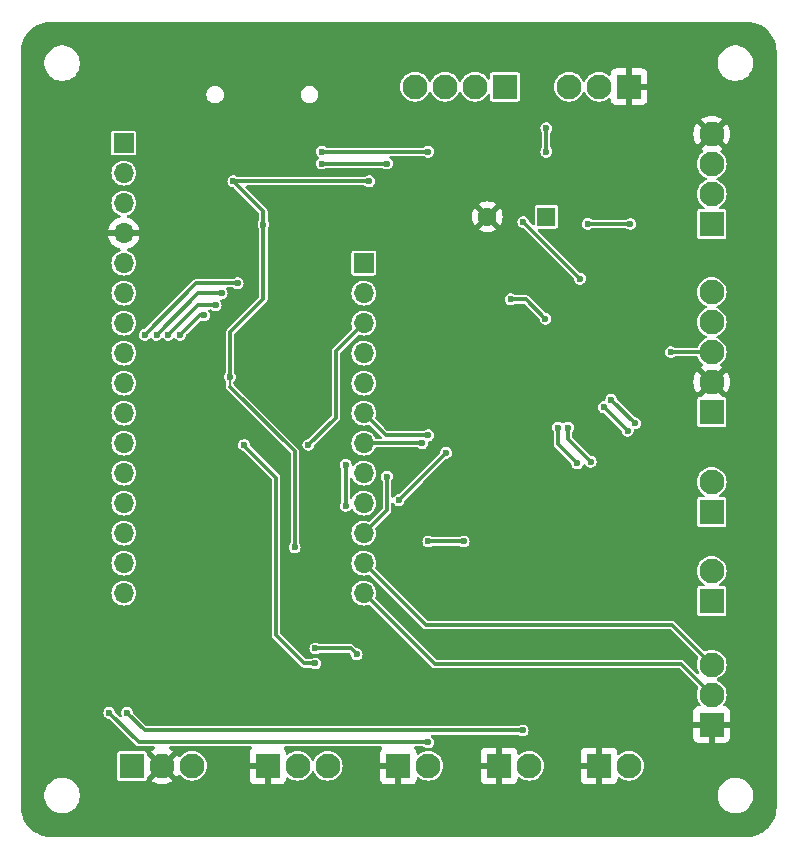
<source format=gbl>
G04 #@! TF.GenerationSoftware,KiCad,Pcbnew,8.0.6*
G04 #@! TF.CreationDate,2025-01-17T16:42:44-08:00*
G04 #@! TF.ProjectId,AudioLux,41756469-6f4c-4757-982e-6b696361645f,rev?*
G04 #@! TF.SameCoordinates,Original*
G04 #@! TF.FileFunction,Copper,L2,Bot*
G04 #@! TF.FilePolarity,Positive*
%FSLAX46Y46*%
G04 Gerber Fmt 4.6, Leading zero omitted, Abs format (unit mm)*
G04 Created by KiCad (PCBNEW 8.0.6) date 2025-01-17 16:42:44*
%MOMM*%
%LPD*%
G01*
G04 APERTURE LIST*
G04 #@! TA.AperFunction,ComponentPad*
%ADD10R,2.100000X2.100000*%
G04 #@! TD*
G04 #@! TA.AperFunction,ComponentPad*
%ADD11C,2.100000*%
G04 #@! TD*
G04 #@! TA.AperFunction,ComponentPad*
%ADD12R,1.600000X1.600000*%
G04 #@! TD*
G04 #@! TA.AperFunction,ComponentPad*
%ADD13C,1.600000*%
G04 #@! TD*
G04 #@! TA.AperFunction,ComponentPad*
%ADD14R,1.700000X1.700000*%
G04 #@! TD*
G04 #@! TA.AperFunction,ComponentPad*
%ADD15O,1.700000X1.700000*%
G04 #@! TD*
G04 #@! TA.AperFunction,ViaPad*
%ADD16C,0.600000*%
G04 #@! TD*
G04 #@! TA.AperFunction,Conductor*
%ADD17C,0.300000*%
G04 #@! TD*
G04 #@! TA.AperFunction,Conductor*
%ADD18C,0.200000*%
G04 #@! TD*
G04 APERTURE END LIST*
D10*
X141500000Y-56000000D03*
D11*
X138960000Y-56000000D03*
X136420000Y-56000000D03*
X133880000Y-56000000D03*
D10*
X132460000Y-113500000D03*
D11*
X135000000Y-113500000D03*
D10*
X109920000Y-113500000D03*
D11*
X112460000Y-113500000D03*
X115000000Y-113500000D03*
D10*
X159000000Y-99540000D03*
D11*
X159000000Y-97000000D03*
D10*
X159000000Y-83540000D03*
D11*
X159000000Y-81000000D03*
X159000000Y-78460000D03*
X159000000Y-75920000D03*
X159000000Y-73380000D03*
D12*
X145000000Y-67000000D03*
D13*
X140000000Y-67000000D03*
D14*
X129545800Y-70929600D03*
D15*
X129545800Y-73469600D03*
X129545800Y-76009600D03*
X129545800Y-78549600D03*
X129545800Y-81089600D03*
X129545800Y-83629600D03*
X129545800Y-86169600D03*
X129545800Y-88709600D03*
X129545800Y-91249600D03*
X129545800Y-93789600D03*
X129545800Y-96329600D03*
X129545800Y-98869600D03*
D10*
X141000000Y-113500000D03*
D11*
X143540000Y-113500000D03*
D10*
X149460000Y-113500000D03*
D11*
X152000000Y-113500000D03*
D10*
X121420000Y-113500000D03*
D11*
X123960000Y-113500000D03*
X126500000Y-113500000D03*
D10*
X159000000Y-67620000D03*
D11*
X159000000Y-65080000D03*
X159000000Y-62540000D03*
X159000000Y-60000000D03*
D14*
X109220000Y-60766000D03*
D15*
X109220000Y-63306000D03*
X109220000Y-65846000D03*
X109220000Y-68386000D03*
X109220000Y-70926000D03*
X109220000Y-73466000D03*
X109220000Y-76006000D03*
X109220000Y-78546000D03*
X109220000Y-81086000D03*
X109220000Y-83626000D03*
X109220000Y-86166000D03*
X109220000Y-88706000D03*
X109220000Y-91246000D03*
X109220000Y-93786000D03*
X109220000Y-96326000D03*
X109220000Y-98866000D03*
D10*
X159000000Y-110000000D03*
D11*
X159000000Y-107460000D03*
X159000000Y-104920000D03*
D10*
X159000000Y-92000000D03*
D11*
X159000000Y-89460000D03*
D10*
X152000000Y-56000000D03*
D11*
X149460000Y-56000000D03*
X146920000Y-56000000D03*
D16*
X143048675Y-67451325D03*
X147847349Y-72250000D03*
X152120000Y-67620000D03*
X148500000Y-67600380D03*
X145000000Y-59500000D03*
X145000000Y-61500000D03*
X130000000Y-64000000D03*
X131500000Y-62500000D03*
X135000000Y-61500000D03*
X126000000Y-62500000D03*
X126000000Y-61500000D03*
X118500000Y-64000000D03*
X113500000Y-81496000D03*
X142372800Y-95364400D03*
X127750000Y-66362500D03*
X133511400Y-96520000D03*
X137518000Y-108056000D03*
X119410850Y-87596000D03*
X144927600Y-80730000D03*
X127750000Y-57062500D03*
X140000000Y-83270000D03*
X113150000Y-66612500D03*
X112610000Y-94996000D03*
X117750000Y-67662500D03*
X121120400Y-76162000D03*
X125450000Y-67662500D03*
X123250000Y-67662500D03*
X140000000Y-79460000D03*
X112250000Y-57062500D03*
X132998000Y-88056000D03*
X143331000Y-108051600D03*
X113500000Y-85052000D03*
X119999700Y-107366000D03*
X126550000Y-67662500D03*
X113500000Y-88862000D03*
X137373000Y-104056000D03*
X140000000Y-75650000D03*
X144927600Y-76920000D03*
X109254400Y-53600000D03*
X109500000Y-109000000D03*
X143000000Y-110500000D03*
X108000000Y-109000000D03*
X135000000Y-111500000D03*
X121050000Y-67662500D03*
X118210000Y-80556000D03*
X123698000Y-94996000D03*
X128000000Y-91500000D03*
X128000000Y-88000000D03*
X138000000Y-94500000D03*
X135000000Y-94500000D03*
X128948000Y-104056000D03*
X124859150Y-86326000D03*
X142000000Y-74000000D03*
X144927600Y-75650000D03*
X125448000Y-103556000D03*
X119410850Y-86326000D03*
X125448000Y-104826000D03*
X114000000Y-77000000D03*
X116000000Y-75356000D03*
X113000000Y-77000000D03*
X117000000Y-74500000D03*
X111000000Y-77000000D03*
X118865380Y-72634620D03*
X112000000Y-77000000D03*
X117500000Y-73500000D03*
X149875000Y-83125000D03*
X151875000Y-85125000D03*
X152500000Y-84500000D03*
X150500000Y-82500000D03*
X147615000Y-87885000D03*
X146000000Y-84850000D03*
X146850000Y-84850000D03*
X148750000Y-87750000D03*
X134500000Y-86169600D03*
X155540000Y-78460000D03*
X135000000Y-85500000D03*
X131500000Y-89000000D03*
X132500000Y-91000000D03*
X136500000Y-87000000D03*
D17*
X143048675Y-67451326D02*
X143048675Y-67451325D01*
X147847349Y-72250000D02*
X143048675Y-67451326D01*
X121050000Y-66550000D02*
X121050000Y-67662500D01*
X118500000Y-64000000D02*
X121050000Y-66550000D01*
X148519620Y-67620000D02*
X152120000Y-67620000D01*
X148500000Y-67600380D02*
X148519620Y-67620000D01*
X145000000Y-61500000D02*
X145000000Y-59500000D01*
X118500000Y-64000000D02*
X130000000Y-64000000D01*
X126000000Y-61500000D02*
X135000000Y-61500000D01*
X126000000Y-62500000D02*
X131500000Y-62500000D01*
X115365380Y-72634620D02*
X111000000Y-77000000D01*
X118865380Y-72634620D02*
X115365380Y-72634620D01*
X115500000Y-73500000D02*
X112000000Y-77000000D01*
X117500000Y-73500000D02*
X115500000Y-73500000D01*
X115500000Y-74500000D02*
X113000000Y-77000000D01*
X117000000Y-74500000D02*
X115500000Y-74500000D01*
X116000000Y-75356000D02*
X115644000Y-75356000D01*
X115644000Y-75356000D02*
X114000000Y-77000000D01*
X121050000Y-73950000D02*
X118210000Y-76790000D01*
X121050000Y-67662500D02*
X121050000Y-73950000D01*
X118210000Y-76790000D02*
X118210000Y-80556000D01*
X111000000Y-110500000D02*
X143000000Y-110500000D01*
X109500000Y-109000000D02*
X111000000Y-110500000D01*
X110500000Y-111500000D02*
X108000000Y-109000000D01*
X135000000Y-111500000D02*
X110500000Y-111500000D01*
X123698000Y-86868000D02*
X118210000Y-81380000D01*
X123698000Y-94996000D02*
X123698000Y-86868000D01*
D18*
X118210000Y-80556000D02*
X118210000Y-81380000D01*
D17*
X138000000Y-94500000D02*
X135000000Y-94500000D01*
X128000000Y-88000000D02*
X128000000Y-91500000D01*
X144927600Y-75650000D02*
X143277600Y-74000000D01*
X124859150Y-86326000D02*
X127161400Y-84023750D01*
X125448000Y-103556000D02*
X128448000Y-103556000D01*
X127161400Y-84023750D02*
X127161400Y-78394000D01*
X127161400Y-78394000D02*
X129545800Y-76009600D01*
X128448000Y-103556000D02*
X128948000Y-104056000D01*
X143277600Y-74000000D02*
X142000000Y-74000000D01*
X125448000Y-104826000D02*
X124504000Y-104826000D01*
X119410850Y-86397850D02*
X119410850Y-86326000D01*
X122129000Y-89116000D02*
X119410850Y-86397850D01*
X124504000Y-104826000D02*
X122129000Y-102451000D01*
X122129000Y-102451000D02*
X122129000Y-89116000D01*
X156404000Y-104864000D02*
X159000000Y-107460000D01*
X135540200Y-104864000D02*
X156404000Y-104864000D01*
X129545800Y-98869600D02*
X135540200Y-104864000D01*
X155642000Y-101562000D02*
X159000000Y-104920000D01*
X134778200Y-101562000D02*
X155642000Y-101562000D01*
X129545800Y-96329600D02*
X134778200Y-101562000D01*
X149875000Y-83125000D02*
X151875000Y-85125000D01*
X150500000Y-82500000D02*
X152500000Y-84500000D01*
X146000000Y-86270000D02*
X147615000Y-87885000D01*
X146000000Y-84850000D02*
X146000000Y-86270000D01*
X146850000Y-85850000D02*
X148750000Y-87750000D01*
X146850000Y-84850000D02*
X146850000Y-85850000D01*
X129545800Y-86169600D02*
X134500000Y-86169600D01*
X129545800Y-83629600D02*
X131416200Y-85500000D01*
X155540000Y-78460000D02*
X159000000Y-78460000D01*
X131416200Y-85500000D02*
X135000000Y-85500000D01*
X131500000Y-89000000D02*
X131500000Y-91835400D01*
X131500000Y-91835400D02*
X129545800Y-93789600D01*
X132500000Y-91000000D02*
X136500000Y-87000000D01*
G04 #@! TA.AperFunction,Conductor*
G36*
X162003736Y-50500726D02*
G01*
X162293796Y-50518271D01*
X162308659Y-50520076D01*
X162590798Y-50571780D01*
X162605335Y-50575363D01*
X162879172Y-50660695D01*
X162893163Y-50666000D01*
X163154743Y-50783727D01*
X163167989Y-50790680D01*
X163413465Y-50939075D01*
X163425776Y-50947573D01*
X163651573Y-51124473D01*
X163662781Y-51134403D01*
X163865596Y-51337218D01*
X163875526Y-51348426D01*
X163995481Y-51501538D01*
X164052422Y-51574217D01*
X164060928Y-51586540D01*
X164209316Y-51832004D01*
X164216275Y-51845263D01*
X164333997Y-52106831D01*
X164339306Y-52120832D01*
X164424635Y-52394663D01*
X164428219Y-52409201D01*
X164479923Y-52691340D01*
X164481728Y-52706205D01*
X164499274Y-52996263D01*
X164499500Y-53003750D01*
X164499500Y-116996249D01*
X164499274Y-117003736D01*
X164481728Y-117293794D01*
X164479923Y-117308659D01*
X164428219Y-117590798D01*
X164424635Y-117605336D01*
X164339306Y-117879167D01*
X164333997Y-117893168D01*
X164216275Y-118154736D01*
X164209316Y-118167995D01*
X164060928Y-118413459D01*
X164052422Y-118425782D01*
X163875526Y-118651573D01*
X163865596Y-118662781D01*
X163662781Y-118865596D01*
X163651573Y-118875526D01*
X163425782Y-119052422D01*
X163413459Y-119060928D01*
X163167995Y-119209316D01*
X163154736Y-119216275D01*
X162893168Y-119333997D01*
X162879167Y-119339306D01*
X162605336Y-119424635D01*
X162590798Y-119428219D01*
X162308659Y-119479923D01*
X162293794Y-119481728D01*
X162003736Y-119499274D01*
X161996249Y-119499500D01*
X103003751Y-119499500D01*
X102996264Y-119499274D01*
X102706205Y-119481728D01*
X102691340Y-119479923D01*
X102409201Y-119428219D01*
X102394663Y-119424635D01*
X102120832Y-119339306D01*
X102106831Y-119333997D01*
X101845263Y-119216275D01*
X101832004Y-119209316D01*
X101586540Y-119060928D01*
X101574217Y-119052422D01*
X101348426Y-118875526D01*
X101337218Y-118865596D01*
X101134403Y-118662781D01*
X101124473Y-118651573D01*
X100947573Y-118425776D01*
X100939075Y-118413465D01*
X100790680Y-118167989D01*
X100783727Y-118154743D01*
X100666000Y-117893163D01*
X100660693Y-117879167D01*
X100575364Y-117605336D01*
X100571780Y-117590798D01*
X100520076Y-117308659D01*
X100518271Y-117293794D01*
X100500726Y-117003736D01*
X100500500Y-116996249D01*
X100500500Y-115881902D01*
X102499500Y-115881902D01*
X102499500Y-116118097D01*
X102536446Y-116351368D01*
X102609433Y-116575996D01*
X102716657Y-116786433D01*
X102855483Y-116977510D01*
X103022490Y-117144517D01*
X103213567Y-117283343D01*
X103312991Y-117334002D01*
X103424003Y-117390566D01*
X103424005Y-117390566D01*
X103424008Y-117390568D01*
X103544412Y-117429689D01*
X103648631Y-117463553D01*
X103881903Y-117500500D01*
X103881908Y-117500500D01*
X104118097Y-117500500D01*
X104351368Y-117463553D01*
X104575992Y-117390568D01*
X104786433Y-117283343D01*
X104977510Y-117144517D01*
X105144517Y-116977510D01*
X105283343Y-116786433D01*
X105390568Y-116575992D01*
X105463553Y-116351368D01*
X105500500Y-116118097D01*
X105500500Y-115881902D01*
X159499500Y-115881902D01*
X159499500Y-116118097D01*
X159536446Y-116351368D01*
X159609433Y-116575996D01*
X159716657Y-116786433D01*
X159855483Y-116977510D01*
X160022490Y-117144517D01*
X160213567Y-117283343D01*
X160312991Y-117334002D01*
X160424003Y-117390566D01*
X160424005Y-117390566D01*
X160424008Y-117390568D01*
X160544412Y-117429689D01*
X160648631Y-117463553D01*
X160881903Y-117500500D01*
X160881908Y-117500500D01*
X161118097Y-117500500D01*
X161351368Y-117463553D01*
X161575992Y-117390568D01*
X161786433Y-117283343D01*
X161977510Y-117144517D01*
X162144517Y-116977510D01*
X162283343Y-116786433D01*
X162390568Y-116575992D01*
X162463553Y-116351368D01*
X162500500Y-116118097D01*
X162500500Y-115881902D01*
X162463553Y-115648631D01*
X162390566Y-115424003D01*
X162283342Y-115213566D01*
X162144517Y-115022490D01*
X161977510Y-114855483D01*
X161786433Y-114716657D01*
X161575996Y-114609433D01*
X161351368Y-114536446D01*
X161118097Y-114499500D01*
X161118092Y-114499500D01*
X160881908Y-114499500D01*
X160881903Y-114499500D01*
X160648631Y-114536446D01*
X160424003Y-114609433D01*
X160213566Y-114716657D01*
X160166986Y-114750500D01*
X160022490Y-114855483D01*
X160022488Y-114855485D01*
X160022487Y-114855485D01*
X159855485Y-115022487D01*
X159855485Y-115022488D01*
X159855483Y-115022490D01*
X159835496Y-115050000D01*
X159716657Y-115213566D01*
X159609433Y-115424003D01*
X159536446Y-115648631D01*
X159499500Y-115881902D01*
X105500500Y-115881902D01*
X105463553Y-115648631D01*
X105390566Y-115424003D01*
X105283342Y-115213566D01*
X105144517Y-115022490D01*
X104977510Y-114855483D01*
X104786433Y-114716657D01*
X104575996Y-114609433D01*
X104351368Y-114536446D01*
X104118097Y-114499500D01*
X104118092Y-114499500D01*
X103881908Y-114499500D01*
X103881903Y-114499500D01*
X103648631Y-114536446D01*
X103424003Y-114609433D01*
X103213566Y-114716657D01*
X103166986Y-114750500D01*
X103022490Y-114855483D01*
X103022488Y-114855485D01*
X103022487Y-114855485D01*
X102855485Y-115022487D01*
X102855485Y-115022488D01*
X102855483Y-115022490D01*
X102835496Y-115050000D01*
X102716657Y-115213566D01*
X102609433Y-115424003D01*
X102536446Y-115648631D01*
X102499500Y-115881902D01*
X100500500Y-115881902D01*
X100500500Y-109000000D01*
X107494353Y-109000000D01*
X107514834Y-109142456D01*
X107574622Y-109273371D01*
X107574623Y-109273373D01*
X107668872Y-109382143D01*
X107789947Y-109459953D01*
X107789950Y-109459954D01*
X107789949Y-109459954D01*
X107928036Y-109500499D01*
X107928038Y-109500500D01*
X107928039Y-109500500D01*
X107953456Y-109500500D01*
X108020495Y-109520185D01*
X108041137Y-109536819D01*
X110284788Y-111780470D01*
X110364712Y-111826614D01*
X110453856Y-111850500D01*
X111768508Y-111850500D01*
X111835547Y-111870185D01*
X111881302Y-111922989D01*
X111891246Y-111992147D01*
X111862221Y-112055703D01*
X111815961Y-112089061D01*
X111754138Y-112114668D01*
X111552057Y-112238504D01*
X112289766Y-112976212D01*
X112247708Y-112987482D01*
X112122292Y-113059890D01*
X112019890Y-113162292D01*
X111947482Y-113287708D01*
X111936212Y-113329765D01*
X111206819Y-112600372D01*
X111173334Y-112539049D01*
X111170500Y-112512691D01*
X111170500Y-112430249D01*
X111170499Y-112430247D01*
X111158868Y-112371770D01*
X111158867Y-112371769D01*
X111114552Y-112305447D01*
X111048230Y-112261132D01*
X111048229Y-112261131D01*
X110989752Y-112249500D01*
X110989748Y-112249500D01*
X108850252Y-112249500D01*
X108850247Y-112249500D01*
X108791770Y-112261131D01*
X108791769Y-112261132D01*
X108725447Y-112305447D01*
X108681132Y-112371769D01*
X108681131Y-112371770D01*
X108669500Y-112430247D01*
X108669500Y-114569752D01*
X108681131Y-114628229D01*
X108681132Y-114628230D01*
X108725447Y-114694552D01*
X108791769Y-114738867D01*
X108791770Y-114738868D01*
X108850247Y-114750499D01*
X108850250Y-114750500D01*
X108850252Y-114750500D01*
X110989750Y-114750500D01*
X110989751Y-114750499D01*
X111004568Y-114747552D01*
X111048229Y-114738868D01*
X111048229Y-114738867D01*
X111048231Y-114738867D01*
X111114552Y-114694552D01*
X111158867Y-114628231D01*
X111158867Y-114628229D01*
X111158868Y-114628229D01*
X111167552Y-114584568D01*
X111170500Y-114569748D01*
X111170500Y-114487308D01*
X111190185Y-114420269D01*
X111206819Y-114399627D01*
X111936212Y-113670233D01*
X111947482Y-113712292D01*
X112019890Y-113837708D01*
X112122292Y-113940110D01*
X112247708Y-114012518D01*
X112289765Y-114023787D01*
X111552057Y-114761494D01*
X111754138Y-114885331D01*
X111979542Y-114978696D01*
X112216780Y-115035651D01*
X112216779Y-115035651D01*
X112460000Y-115054792D01*
X112703219Y-115035651D01*
X112940457Y-114978696D01*
X113165861Y-114885331D01*
X113367941Y-114761495D01*
X113367941Y-114761494D01*
X112630235Y-114023787D01*
X112672292Y-114012518D01*
X112797708Y-113940110D01*
X112900110Y-113837708D01*
X112972518Y-113712292D01*
X112983787Y-113670234D01*
X113721494Y-114407941D01*
X113803607Y-114273946D01*
X113855418Y-114227071D01*
X113924348Y-114215648D01*
X113988511Y-114243305D01*
X114010908Y-114267612D01*
X114038402Y-114306877D01*
X114193123Y-114461598D01*
X114372361Y-114587102D01*
X114570670Y-114679575D01*
X114782023Y-114736207D01*
X114964926Y-114752208D01*
X114999998Y-114755277D01*
X115000000Y-114755277D01*
X115000002Y-114755277D01*
X115028254Y-114752805D01*
X115217977Y-114736207D01*
X115429330Y-114679575D01*
X115627639Y-114587102D01*
X115806877Y-114461598D01*
X115961598Y-114306877D01*
X116087102Y-114127639D01*
X116179575Y-113929330D01*
X116236207Y-113717977D01*
X116255277Y-113500000D01*
X116236207Y-113282023D01*
X116179575Y-113070670D01*
X116087102Y-112872362D01*
X116087100Y-112872359D01*
X116087099Y-112872357D01*
X115961599Y-112693124D01*
X115961595Y-112693120D01*
X115806877Y-112538402D01*
X115652416Y-112430247D01*
X115627638Y-112412897D01*
X115476927Y-112342620D01*
X115429330Y-112320425D01*
X115429326Y-112320424D01*
X115429322Y-112320422D01*
X115217977Y-112263793D01*
X115000002Y-112244723D01*
X114999998Y-112244723D01*
X114854682Y-112257436D01*
X114782023Y-112263793D01*
X114782020Y-112263793D01*
X114570677Y-112320422D01*
X114570668Y-112320426D01*
X114372361Y-112412898D01*
X114372357Y-112412900D01*
X114193121Y-112538402D01*
X114038403Y-112693120D01*
X114010908Y-112732387D01*
X113956330Y-112776011D01*
X113886832Y-112783203D01*
X113824477Y-112751680D01*
X113803607Y-112726052D01*
X113721494Y-112592057D01*
X112983787Y-113329764D01*
X112972518Y-113287708D01*
X112900110Y-113162292D01*
X112797708Y-113059890D01*
X112672292Y-112987482D01*
X112630234Y-112976212D01*
X113367941Y-112238504D01*
X113165861Y-112114668D01*
X113104039Y-112089061D01*
X113049636Y-112045220D01*
X113027571Y-111978926D01*
X113044850Y-111911226D01*
X113095988Y-111863616D01*
X113151492Y-111850500D01*
X119963940Y-111850500D01*
X120030979Y-111870185D01*
X120076734Y-111922989D01*
X120086678Y-111992147D01*
X120057653Y-112055703D01*
X120038252Y-112073766D01*
X120012809Y-112092812D01*
X119926649Y-112207906D01*
X119926645Y-112207913D01*
X119876403Y-112342620D01*
X119876401Y-112342627D01*
X119870000Y-112402155D01*
X119870000Y-113250000D01*
X120929252Y-113250000D01*
X120907482Y-113287708D01*
X120870000Y-113427591D01*
X120870000Y-113572409D01*
X120907482Y-113712292D01*
X120929252Y-113750000D01*
X119870000Y-113750000D01*
X119870000Y-114597844D01*
X119876401Y-114657372D01*
X119876403Y-114657379D01*
X119926645Y-114792086D01*
X119926649Y-114792093D01*
X120012809Y-114907187D01*
X120012812Y-114907190D01*
X120127906Y-114993350D01*
X120127913Y-114993354D01*
X120262620Y-115043596D01*
X120262627Y-115043598D01*
X120322155Y-115049999D01*
X120322172Y-115050000D01*
X121170000Y-115050000D01*
X121170000Y-113990747D01*
X121207708Y-114012518D01*
X121347591Y-114050000D01*
X121492409Y-114050000D01*
X121632292Y-114012518D01*
X121670000Y-113990747D01*
X121670000Y-115050000D01*
X122517828Y-115050000D01*
X122517844Y-115049999D01*
X122577372Y-115043598D01*
X122577379Y-115043596D01*
X122712086Y-114993354D01*
X122712093Y-114993350D01*
X122827187Y-114907190D01*
X122827190Y-114907187D01*
X122913350Y-114792093D01*
X122913354Y-114792086D01*
X122963596Y-114657379D01*
X122963598Y-114657372D01*
X122969999Y-114597844D01*
X122970000Y-114597827D01*
X122970000Y-114571575D01*
X122989685Y-114504536D01*
X123042489Y-114458781D01*
X123111647Y-114448837D01*
X123165120Y-114469998D01*
X123332361Y-114587102D01*
X123530670Y-114679575D01*
X123742023Y-114736207D01*
X123924926Y-114752208D01*
X123959998Y-114755277D01*
X123960000Y-114755277D01*
X123960002Y-114755277D01*
X123988254Y-114752805D01*
X124177977Y-114736207D01*
X124389330Y-114679575D01*
X124587639Y-114587102D01*
X124766877Y-114461598D01*
X124921598Y-114306877D01*
X125047102Y-114127639D01*
X125117618Y-113976414D01*
X125163790Y-113923977D01*
X125230984Y-113904825D01*
X125297865Y-113925041D01*
X125342381Y-113976414D01*
X125412898Y-114127639D01*
X125538402Y-114306877D01*
X125693123Y-114461598D01*
X125872361Y-114587102D01*
X126070670Y-114679575D01*
X126282023Y-114736207D01*
X126464926Y-114752208D01*
X126499998Y-114755277D01*
X126500000Y-114755277D01*
X126500002Y-114755277D01*
X126528254Y-114752805D01*
X126717977Y-114736207D01*
X126929330Y-114679575D01*
X127127639Y-114587102D01*
X127306877Y-114461598D01*
X127461598Y-114306877D01*
X127587102Y-114127639D01*
X127679575Y-113929330D01*
X127736207Y-113717977D01*
X127755277Y-113500000D01*
X127736207Y-113282023D01*
X127679575Y-113070670D01*
X127587102Y-112872362D01*
X127587100Y-112872359D01*
X127587099Y-112872357D01*
X127461599Y-112693124D01*
X127461595Y-112693120D01*
X127306877Y-112538402D01*
X127152416Y-112430247D01*
X127127638Y-112412897D01*
X126976927Y-112342620D01*
X126929330Y-112320425D01*
X126929326Y-112320424D01*
X126929322Y-112320422D01*
X126717977Y-112263793D01*
X126500002Y-112244723D01*
X126499998Y-112244723D01*
X126354682Y-112257436D01*
X126282023Y-112263793D01*
X126282020Y-112263793D01*
X126070677Y-112320422D01*
X126070668Y-112320426D01*
X125872361Y-112412898D01*
X125872357Y-112412900D01*
X125693121Y-112538402D01*
X125538402Y-112693121D01*
X125412900Y-112872357D01*
X125412898Y-112872361D01*
X125342382Y-113023583D01*
X125296209Y-113076022D01*
X125229016Y-113095174D01*
X125162135Y-113074958D01*
X125117618Y-113023583D01*
X125083305Y-112950000D01*
X125047102Y-112872362D01*
X125047100Y-112872359D01*
X125047099Y-112872357D01*
X124921599Y-112693124D01*
X124921595Y-112693120D01*
X124766877Y-112538402D01*
X124612416Y-112430247D01*
X124587638Y-112412897D01*
X124436927Y-112342620D01*
X124389330Y-112320425D01*
X124389326Y-112320424D01*
X124389322Y-112320422D01*
X124177977Y-112263793D01*
X123960002Y-112244723D01*
X123959998Y-112244723D01*
X123814682Y-112257436D01*
X123742023Y-112263793D01*
X123742020Y-112263793D01*
X123530677Y-112320422D01*
X123530668Y-112320426D01*
X123332361Y-112412898D01*
X123332357Y-112412900D01*
X123165123Y-112529999D01*
X123098917Y-112552326D01*
X123031150Y-112535316D01*
X122983337Y-112484368D01*
X122970000Y-112428424D01*
X122970000Y-112402172D01*
X122969999Y-112402155D01*
X122963598Y-112342627D01*
X122963596Y-112342620D01*
X122913354Y-112207913D01*
X122913350Y-112207906D01*
X122827190Y-112092812D01*
X122801748Y-112073766D01*
X122759878Y-112017832D01*
X122754894Y-111948140D01*
X122788380Y-111886818D01*
X122849703Y-111853333D01*
X122876060Y-111850500D01*
X131003940Y-111850500D01*
X131070979Y-111870185D01*
X131116734Y-111922989D01*
X131126678Y-111992147D01*
X131097653Y-112055703D01*
X131078252Y-112073766D01*
X131052809Y-112092812D01*
X130966649Y-112207906D01*
X130966645Y-112207913D01*
X130916403Y-112342620D01*
X130916401Y-112342627D01*
X130910000Y-112402155D01*
X130910000Y-113250000D01*
X131969252Y-113250000D01*
X131947482Y-113287708D01*
X131910000Y-113427591D01*
X131910000Y-113572409D01*
X131947482Y-113712292D01*
X131969252Y-113750000D01*
X130910000Y-113750000D01*
X130910000Y-114597844D01*
X130916401Y-114657372D01*
X130916403Y-114657379D01*
X130966645Y-114792086D01*
X130966649Y-114792093D01*
X131052809Y-114907187D01*
X131052812Y-114907190D01*
X131167906Y-114993350D01*
X131167913Y-114993354D01*
X131302620Y-115043596D01*
X131302627Y-115043598D01*
X131362155Y-115049999D01*
X131362172Y-115050000D01*
X132210000Y-115050000D01*
X132210000Y-113990747D01*
X132247708Y-114012518D01*
X132387591Y-114050000D01*
X132532409Y-114050000D01*
X132672292Y-114012518D01*
X132710000Y-113990747D01*
X132710000Y-115050000D01*
X133557828Y-115050000D01*
X133557844Y-115049999D01*
X133617372Y-115043598D01*
X133617379Y-115043596D01*
X133752086Y-114993354D01*
X133752093Y-114993350D01*
X133867187Y-114907190D01*
X133867190Y-114907187D01*
X133953350Y-114792093D01*
X133953354Y-114792086D01*
X134003596Y-114657379D01*
X134003598Y-114657372D01*
X134009999Y-114597844D01*
X134010000Y-114597827D01*
X134010000Y-114571575D01*
X134029685Y-114504536D01*
X134082489Y-114458781D01*
X134151647Y-114448837D01*
X134205120Y-114469998D01*
X134372361Y-114587102D01*
X134570670Y-114679575D01*
X134782023Y-114736207D01*
X134964926Y-114752208D01*
X134999998Y-114755277D01*
X135000000Y-114755277D01*
X135000002Y-114755277D01*
X135028254Y-114752805D01*
X135217977Y-114736207D01*
X135429330Y-114679575D01*
X135627639Y-114587102D01*
X135806877Y-114461598D01*
X135961598Y-114306877D01*
X136087102Y-114127639D01*
X136179575Y-113929330D01*
X136236207Y-113717977D01*
X136255277Y-113500000D01*
X136236207Y-113282023D01*
X136179575Y-113070670D01*
X136087102Y-112872362D01*
X136087100Y-112872359D01*
X136087099Y-112872357D01*
X135961599Y-112693124D01*
X135961595Y-112693120D01*
X135806877Y-112538402D01*
X135652416Y-112430247D01*
X135627638Y-112412897D01*
X135604601Y-112402155D01*
X139450000Y-112402155D01*
X139450000Y-113250000D01*
X140509252Y-113250000D01*
X140487482Y-113287708D01*
X140450000Y-113427591D01*
X140450000Y-113572409D01*
X140487482Y-113712292D01*
X140509252Y-113750000D01*
X139450000Y-113750000D01*
X139450000Y-114597844D01*
X139456401Y-114657372D01*
X139456403Y-114657379D01*
X139506645Y-114792086D01*
X139506649Y-114792093D01*
X139592809Y-114907187D01*
X139592812Y-114907190D01*
X139707906Y-114993350D01*
X139707913Y-114993354D01*
X139842620Y-115043596D01*
X139842627Y-115043598D01*
X139902155Y-115049999D01*
X139902172Y-115050000D01*
X140750000Y-115050000D01*
X140750000Y-113990747D01*
X140787708Y-114012518D01*
X140927591Y-114050000D01*
X141072409Y-114050000D01*
X141212292Y-114012518D01*
X141250000Y-113990747D01*
X141250000Y-115050000D01*
X142097828Y-115050000D01*
X142097844Y-115049999D01*
X142157372Y-115043598D01*
X142157379Y-115043596D01*
X142292086Y-114993354D01*
X142292093Y-114993350D01*
X142407187Y-114907190D01*
X142407190Y-114907187D01*
X142493350Y-114792093D01*
X142493354Y-114792086D01*
X142543596Y-114657379D01*
X142543598Y-114657372D01*
X142549999Y-114597844D01*
X142550000Y-114597827D01*
X142550000Y-114571575D01*
X142569685Y-114504536D01*
X142622489Y-114458781D01*
X142691647Y-114448837D01*
X142745120Y-114469998D01*
X142912361Y-114587102D01*
X143110670Y-114679575D01*
X143322023Y-114736207D01*
X143504926Y-114752208D01*
X143539998Y-114755277D01*
X143540000Y-114755277D01*
X143540002Y-114755277D01*
X143568254Y-114752805D01*
X143757977Y-114736207D01*
X143969330Y-114679575D01*
X144167639Y-114587102D01*
X144346877Y-114461598D01*
X144501598Y-114306877D01*
X144627102Y-114127639D01*
X144719575Y-113929330D01*
X144776207Y-113717977D01*
X144795277Y-113500000D01*
X144776207Y-113282023D01*
X144719575Y-113070670D01*
X144627102Y-112872362D01*
X144627100Y-112872359D01*
X144627099Y-112872357D01*
X144501599Y-112693124D01*
X144501595Y-112693120D01*
X144346877Y-112538402D01*
X144192416Y-112430247D01*
X144167638Y-112412897D01*
X144144601Y-112402155D01*
X147910000Y-112402155D01*
X147910000Y-113250000D01*
X148969252Y-113250000D01*
X148947482Y-113287708D01*
X148910000Y-113427591D01*
X148910000Y-113572409D01*
X148947482Y-113712292D01*
X148969252Y-113750000D01*
X147910000Y-113750000D01*
X147910000Y-114597844D01*
X147916401Y-114657372D01*
X147916403Y-114657379D01*
X147966645Y-114792086D01*
X147966649Y-114792093D01*
X148052809Y-114907187D01*
X148052812Y-114907190D01*
X148167906Y-114993350D01*
X148167913Y-114993354D01*
X148302620Y-115043596D01*
X148302627Y-115043598D01*
X148362155Y-115049999D01*
X148362172Y-115050000D01*
X149210000Y-115050000D01*
X149210000Y-113990747D01*
X149247708Y-114012518D01*
X149387591Y-114050000D01*
X149532409Y-114050000D01*
X149672292Y-114012518D01*
X149710000Y-113990747D01*
X149710000Y-115050000D01*
X150557828Y-115050000D01*
X150557844Y-115049999D01*
X150617372Y-115043598D01*
X150617379Y-115043596D01*
X150752086Y-114993354D01*
X150752093Y-114993350D01*
X150867187Y-114907190D01*
X150867190Y-114907187D01*
X150953350Y-114792093D01*
X150953354Y-114792086D01*
X151003596Y-114657379D01*
X151003598Y-114657372D01*
X151009999Y-114597844D01*
X151010000Y-114597827D01*
X151010000Y-114571575D01*
X151029685Y-114504536D01*
X151082489Y-114458781D01*
X151151647Y-114448837D01*
X151205120Y-114469998D01*
X151372361Y-114587102D01*
X151570670Y-114679575D01*
X151782023Y-114736207D01*
X151964926Y-114752208D01*
X151999998Y-114755277D01*
X152000000Y-114755277D01*
X152000002Y-114755277D01*
X152028254Y-114752805D01*
X152217977Y-114736207D01*
X152429330Y-114679575D01*
X152627639Y-114587102D01*
X152806877Y-114461598D01*
X152961598Y-114306877D01*
X153087102Y-114127639D01*
X153179575Y-113929330D01*
X153236207Y-113717977D01*
X153255277Y-113500000D01*
X153236207Y-113282023D01*
X153179575Y-113070670D01*
X153087102Y-112872362D01*
X153087100Y-112872359D01*
X153087099Y-112872357D01*
X152961599Y-112693124D01*
X152961595Y-112693120D01*
X152806877Y-112538402D01*
X152652416Y-112430247D01*
X152627638Y-112412897D01*
X152476927Y-112342620D01*
X152429330Y-112320425D01*
X152429326Y-112320424D01*
X152429322Y-112320422D01*
X152217977Y-112263793D01*
X152000002Y-112244723D01*
X151999998Y-112244723D01*
X151854682Y-112257436D01*
X151782023Y-112263793D01*
X151782020Y-112263793D01*
X151570677Y-112320422D01*
X151570668Y-112320426D01*
X151372361Y-112412898D01*
X151372357Y-112412900D01*
X151205123Y-112529999D01*
X151138917Y-112552326D01*
X151071150Y-112535316D01*
X151023337Y-112484368D01*
X151010000Y-112428424D01*
X151010000Y-112402172D01*
X151009999Y-112402155D01*
X151003598Y-112342627D01*
X151003596Y-112342620D01*
X150953354Y-112207913D01*
X150953350Y-112207906D01*
X150867190Y-112092812D01*
X150867187Y-112092809D01*
X150752093Y-112006649D01*
X150752086Y-112006645D01*
X150617379Y-111956403D01*
X150617372Y-111956401D01*
X150557844Y-111950000D01*
X149710000Y-111950000D01*
X149710000Y-113009252D01*
X149672292Y-112987482D01*
X149532409Y-112950000D01*
X149387591Y-112950000D01*
X149247708Y-112987482D01*
X149210000Y-113009252D01*
X149210000Y-111950000D01*
X148362155Y-111950000D01*
X148302627Y-111956401D01*
X148302620Y-111956403D01*
X148167913Y-112006645D01*
X148167906Y-112006649D01*
X148052812Y-112092809D01*
X148052809Y-112092812D01*
X147966649Y-112207906D01*
X147966645Y-112207913D01*
X147916403Y-112342620D01*
X147916401Y-112342627D01*
X147910000Y-112402155D01*
X144144601Y-112402155D01*
X144016927Y-112342620D01*
X143969330Y-112320425D01*
X143969326Y-112320424D01*
X143969322Y-112320422D01*
X143757977Y-112263793D01*
X143540002Y-112244723D01*
X143539998Y-112244723D01*
X143394682Y-112257436D01*
X143322023Y-112263793D01*
X143322020Y-112263793D01*
X143110677Y-112320422D01*
X143110668Y-112320426D01*
X142912361Y-112412898D01*
X142912357Y-112412900D01*
X142745123Y-112529999D01*
X142678917Y-112552326D01*
X142611150Y-112535316D01*
X142563337Y-112484368D01*
X142550000Y-112428424D01*
X142550000Y-112402172D01*
X142549999Y-112402155D01*
X142543598Y-112342627D01*
X142543596Y-112342620D01*
X142493354Y-112207913D01*
X142493350Y-112207906D01*
X142407190Y-112092812D01*
X142407187Y-112092809D01*
X142292093Y-112006649D01*
X142292086Y-112006645D01*
X142157379Y-111956403D01*
X142157372Y-111956401D01*
X142097844Y-111950000D01*
X141250000Y-111950000D01*
X141250000Y-113009252D01*
X141212292Y-112987482D01*
X141072409Y-112950000D01*
X140927591Y-112950000D01*
X140787708Y-112987482D01*
X140750000Y-113009252D01*
X140750000Y-111950000D01*
X139902155Y-111950000D01*
X139842627Y-111956401D01*
X139842620Y-111956403D01*
X139707913Y-112006645D01*
X139707906Y-112006649D01*
X139592812Y-112092809D01*
X139592809Y-112092812D01*
X139506649Y-112207906D01*
X139506645Y-112207913D01*
X139456403Y-112342620D01*
X139456401Y-112342627D01*
X139450000Y-112402155D01*
X135604601Y-112402155D01*
X135476927Y-112342620D01*
X135429330Y-112320425D01*
X135429326Y-112320424D01*
X135429322Y-112320422D01*
X135217977Y-112263793D01*
X135037779Y-112248028D01*
X135001405Y-112233800D01*
X134986349Y-112243477D01*
X134962221Y-112248028D01*
X134849916Y-112257853D01*
X134782023Y-112263793D01*
X134782020Y-112263793D01*
X134570677Y-112320422D01*
X134570668Y-112320426D01*
X134372361Y-112412898D01*
X134372357Y-112412900D01*
X134205123Y-112529999D01*
X134138917Y-112552326D01*
X134071150Y-112535316D01*
X134023337Y-112484368D01*
X134010000Y-112428424D01*
X134010000Y-112402172D01*
X134009999Y-112402155D01*
X134003598Y-112342627D01*
X134003596Y-112342620D01*
X133953354Y-112207913D01*
X133953350Y-112207906D01*
X133867190Y-112092812D01*
X133841748Y-112073766D01*
X133799878Y-112017832D01*
X133794894Y-111948140D01*
X133828380Y-111886818D01*
X133889703Y-111853333D01*
X133916060Y-111850500D01*
X134586105Y-111850500D01*
X134653144Y-111870185D01*
X134667312Y-111880790D01*
X134668866Y-111882137D01*
X134668872Y-111882143D01*
X134789947Y-111959953D01*
X134789950Y-111959954D01*
X134789949Y-111959954D01*
X134928036Y-112000499D01*
X134928038Y-112000500D01*
X134951414Y-112000500D01*
X135001050Y-112015074D01*
X135024154Y-112002931D01*
X135048586Y-112000500D01*
X135071962Y-112000500D01*
X135071962Y-112000499D01*
X135210053Y-111959953D01*
X135331128Y-111882143D01*
X135425377Y-111773373D01*
X135485165Y-111642457D01*
X135505647Y-111500000D01*
X135485165Y-111357543D01*
X135425377Y-111226627D01*
X135331128Y-111117857D01*
X135331125Y-111117855D01*
X135331126Y-111117855D01*
X135270378Y-111078815D01*
X135224624Y-111026011D01*
X135214680Y-110956853D01*
X135243705Y-110893297D01*
X135302483Y-110855523D01*
X135337418Y-110850500D01*
X142586105Y-110850500D01*
X142653144Y-110870185D01*
X142667312Y-110880790D01*
X142668866Y-110882137D01*
X142668872Y-110882143D01*
X142789947Y-110959953D01*
X142789950Y-110959954D01*
X142789949Y-110959954D01*
X142897107Y-110991417D01*
X142924633Y-110999500D01*
X142928036Y-111000499D01*
X142928038Y-111000500D01*
X142928039Y-111000500D01*
X143071962Y-111000500D01*
X143071962Y-111000499D01*
X143210053Y-110959953D01*
X143331128Y-110882143D01*
X143425377Y-110773373D01*
X143485165Y-110642457D01*
X143505647Y-110500000D01*
X143485165Y-110357543D01*
X143425377Y-110226627D01*
X143331128Y-110117857D01*
X143210053Y-110040047D01*
X143210051Y-110040046D01*
X143210049Y-110040045D01*
X143210050Y-110040045D01*
X143071963Y-109999500D01*
X143071961Y-109999500D01*
X142928039Y-109999500D01*
X142928036Y-109999500D01*
X142789949Y-110040045D01*
X142668876Y-110117854D01*
X142668874Y-110117855D01*
X142668872Y-110117857D01*
X142668870Y-110117858D01*
X142667312Y-110119210D01*
X142665427Y-110120070D01*
X142661411Y-110122652D01*
X142661039Y-110122074D01*
X142603757Y-110148237D01*
X142586105Y-110149500D01*
X111196543Y-110149500D01*
X111129504Y-110129815D01*
X111108862Y-110113181D01*
X110036503Y-109040821D01*
X110003018Y-108979498D01*
X110001449Y-108970805D01*
X109985165Y-108857543D01*
X109925377Y-108726627D01*
X109831128Y-108617857D01*
X109710053Y-108540047D01*
X109710051Y-108540046D01*
X109710049Y-108540045D01*
X109710050Y-108540045D01*
X109571963Y-108499500D01*
X109571961Y-108499500D01*
X109428039Y-108499500D01*
X109428036Y-108499500D01*
X109289949Y-108540045D01*
X109168873Y-108617856D01*
X109074623Y-108726626D01*
X109074622Y-108726628D01*
X109014834Y-108857543D01*
X108994353Y-109000000D01*
X109014834Y-109142457D01*
X109014835Y-109142458D01*
X109045959Y-109210610D01*
X109055903Y-109279768D01*
X109026878Y-109343324D01*
X108968100Y-109381098D01*
X108898230Y-109381098D01*
X108845484Y-109349802D01*
X108536503Y-109040821D01*
X108503018Y-108979498D01*
X108501449Y-108970805D01*
X108485165Y-108857543D01*
X108425377Y-108726627D01*
X108331128Y-108617857D01*
X108210053Y-108540047D01*
X108210051Y-108540046D01*
X108210049Y-108540045D01*
X108210050Y-108540045D01*
X108071963Y-108499500D01*
X108071961Y-108499500D01*
X107928039Y-108499500D01*
X107928036Y-108499500D01*
X107789949Y-108540045D01*
X107668873Y-108617856D01*
X107574623Y-108726626D01*
X107574622Y-108726628D01*
X107514834Y-108857543D01*
X107494353Y-109000000D01*
X100500500Y-109000000D01*
X100500500Y-98866000D01*
X108164417Y-98866000D01*
X108184699Y-99071932D01*
X108184700Y-99071934D01*
X108244768Y-99269954D01*
X108342315Y-99452450D01*
X108345271Y-99456052D01*
X108473589Y-99612410D01*
X108570209Y-99691702D01*
X108633550Y-99743685D01*
X108816046Y-99841232D01*
X109014066Y-99901300D01*
X109014065Y-99901300D01*
X109032529Y-99903118D01*
X109220000Y-99921583D01*
X109425934Y-99901300D01*
X109623954Y-99841232D01*
X109806450Y-99743685D01*
X109966410Y-99612410D01*
X110097685Y-99452450D01*
X110195232Y-99269954D01*
X110255300Y-99071934D01*
X110275583Y-98866000D01*
X110255300Y-98660066D01*
X110195232Y-98462046D01*
X110097685Y-98279550D01*
X109989605Y-98147853D01*
X109966410Y-98119589D01*
X109810839Y-97991917D01*
X109806450Y-97988315D01*
X109623954Y-97890768D01*
X109425934Y-97830700D01*
X109425932Y-97830699D01*
X109425934Y-97830699D01*
X109220000Y-97810417D01*
X109014067Y-97830699D01*
X108816043Y-97890769D01*
X108705898Y-97949643D01*
X108633550Y-97988315D01*
X108633548Y-97988316D01*
X108633547Y-97988317D01*
X108473589Y-98119589D01*
X108362235Y-98255277D01*
X108342315Y-98279550D01*
X108303643Y-98351898D01*
X108244769Y-98462043D01*
X108184699Y-98660067D01*
X108164417Y-98866000D01*
X100500500Y-98866000D01*
X100500500Y-96326000D01*
X108164417Y-96326000D01*
X108184699Y-96531932D01*
X108196450Y-96570670D01*
X108244768Y-96729954D01*
X108342315Y-96912450D01*
X108345271Y-96916052D01*
X108473589Y-97072410D01*
X108570209Y-97151702D01*
X108633550Y-97203685D01*
X108816046Y-97301232D01*
X109014066Y-97361300D01*
X109014065Y-97361300D01*
X109032529Y-97363118D01*
X109220000Y-97381583D01*
X109425934Y-97361300D01*
X109623954Y-97301232D01*
X109806450Y-97203685D01*
X109966410Y-97072410D01*
X110097685Y-96912450D01*
X110195232Y-96729954D01*
X110255300Y-96531934D01*
X110275583Y-96326000D01*
X110255300Y-96120066D01*
X110195232Y-95922046D01*
X110097685Y-95739550D01*
X110045702Y-95676209D01*
X109966410Y-95579589D01*
X109810839Y-95451917D01*
X109806450Y-95448315D01*
X109623954Y-95350768D01*
X109425934Y-95290700D01*
X109425932Y-95290699D01*
X109425934Y-95290699D01*
X109220000Y-95270417D01*
X109014067Y-95290699D01*
X108816043Y-95350769D01*
X108764831Y-95378143D01*
X108633550Y-95448315D01*
X108633548Y-95448316D01*
X108633547Y-95448317D01*
X108473589Y-95579589D01*
X108342317Y-95739547D01*
X108342315Y-95739550D01*
X108340391Y-95743150D01*
X108244769Y-95922043D01*
X108184699Y-96120067D01*
X108164417Y-96326000D01*
X100500500Y-96326000D01*
X100500500Y-93786000D01*
X108164417Y-93786000D01*
X108184699Y-93991932D01*
X108184700Y-93991934D01*
X108244768Y-94189954D01*
X108342315Y-94372450D01*
X108345271Y-94376052D01*
X108473589Y-94532410D01*
X108543719Y-94589963D01*
X108633550Y-94663685D01*
X108816046Y-94761232D01*
X109014066Y-94821300D01*
X109014065Y-94821300D01*
X109032529Y-94823118D01*
X109220000Y-94841583D01*
X109425934Y-94821300D01*
X109623954Y-94761232D01*
X109806450Y-94663685D01*
X109966410Y-94532410D01*
X110097685Y-94372450D01*
X110195232Y-94189954D01*
X110255300Y-93991934D01*
X110275583Y-93786000D01*
X110255300Y-93580066D01*
X110195232Y-93382046D01*
X110097685Y-93199550D01*
X110039154Y-93128229D01*
X109966410Y-93039589D01*
X109810839Y-92911917D01*
X109806450Y-92908315D01*
X109623954Y-92810768D01*
X109425934Y-92750700D01*
X109425932Y-92750699D01*
X109425934Y-92750699D01*
X109220000Y-92730417D01*
X109014067Y-92750699D01*
X108816043Y-92810769D01*
X108705898Y-92869643D01*
X108633550Y-92908315D01*
X108633548Y-92908316D01*
X108633547Y-92908317D01*
X108473589Y-93039589D01*
X108342317Y-93199547D01*
X108342315Y-93199550D01*
X108303643Y-93271898D01*
X108244769Y-93382043D01*
X108184699Y-93580067D01*
X108164417Y-93786000D01*
X100500500Y-93786000D01*
X100500500Y-91246000D01*
X108164417Y-91246000D01*
X108184699Y-91451932D01*
X108199280Y-91500000D01*
X108244768Y-91649954D01*
X108342315Y-91832450D01*
X108345271Y-91836052D01*
X108473589Y-91992410D01*
X108544511Y-92050613D01*
X108633550Y-92123685D01*
X108816046Y-92221232D01*
X109014066Y-92281300D01*
X109014065Y-92281300D01*
X109032529Y-92283118D01*
X109220000Y-92301583D01*
X109425934Y-92281300D01*
X109623954Y-92221232D01*
X109806450Y-92123685D01*
X109966410Y-91992410D01*
X110097685Y-91832450D01*
X110195232Y-91649954D01*
X110255300Y-91451934D01*
X110275583Y-91246000D01*
X110255300Y-91040066D01*
X110195232Y-90842046D01*
X110097685Y-90659550D01*
X109999612Y-90540047D01*
X109966410Y-90499589D01*
X109810839Y-90371917D01*
X109806450Y-90368315D01*
X109623954Y-90270768D01*
X109425934Y-90210700D01*
X109425932Y-90210699D01*
X109425934Y-90210699D01*
X109220000Y-90190417D01*
X109014067Y-90210699D01*
X108816043Y-90270769D01*
X108705898Y-90329643D01*
X108633550Y-90368315D01*
X108633548Y-90368316D01*
X108633547Y-90368317D01*
X108473589Y-90499589D01*
X108342317Y-90659547D01*
X108342315Y-90659550D01*
X108340391Y-90663150D01*
X108244769Y-90842043D01*
X108184699Y-91040067D01*
X108164417Y-91246000D01*
X100500500Y-91246000D01*
X100500500Y-88706000D01*
X108164417Y-88706000D01*
X108184699Y-88911932D01*
X108184700Y-88911934D01*
X108244768Y-89109954D01*
X108342315Y-89292450D01*
X108345271Y-89296052D01*
X108473589Y-89452410D01*
X108570209Y-89531702D01*
X108633550Y-89583685D01*
X108816046Y-89681232D01*
X109014066Y-89741300D01*
X109014065Y-89741300D01*
X109032529Y-89743118D01*
X109220000Y-89761583D01*
X109425934Y-89741300D01*
X109623954Y-89681232D01*
X109806450Y-89583685D01*
X109966410Y-89452410D01*
X110097685Y-89292450D01*
X110195232Y-89109954D01*
X110255300Y-88911934D01*
X110275583Y-88706000D01*
X110255300Y-88500066D01*
X110195232Y-88302046D01*
X110097685Y-88119550D01*
X110018755Y-88023373D01*
X109966410Y-87959589D01*
X109810839Y-87831917D01*
X109806450Y-87828315D01*
X109623954Y-87730768D01*
X109425934Y-87670700D01*
X109425932Y-87670699D01*
X109425934Y-87670699D01*
X109220000Y-87650417D01*
X109014067Y-87670699D01*
X108816043Y-87730769D01*
X108705898Y-87789643D01*
X108633550Y-87828315D01*
X108633548Y-87828316D01*
X108633547Y-87828317D01*
X108473589Y-87959589D01*
X108360903Y-88096900D01*
X108342315Y-88119550D01*
X108303643Y-88191898D01*
X108244769Y-88302043D01*
X108184699Y-88500067D01*
X108164417Y-88706000D01*
X100500500Y-88706000D01*
X100500500Y-86166000D01*
X108164417Y-86166000D01*
X108184699Y-86371932D01*
X108206249Y-86442973D01*
X108244768Y-86569954D01*
X108342315Y-86752450D01*
X108345271Y-86756052D01*
X108473589Y-86912410D01*
X108570209Y-86991702D01*
X108633550Y-87043685D01*
X108816046Y-87141232D01*
X109014066Y-87201300D01*
X109014065Y-87201300D01*
X109032529Y-87203118D01*
X109220000Y-87221583D01*
X109425934Y-87201300D01*
X109623954Y-87141232D01*
X109806450Y-87043685D01*
X109966410Y-86912410D01*
X110097685Y-86752450D01*
X110195232Y-86569954D01*
X110255300Y-86371934D01*
X110259824Y-86326000D01*
X118905203Y-86326000D01*
X118925684Y-86468456D01*
X118979204Y-86585646D01*
X118985473Y-86599373D01*
X119079722Y-86708143D01*
X119200797Y-86785953D01*
X119200800Y-86785954D01*
X119200799Y-86785954D01*
X119315500Y-86819633D01*
X119368247Y-86850929D01*
X121742181Y-89224863D01*
X121775666Y-89286186D01*
X121778500Y-89312544D01*
X121778500Y-102497143D01*
X121802386Y-102586287D01*
X121802387Y-102586290D01*
X121848527Y-102666208D01*
X121848529Y-102666211D01*
X121848530Y-102666212D01*
X124288788Y-105106470D01*
X124354606Y-105144470D01*
X124368712Y-105152614D01*
X124457856Y-105176500D01*
X125034105Y-105176500D01*
X125101144Y-105196185D01*
X125115312Y-105206790D01*
X125116866Y-105208137D01*
X125116872Y-105208143D01*
X125237947Y-105285953D01*
X125237950Y-105285954D01*
X125237949Y-105285954D01*
X125376036Y-105326499D01*
X125376038Y-105326500D01*
X125376039Y-105326500D01*
X125519962Y-105326500D01*
X125519962Y-105326499D01*
X125658053Y-105285953D01*
X125779128Y-105208143D01*
X125873377Y-105099373D01*
X125933165Y-104968457D01*
X125953647Y-104826000D01*
X125933165Y-104683543D01*
X125873377Y-104552627D01*
X125779128Y-104443857D01*
X125658053Y-104366047D01*
X125658051Y-104366046D01*
X125658049Y-104366045D01*
X125658050Y-104366045D01*
X125519963Y-104325500D01*
X125519961Y-104325500D01*
X125376039Y-104325500D01*
X125376036Y-104325500D01*
X125237949Y-104366045D01*
X125116876Y-104443854D01*
X125116874Y-104443855D01*
X125116872Y-104443857D01*
X125116870Y-104443858D01*
X125115312Y-104445210D01*
X125113427Y-104446070D01*
X125109411Y-104448652D01*
X125109039Y-104448074D01*
X125051757Y-104474237D01*
X125034105Y-104475500D01*
X124700544Y-104475500D01*
X124633505Y-104455815D01*
X124612863Y-104439181D01*
X123729682Y-103556000D01*
X124942353Y-103556000D01*
X124962834Y-103698456D01*
X125001275Y-103782628D01*
X125022623Y-103829373D01*
X125116872Y-103938143D01*
X125237947Y-104015953D01*
X125237950Y-104015954D01*
X125237949Y-104015954D01*
X125344662Y-104047287D01*
X125374336Y-104056000D01*
X125376036Y-104056499D01*
X125376038Y-104056500D01*
X125376039Y-104056500D01*
X125519962Y-104056500D01*
X125519962Y-104056499D01*
X125658053Y-104015953D01*
X125779128Y-103938143D01*
X125779136Y-103938133D01*
X125780688Y-103936790D01*
X125782572Y-103935929D01*
X125786589Y-103933348D01*
X125786960Y-103933925D01*
X125844243Y-103907763D01*
X125861895Y-103906500D01*
X128251456Y-103906500D01*
X128318495Y-103926185D01*
X128339137Y-103942819D01*
X128411495Y-104015177D01*
X128444980Y-104076500D01*
X128446552Y-104085210D01*
X128462834Y-104198456D01*
X128505718Y-104292357D01*
X128522623Y-104329373D01*
X128616872Y-104438143D01*
X128737947Y-104515953D01*
X128737950Y-104515954D01*
X128737949Y-104515954D01*
X128876036Y-104556499D01*
X128876038Y-104556500D01*
X128876039Y-104556500D01*
X129019962Y-104556500D01*
X129019962Y-104556499D01*
X129158053Y-104515953D01*
X129279128Y-104438143D01*
X129373377Y-104329373D01*
X129433165Y-104198457D01*
X129453647Y-104056000D01*
X129433165Y-103913543D01*
X129373377Y-103782627D01*
X129279128Y-103673857D01*
X129158053Y-103596047D01*
X129158051Y-103596046D01*
X129158049Y-103596045D01*
X129158050Y-103596045D01*
X129019963Y-103555500D01*
X129019961Y-103555500D01*
X128994544Y-103555500D01*
X128927505Y-103535815D01*
X128906863Y-103519181D01*
X128663213Y-103275531D01*
X128663208Y-103275527D01*
X128583291Y-103229387D01*
X128583287Y-103229385D01*
X128577926Y-103227949D01*
X128577926Y-103227948D01*
X128509476Y-103209608D01*
X128494144Y-103205500D01*
X128494143Y-103205500D01*
X125861895Y-103205500D01*
X125794856Y-103185815D01*
X125780688Y-103175210D01*
X125779132Y-103173862D01*
X125779128Y-103173857D01*
X125658053Y-103096047D01*
X125658051Y-103096046D01*
X125658049Y-103096045D01*
X125658050Y-103096045D01*
X125519963Y-103055500D01*
X125519961Y-103055500D01*
X125376039Y-103055500D01*
X125376036Y-103055500D01*
X125237949Y-103096045D01*
X125116873Y-103173856D01*
X125022623Y-103282626D01*
X125022622Y-103282628D01*
X124962834Y-103413543D01*
X124942353Y-103556000D01*
X123729682Y-103556000D01*
X122515819Y-102342137D01*
X122482334Y-102280814D01*
X122479500Y-102254456D01*
X122479500Y-96329600D01*
X128490217Y-96329600D01*
X128510499Y-96535532D01*
X128521158Y-96570670D01*
X128570568Y-96733554D01*
X128668115Y-96916050D01*
X128668117Y-96916052D01*
X128799389Y-97076010D01*
X128896009Y-97155302D01*
X128959350Y-97207285D01*
X129141846Y-97304832D01*
X129339866Y-97364900D01*
X129339865Y-97364900D01*
X129358329Y-97366718D01*
X129545800Y-97385183D01*
X129751734Y-97364900D01*
X129936636Y-97308810D01*
X130006499Y-97308188D01*
X130060309Y-97339791D01*
X134562988Y-101842470D01*
X134642912Y-101888614D01*
X134732056Y-101912500D01*
X155445456Y-101912500D01*
X155512495Y-101932185D01*
X155533137Y-101948819D01*
X157839984Y-104255666D01*
X157873469Y-104316989D01*
X157868485Y-104386681D01*
X157864686Y-104395751D01*
X157820424Y-104490672D01*
X157820422Y-104490677D01*
X157763793Y-104702020D01*
X157763793Y-104702024D01*
X157744723Y-104919997D01*
X157744723Y-104920002D01*
X157763793Y-105137975D01*
X157763793Y-105137979D01*
X157820422Y-105349322D01*
X157820427Y-105349336D01*
X157903661Y-105527832D01*
X157914153Y-105596909D01*
X157885633Y-105660693D01*
X157827156Y-105698932D01*
X157757289Y-105699486D01*
X157703598Y-105667917D01*
X157385017Y-105349336D01*
X156619212Y-104583530D01*
X156619211Y-104583529D01*
X156619208Y-104583527D01*
X156539290Y-104537387D01*
X156539289Y-104537386D01*
X156539288Y-104537386D01*
X156450144Y-104513500D01*
X156450143Y-104513500D01*
X135736744Y-104513500D01*
X135669705Y-104493815D01*
X135649063Y-104477181D01*
X130555991Y-99384109D01*
X130522506Y-99322786D01*
X130525010Y-99260437D01*
X130581100Y-99075534D01*
X130601383Y-98869600D01*
X130581100Y-98663666D01*
X130521032Y-98465646D01*
X130423485Y-98283150D01*
X130338484Y-98179575D01*
X130292210Y-98123189D01*
X130132252Y-97991917D01*
X130132253Y-97991917D01*
X130132250Y-97991915D01*
X129949754Y-97894368D01*
X129751734Y-97834300D01*
X129751732Y-97834299D01*
X129751734Y-97834299D01*
X129545800Y-97814017D01*
X129339867Y-97834299D01*
X129164492Y-97887498D01*
X129153711Y-97890769D01*
X129141843Y-97894369D01*
X129031698Y-97953243D01*
X128959350Y-97991915D01*
X128959348Y-97991916D01*
X128959347Y-97991917D01*
X128799389Y-98123189D01*
X128671069Y-98279550D01*
X128668115Y-98283150D01*
X128658503Y-98301133D01*
X128570569Y-98465643D01*
X128510499Y-98663667D01*
X128490217Y-98869600D01*
X128510499Y-99075532D01*
X128510500Y-99075534D01*
X128570568Y-99273554D01*
X128668115Y-99456050D01*
X128668117Y-99456052D01*
X128799389Y-99616010D01*
X128896009Y-99695302D01*
X128959350Y-99747285D01*
X129141846Y-99844832D01*
X129339866Y-99904900D01*
X129339865Y-99904900D01*
X129358329Y-99906718D01*
X129545800Y-99925183D01*
X129751734Y-99904900D01*
X129936636Y-99848810D01*
X130006499Y-99848188D01*
X130060309Y-99879791D01*
X135324988Y-105144470D01*
X135404912Y-105190614D01*
X135494056Y-105214500D01*
X135586344Y-105214500D01*
X156207456Y-105214500D01*
X156274495Y-105234185D01*
X156295137Y-105250819D01*
X157839984Y-106795665D01*
X157873469Y-106856988D01*
X157868485Y-106926680D01*
X157864686Y-106935749D01*
X157820426Y-107030667D01*
X157820422Y-107030677D01*
X157763793Y-107242020D01*
X157763793Y-107242024D01*
X157744723Y-107459997D01*
X157744723Y-107460002D01*
X157763793Y-107677975D01*
X157763793Y-107677979D01*
X157820422Y-107889322D01*
X157820424Y-107889326D01*
X157820425Y-107889330D01*
X157866661Y-107988484D01*
X157912897Y-108087638D01*
X157912898Y-108087639D01*
X158030001Y-108254879D01*
X158052327Y-108321082D01*
X158035317Y-108388850D01*
X157984369Y-108436663D01*
X157928425Y-108450000D01*
X157902155Y-108450000D01*
X157842627Y-108456401D01*
X157842620Y-108456403D01*
X157707913Y-108506645D01*
X157707906Y-108506649D01*
X157592812Y-108592809D01*
X157592809Y-108592812D01*
X157506649Y-108707906D01*
X157506645Y-108707913D01*
X157456403Y-108842620D01*
X157456401Y-108842627D01*
X157450000Y-108902155D01*
X157450000Y-109750000D01*
X158509252Y-109750000D01*
X158487482Y-109787708D01*
X158450000Y-109927591D01*
X158450000Y-110072409D01*
X158487482Y-110212292D01*
X158509252Y-110250000D01*
X157450000Y-110250000D01*
X157450000Y-111097844D01*
X157456401Y-111157372D01*
X157456403Y-111157379D01*
X157506645Y-111292086D01*
X157506649Y-111292093D01*
X157592809Y-111407187D01*
X157592812Y-111407190D01*
X157707906Y-111493350D01*
X157707913Y-111493354D01*
X157842620Y-111543596D01*
X157842627Y-111543598D01*
X157902155Y-111549999D01*
X157902172Y-111550000D01*
X158750000Y-111550000D01*
X158750000Y-110490747D01*
X158787708Y-110512518D01*
X158927591Y-110550000D01*
X159072409Y-110550000D01*
X159212292Y-110512518D01*
X159250000Y-110490747D01*
X159250000Y-111550000D01*
X160097828Y-111550000D01*
X160097844Y-111549999D01*
X160157372Y-111543598D01*
X160157379Y-111543596D01*
X160292086Y-111493354D01*
X160292093Y-111493350D01*
X160407187Y-111407190D01*
X160407190Y-111407187D01*
X160493350Y-111292093D01*
X160493354Y-111292086D01*
X160543596Y-111157379D01*
X160543598Y-111157372D01*
X160549999Y-111097844D01*
X160550000Y-111097827D01*
X160550000Y-110250000D01*
X159490748Y-110250000D01*
X159512518Y-110212292D01*
X159550000Y-110072409D01*
X159550000Y-109927591D01*
X159512518Y-109787708D01*
X159490748Y-109750000D01*
X160550000Y-109750000D01*
X160550000Y-108902172D01*
X160549999Y-108902155D01*
X160543598Y-108842627D01*
X160543596Y-108842620D01*
X160493354Y-108707913D01*
X160493350Y-108707906D01*
X160407190Y-108592812D01*
X160407187Y-108592809D01*
X160292093Y-108506649D01*
X160292086Y-108506645D01*
X160157379Y-108456403D01*
X160157372Y-108456401D01*
X160097844Y-108450000D01*
X160071575Y-108450000D01*
X160004536Y-108430315D01*
X159958781Y-108377511D01*
X159948837Y-108308353D01*
X159969998Y-108254879D01*
X160087102Y-108087639D01*
X160179575Y-107889330D01*
X160236207Y-107677977D01*
X160255277Y-107460000D01*
X160236207Y-107242023D01*
X160179575Y-107030670D01*
X160087102Y-106832362D01*
X160087100Y-106832359D01*
X160087099Y-106832357D01*
X159961599Y-106653124D01*
X159961598Y-106653123D01*
X159806877Y-106498402D01*
X159627639Y-106372898D01*
X159476414Y-106302381D01*
X159423977Y-106256210D01*
X159404825Y-106189016D01*
X159425041Y-106122135D01*
X159476414Y-106077618D01*
X159627639Y-106007102D01*
X159806877Y-105881598D01*
X159961598Y-105726877D01*
X160087102Y-105547639D01*
X160179575Y-105349330D01*
X160236207Y-105137977D01*
X160255277Y-104920000D01*
X160236207Y-104702023D01*
X160179575Y-104490670D01*
X160087102Y-104292362D01*
X160087100Y-104292359D01*
X160087099Y-104292357D01*
X159961599Y-104113124D01*
X159895762Y-104047287D01*
X159806877Y-103958402D01*
X159627639Y-103832898D01*
X159627640Y-103832898D01*
X159627638Y-103832897D01*
X159519830Y-103782626D01*
X159429330Y-103740425D01*
X159429326Y-103740424D01*
X159429322Y-103740422D01*
X159217977Y-103683793D01*
X159000002Y-103664723D01*
X158999998Y-103664723D01*
X158895595Y-103673857D01*
X158782023Y-103683793D01*
X158782020Y-103683793D01*
X158570677Y-103740422D01*
X158570672Y-103740424D01*
X158475751Y-103784686D01*
X158406673Y-103795177D01*
X158342889Y-103766656D01*
X158335666Y-103759984D01*
X155857213Y-101281531D01*
X155857208Y-101281527D01*
X155777290Y-101235387D01*
X155777289Y-101235386D01*
X155777288Y-101235386D01*
X155688144Y-101211500D01*
X155688143Y-101211500D01*
X134974744Y-101211500D01*
X134907705Y-101191815D01*
X134887063Y-101175181D01*
X130711882Y-97000000D01*
X157744723Y-97000000D01*
X157762542Y-97203682D01*
X157763793Y-97217975D01*
X157763793Y-97217979D01*
X157820422Y-97429322D01*
X157820424Y-97429326D01*
X157820425Y-97429330D01*
X157866661Y-97528484D01*
X157912897Y-97627638D01*
X157912898Y-97627639D01*
X158038402Y-97806877D01*
X158193123Y-97961598D01*
X158339263Y-98063926D01*
X158382887Y-98118502D01*
X158390079Y-98188001D01*
X158358557Y-98250355D01*
X158298327Y-98285769D01*
X158268138Y-98289500D01*
X157930247Y-98289500D01*
X157871770Y-98301131D01*
X157871769Y-98301132D01*
X157805447Y-98345447D01*
X157761132Y-98411769D01*
X157761131Y-98411770D01*
X157749500Y-98470247D01*
X157749500Y-100609752D01*
X157761131Y-100668229D01*
X157761132Y-100668230D01*
X157805447Y-100734552D01*
X157871769Y-100778867D01*
X157871770Y-100778868D01*
X157930247Y-100790499D01*
X157930250Y-100790500D01*
X157930252Y-100790500D01*
X160069750Y-100790500D01*
X160069751Y-100790499D01*
X160084568Y-100787552D01*
X160128229Y-100778868D01*
X160128229Y-100778867D01*
X160128231Y-100778867D01*
X160194552Y-100734552D01*
X160238867Y-100668231D01*
X160238867Y-100668229D01*
X160238868Y-100668229D01*
X160250499Y-100609752D01*
X160250500Y-100609750D01*
X160250500Y-98470249D01*
X160250499Y-98470247D01*
X160238868Y-98411770D01*
X160238867Y-98411769D01*
X160194552Y-98345447D01*
X160128230Y-98301132D01*
X160128229Y-98301131D01*
X160069752Y-98289500D01*
X160069748Y-98289500D01*
X159731862Y-98289500D01*
X159664823Y-98269815D01*
X159619068Y-98217011D01*
X159609124Y-98147853D01*
X159638149Y-98084297D01*
X159660734Y-98063928D01*
X159806877Y-97961598D01*
X159961598Y-97806877D01*
X160087102Y-97627639D01*
X160179575Y-97429330D01*
X160236207Y-97217977D01*
X160255277Y-97000000D01*
X160236207Y-96782023D01*
X160179575Y-96570670D01*
X160087102Y-96372362D01*
X160087100Y-96372359D01*
X160087099Y-96372357D01*
X159961599Y-96193124D01*
X159888541Y-96120066D01*
X159806877Y-96038402D01*
X159640704Y-95922046D01*
X159627638Y-95912897D01*
X159528484Y-95866661D01*
X159429330Y-95820425D01*
X159429326Y-95820424D01*
X159429322Y-95820422D01*
X159217977Y-95763793D01*
X159000002Y-95744723D01*
X158999998Y-95744723D01*
X158854682Y-95757436D01*
X158782023Y-95763793D01*
X158782020Y-95763793D01*
X158570677Y-95820422D01*
X158570668Y-95820426D01*
X158372361Y-95912898D01*
X158372357Y-95912900D01*
X158193121Y-96038402D01*
X158038402Y-96193121D01*
X157912900Y-96372357D01*
X157912898Y-96372361D01*
X157820426Y-96570668D01*
X157820422Y-96570677D01*
X157763793Y-96782020D01*
X157763793Y-96782023D01*
X157744723Y-97000000D01*
X130711882Y-97000000D01*
X130555991Y-96844109D01*
X130522506Y-96782786D01*
X130525010Y-96720437D01*
X130581100Y-96535534D01*
X130601383Y-96329600D01*
X130581100Y-96123666D01*
X130521032Y-95925646D01*
X130423485Y-95743150D01*
X130371502Y-95679809D01*
X130292210Y-95583189D01*
X130174477Y-95486569D01*
X130132250Y-95451915D01*
X129949754Y-95354368D01*
X129751734Y-95294300D01*
X129751732Y-95294299D01*
X129751734Y-95294299D01*
X129545800Y-95274017D01*
X129339867Y-95294299D01*
X129164492Y-95347498D01*
X129153711Y-95350769D01*
X129141843Y-95354369D01*
X129097366Y-95378143D01*
X128959350Y-95451915D01*
X128959348Y-95451916D01*
X128959347Y-95451917D01*
X128799389Y-95583189D01*
X128671069Y-95739550D01*
X128668115Y-95743150D01*
X128657081Y-95763793D01*
X128570569Y-95925643D01*
X128510499Y-96123667D01*
X128490217Y-96329600D01*
X122479500Y-96329600D01*
X122479500Y-89069858D01*
X122479500Y-89069856D01*
X122455614Y-88980712D01*
X122417984Y-88915534D01*
X122409472Y-88900791D01*
X122409468Y-88900786D01*
X119950102Y-86441420D01*
X119916617Y-86380097D01*
X119915046Y-86336090D01*
X119916497Y-86326000D01*
X119896015Y-86183543D01*
X119836227Y-86052627D01*
X119741978Y-85943857D01*
X119620903Y-85866047D01*
X119620901Y-85866046D01*
X119620899Y-85866045D01*
X119620900Y-85866045D01*
X119482813Y-85825500D01*
X119482811Y-85825500D01*
X119338889Y-85825500D01*
X119338886Y-85825500D01*
X119200799Y-85866045D01*
X119079723Y-85943856D01*
X118985473Y-86052626D01*
X118985472Y-86052628D01*
X118925684Y-86183543D01*
X118905203Y-86326000D01*
X110259824Y-86326000D01*
X110275583Y-86166000D01*
X110255300Y-85960066D01*
X110195232Y-85762046D01*
X110097685Y-85579550D01*
X110045702Y-85516209D01*
X109966410Y-85419589D01*
X109810839Y-85291917D01*
X109806450Y-85288315D01*
X109623954Y-85190768D01*
X109425934Y-85130700D01*
X109425932Y-85130699D01*
X109425934Y-85130699D01*
X109220000Y-85110417D01*
X109014067Y-85130699D01*
X108816043Y-85190769D01*
X108748961Y-85226626D01*
X108633550Y-85288315D01*
X108633548Y-85288316D01*
X108633547Y-85288317D01*
X108473589Y-85419589D01*
X108342317Y-85579547D01*
X108342315Y-85579550D01*
X108327419Y-85607419D01*
X108244769Y-85762043D01*
X108184699Y-85960067D01*
X108164417Y-86166000D01*
X100500500Y-86166000D01*
X100500500Y-83626000D01*
X108164417Y-83626000D01*
X108184699Y-83831932D01*
X108209863Y-83914887D01*
X108244768Y-84029954D01*
X108342315Y-84212450D01*
X108364073Y-84238962D01*
X108473589Y-84372410D01*
X108570209Y-84451702D01*
X108633550Y-84503685D01*
X108816046Y-84601232D01*
X109014066Y-84661300D01*
X109014065Y-84661300D01*
X109032529Y-84663118D01*
X109220000Y-84681583D01*
X109425934Y-84661300D01*
X109623954Y-84601232D01*
X109806450Y-84503685D01*
X109966410Y-84372410D01*
X110097685Y-84212450D01*
X110195232Y-84029954D01*
X110255300Y-83831934D01*
X110275583Y-83626000D01*
X110255300Y-83420066D01*
X110195232Y-83222046D01*
X110097685Y-83039550D01*
X110045702Y-82976209D01*
X109966410Y-82879589D01*
X109810839Y-82751917D01*
X109806450Y-82748315D01*
X109623954Y-82650768D01*
X109425934Y-82590700D01*
X109425932Y-82590699D01*
X109425934Y-82590699D01*
X109220000Y-82570417D01*
X109014067Y-82590699D01*
X108816043Y-82650769D01*
X108705898Y-82709643D01*
X108633550Y-82748315D01*
X108633548Y-82748316D01*
X108633547Y-82748317D01*
X108473589Y-82879589D01*
X108374362Y-83000500D01*
X108342315Y-83039550D01*
X108340391Y-83043150D01*
X108244769Y-83222043D01*
X108184699Y-83420067D01*
X108164417Y-83626000D01*
X100500500Y-83626000D01*
X100500500Y-81086000D01*
X108164417Y-81086000D01*
X108184699Y-81291932D01*
X108184700Y-81291934D01*
X108244768Y-81489954D01*
X108342315Y-81672450D01*
X108345271Y-81676052D01*
X108473589Y-81832410D01*
X108565625Y-81907941D01*
X108633550Y-81963685D01*
X108816046Y-82061232D01*
X109014066Y-82121300D01*
X109014065Y-82121300D01*
X109032529Y-82123118D01*
X109220000Y-82141583D01*
X109425934Y-82121300D01*
X109623954Y-82061232D01*
X109806450Y-81963685D01*
X109966410Y-81832410D01*
X110097685Y-81672450D01*
X110195232Y-81489954D01*
X110255300Y-81291934D01*
X110275583Y-81086000D01*
X110255300Y-80880066D01*
X110195232Y-80682046D01*
X110127858Y-80556000D01*
X117704353Y-80556000D01*
X117724834Y-80698456D01*
X117765595Y-80787708D01*
X117784623Y-80829373D01*
X117878872Y-80938143D01*
X117878875Y-80938144D01*
X117879213Y-80938535D01*
X117908238Y-81002091D01*
X117909500Y-81019738D01*
X117909500Y-81166255D01*
X117892888Y-81228254D01*
X117883384Y-81244714D01*
X117859501Y-81333850D01*
X117859501Y-81426149D01*
X117883384Y-81515285D01*
X117883385Y-81515286D01*
X117929527Y-81595208D01*
X117929531Y-81595213D01*
X123311181Y-86976863D01*
X123344666Y-87038186D01*
X123347500Y-87064544D01*
X123347500Y-94589963D01*
X123327815Y-94657002D01*
X123317214Y-94671164D01*
X123272625Y-94722623D01*
X123272622Y-94722628D01*
X123212834Y-94853543D01*
X123192353Y-94996000D01*
X123212834Y-95138456D01*
X123272622Y-95269371D01*
X123272623Y-95269373D01*
X123366872Y-95378143D01*
X123487947Y-95455953D01*
X123487950Y-95455954D01*
X123487949Y-95455954D01*
X123626036Y-95496499D01*
X123626038Y-95496500D01*
X123626039Y-95496500D01*
X123769962Y-95496500D01*
X123769962Y-95496499D01*
X123908053Y-95455953D01*
X124029128Y-95378143D01*
X124123377Y-95269373D01*
X124183165Y-95138457D01*
X124203647Y-94996000D01*
X124183165Y-94853543D01*
X124123377Y-94722627D01*
X124123374Y-94722623D01*
X124078786Y-94671164D01*
X124049762Y-94607608D01*
X124048500Y-94589963D01*
X124048500Y-93789600D01*
X128490217Y-93789600D01*
X128510499Y-93995532D01*
X128540534Y-94094544D01*
X128570568Y-94193554D01*
X128668115Y-94376050D01*
X128668117Y-94376052D01*
X128799389Y-94536010D01*
X128865132Y-94589963D01*
X128959350Y-94667285D01*
X129141846Y-94764832D01*
X129339866Y-94824900D01*
X129339865Y-94824900D01*
X129358329Y-94826718D01*
X129545800Y-94845183D01*
X129751734Y-94824900D01*
X129949754Y-94764832D01*
X130132250Y-94667285D01*
X130292210Y-94536010D01*
X130321762Y-94500000D01*
X134494353Y-94500000D01*
X134514834Y-94642456D01*
X134527945Y-94671164D01*
X134574623Y-94773373D01*
X134668872Y-94882143D01*
X134789947Y-94959953D01*
X134789950Y-94959954D01*
X134789949Y-94959954D01*
X134928036Y-95000499D01*
X134928038Y-95000500D01*
X134928039Y-95000500D01*
X135071962Y-95000500D01*
X135071962Y-95000499D01*
X135210053Y-94959953D01*
X135331128Y-94882143D01*
X135331136Y-94882133D01*
X135332688Y-94880790D01*
X135334572Y-94879929D01*
X135338589Y-94877348D01*
X135338960Y-94877925D01*
X135396243Y-94851763D01*
X135413895Y-94850500D01*
X137586105Y-94850500D01*
X137653144Y-94870185D01*
X137667312Y-94880790D01*
X137668866Y-94882137D01*
X137668872Y-94882143D01*
X137789947Y-94959953D01*
X137789950Y-94959954D01*
X137789949Y-94959954D01*
X137928036Y-95000499D01*
X137928038Y-95000500D01*
X137928039Y-95000500D01*
X138071962Y-95000500D01*
X138071962Y-95000499D01*
X138210053Y-94959953D01*
X138331128Y-94882143D01*
X138425377Y-94773373D01*
X138485165Y-94642457D01*
X138505647Y-94500000D01*
X138485165Y-94357543D01*
X138425377Y-94226627D01*
X138331128Y-94117857D01*
X138210053Y-94040047D01*
X138210051Y-94040046D01*
X138210049Y-94040045D01*
X138210050Y-94040045D01*
X138071963Y-93999500D01*
X138071961Y-93999500D01*
X137928039Y-93999500D01*
X137928036Y-93999500D01*
X137789949Y-94040045D01*
X137668876Y-94117854D01*
X137668874Y-94117855D01*
X137668872Y-94117857D01*
X137668870Y-94117858D01*
X137667312Y-94119210D01*
X137665427Y-94120070D01*
X137661411Y-94122652D01*
X137661039Y-94122074D01*
X137603757Y-94148237D01*
X137586105Y-94149500D01*
X135413895Y-94149500D01*
X135346856Y-94129815D01*
X135332688Y-94119210D01*
X135331132Y-94117862D01*
X135331128Y-94117857D01*
X135210053Y-94040047D01*
X135210051Y-94040046D01*
X135210049Y-94040045D01*
X135210050Y-94040045D01*
X135071963Y-93999500D01*
X135071961Y-93999500D01*
X134928039Y-93999500D01*
X134928036Y-93999500D01*
X134789949Y-94040045D01*
X134668873Y-94117856D01*
X134668872Y-94117856D01*
X134668872Y-94117857D01*
X134665218Y-94122074D01*
X134574623Y-94226626D01*
X134574622Y-94226628D01*
X134514834Y-94357543D01*
X134494353Y-94500000D01*
X130321762Y-94500000D01*
X130423485Y-94376050D01*
X130521032Y-94193554D01*
X130581100Y-93995534D01*
X130601383Y-93789600D01*
X130581100Y-93583666D01*
X130525010Y-93398763D01*
X130524388Y-93328898D01*
X130555989Y-93275091D01*
X131780470Y-92050612D01*
X131826614Y-91970688D01*
X131841620Y-91914684D01*
X131850500Y-91881544D01*
X131850500Y-91346936D01*
X131870185Y-91279897D01*
X131922989Y-91234142D01*
X131992147Y-91224198D01*
X132055703Y-91253223D01*
X132067980Y-91267393D01*
X132068815Y-91266670D01*
X132074622Y-91273372D01*
X132074623Y-91273373D01*
X132168872Y-91382143D01*
X132289947Y-91459953D01*
X132289950Y-91459954D01*
X132289949Y-91459954D01*
X132397107Y-91491417D01*
X132426336Y-91500000D01*
X132428036Y-91500499D01*
X132428038Y-91500500D01*
X132428039Y-91500500D01*
X132571962Y-91500500D01*
X132571962Y-91500499D01*
X132710053Y-91459953D01*
X132831128Y-91382143D01*
X132925377Y-91273373D01*
X132985165Y-91142457D01*
X133001447Y-91029208D01*
X133030470Y-90965656D01*
X133036489Y-90959191D01*
X134535680Y-89460000D01*
X157744723Y-89460000D01*
X157755543Y-89583682D01*
X157763793Y-89677975D01*
X157763793Y-89677979D01*
X157820422Y-89889322D01*
X157820424Y-89889326D01*
X157820425Y-89889330D01*
X157866661Y-89988484D01*
X157912897Y-90087638D01*
X157912898Y-90087639D01*
X158038402Y-90266877D01*
X158193123Y-90421598D01*
X158339263Y-90523926D01*
X158382887Y-90578502D01*
X158390079Y-90648001D01*
X158358557Y-90710355D01*
X158298327Y-90745769D01*
X158268138Y-90749500D01*
X157930247Y-90749500D01*
X157871770Y-90761131D01*
X157871769Y-90761132D01*
X157805447Y-90805447D01*
X157761132Y-90871769D01*
X157761131Y-90871770D01*
X157749500Y-90930247D01*
X157749500Y-93069752D01*
X157761131Y-93128229D01*
X157761132Y-93128230D01*
X157805447Y-93194552D01*
X157871769Y-93238867D01*
X157871770Y-93238868D01*
X157930247Y-93250499D01*
X157930250Y-93250500D01*
X157930252Y-93250500D01*
X160069750Y-93250500D01*
X160069751Y-93250499D01*
X160084568Y-93247552D01*
X160128229Y-93238868D01*
X160128229Y-93238867D01*
X160128231Y-93238867D01*
X160194552Y-93194552D01*
X160238867Y-93128231D01*
X160238867Y-93128229D01*
X160238868Y-93128229D01*
X160250499Y-93069752D01*
X160250500Y-93069750D01*
X160250500Y-90930249D01*
X160250499Y-90930247D01*
X160238868Y-90871770D01*
X160238867Y-90871769D01*
X160194552Y-90805447D01*
X160128230Y-90761132D01*
X160128229Y-90761131D01*
X160069752Y-90749500D01*
X160069748Y-90749500D01*
X159731862Y-90749500D01*
X159664823Y-90729815D01*
X159619068Y-90677011D01*
X159609124Y-90607853D01*
X159638149Y-90544297D01*
X159660734Y-90523928D01*
X159806877Y-90421598D01*
X159961598Y-90266877D01*
X160087102Y-90087639D01*
X160179575Y-89889330D01*
X160236207Y-89677977D01*
X160255277Y-89460000D01*
X160236207Y-89242023D01*
X160179575Y-89030670D01*
X160087102Y-88832362D01*
X160087100Y-88832359D01*
X160087099Y-88832357D01*
X159961599Y-88653124D01*
X159926331Y-88617856D01*
X159806877Y-88498402D01*
X159649761Y-88388388D01*
X159627638Y-88372897D01*
X159524561Y-88324832D01*
X159429330Y-88280425D01*
X159429326Y-88280424D01*
X159429322Y-88280422D01*
X159217977Y-88223793D01*
X159000002Y-88204723D01*
X158999998Y-88204723D01*
X158854682Y-88217436D01*
X158782023Y-88223793D01*
X158782020Y-88223793D01*
X158570677Y-88280422D01*
X158570668Y-88280426D01*
X158372361Y-88372898D01*
X158372357Y-88372900D01*
X158193121Y-88498402D01*
X158038402Y-88653121D01*
X157912900Y-88832357D01*
X157912898Y-88832361D01*
X157820426Y-89030668D01*
X157820422Y-89030677D01*
X157763793Y-89242020D01*
X157763793Y-89242023D01*
X157744723Y-89460000D01*
X134535680Y-89460000D01*
X136458862Y-87536819D01*
X136520185Y-87503334D01*
X136546543Y-87500500D01*
X136571962Y-87500500D01*
X136571962Y-87500499D01*
X136710053Y-87459953D01*
X136831128Y-87382143D01*
X136925377Y-87273373D01*
X136985165Y-87142457D01*
X137005647Y-87000000D01*
X136985165Y-86857543D01*
X136925377Y-86726627D01*
X136831128Y-86617857D01*
X136710053Y-86540047D01*
X136710051Y-86540046D01*
X136710049Y-86540045D01*
X136710050Y-86540045D01*
X136571963Y-86499500D01*
X136571961Y-86499500D01*
X136428039Y-86499500D01*
X136428036Y-86499500D01*
X136289949Y-86540045D01*
X136168873Y-86617856D01*
X136074623Y-86726626D01*
X136074622Y-86726628D01*
X136014834Y-86857543D01*
X135998552Y-86970789D01*
X135969526Y-87034344D01*
X135963495Y-87040822D01*
X132541137Y-90463181D01*
X132479814Y-90496666D01*
X132453456Y-90499500D01*
X132428036Y-90499500D01*
X132289949Y-90540045D01*
X132168873Y-90617856D01*
X132168872Y-90617856D01*
X132168872Y-90617857D01*
X132150054Y-90639575D01*
X132068815Y-90733330D01*
X132066187Y-90731053D01*
X132025971Y-90765876D01*
X131956809Y-90775795D01*
X131893264Y-90746747D01*
X131855510Y-90687956D01*
X131850500Y-90653063D01*
X131850500Y-89406035D01*
X131870185Y-89338996D01*
X131880782Y-89324837D01*
X131925377Y-89273373D01*
X131985165Y-89142457D01*
X132005647Y-89000000D01*
X131985165Y-88857543D01*
X131925377Y-88726627D01*
X131831128Y-88617857D01*
X131710053Y-88540047D01*
X131710051Y-88540046D01*
X131710049Y-88540045D01*
X131710050Y-88540045D01*
X131571963Y-88499500D01*
X131571961Y-88499500D01*
X131428039Y-88499500D01*
X131428036Y-88499500D01*
X131289949Y-88540045D01*
X131168873Y-88617856D01*
X131074623Y-88726626D01*
X131074622Y-88726628D01*
X131014834Y-88857543D01*
X130994353Y-89000000D01*
X131014834Y-89142456D01*
X131039685Y-89196871D01*
X131074623Y-89273373D01*
X131119213Y-89324833D01*
X131148238Y-89388388D01*
X131149500Y-89406035D01*
X131149500Y-91638855D01*
X131129815Y-91705894D01*
X131113181Y-91726536D01*
X130060308Y-92779408D01*
X129998985Y-92812893D01*
X129936633Y-92810388D01*
X129751734Y-92754300D01*
X129751732Y-92754299D01*
X129751734Y-92754299D01*
X129545800Y-92734017D01*
X129339867Y-92754299D01*
X129164492Y-92807498D01*
X129146709Y-92812893D01*
X129141843Y-92814369D01*
X129031698Y-92873243D01*
X128959350Y-92911915D01*
X128959348Y-92911916D01*
X128959347Y-92911917D01*
X128799389Y-93043189D01*
X128668117Y-93203147D01*
X128570569Y-93385643D01*
X128510499Y-93583667D01*
X128490217Y-93789600D01*
X124048500Y-93789600D01*
X124048500Y-88000000D01*
X127494353Y-88000000D01*
X127514834Y-88142456D01*
X127545660Y-88209954D01*
X127574623Y-88273373D01*
X127619213Y-88324833D01*
X127648238Y-88388388D01*
X127649500Y-88406035D01*
X127649500Y-91093963D01*
X127629815Y-91161002D01*
X127619214Y-91175164D01*
X127574625Y-91226623D01*
X127574622Y-91226628D01*
X127514834Y-91357543D01*
X127494353Y-91500000D01*
X127514834Y-91642456D01*
X127571562Y-91766670D01*
X127574623Y-91773373D01*
X127668872Y-91882143D01*
X127789947Y-91959953D01*
X127789950Y-91959954D01*
X127789949Y-91959954D01*
X127928036Y-92000499D01*
X127928038Y-92000500D01*
X127928039Y-92000500D01*
X128071962Y-92000500D01*
X128071962Y-92000499D01*
X128210053Y-91959953D01*
X128331128Y-91882143D01*
X128425377Y-91773373D01*
X128425381Y-91773362D01*
X128425455Y-91773251D01*
X128425565Y-91773155D01*
X128431185Y-91766670D01*
X128432116Y-91767477D01*
X128478255Y-91727492D01*
X128547413Y-91717544D01*
X128610971Y-91746564D01*
X128639133Y-91781829D01*
X128668115Y-91836050D01*
X128668117Y-91836052D01*
X128799389Y-91996010D01*
X128865918Y-92050608D01*
X128959350Y-92127285D01*
X129141846Y-92224832D01*
X129339866Y-92284900D01*
X129339865Y-92284900D01*
X129358329Y-92286718D01*
X129545800Y-92305183D01*
X129751734Y-92284900D01*
X129949754Y-92224832D01*
X130132250Y-92127285D01*
X130292210Y-91996010D01*
X130423485Y-91836050D01*
X130521032Y-91653554D01*
X130581100Y-91455534D01*
X130601383Y-91249600D01*
X130581100Y-91043666D01*
X130521032Y-90845646D01*
X130423485Y-90663150D01*
X130354017Y-90578502D01*
X130292210Y-90503189D01*
X130132252Y-90371917D01*
X130132253Y-90371917D01*
X130132250Y-90371915D01*
X129949754Y-90274368D01*
X129751734Y-90214300D01*
X129751732Y-90214299D01*
X129751734Y-90214299D01*
X129545800Y-90194017D01*
X129339867Y-90214299D01*
X129166541Y-90266877D01*
X129153711Y-90270769D01*
X129141843Y-90274369D01*
X129031698Y-90333243D01*
X128959350Y-90371915D01*
X128959348Y-90371916D01*
X128959347Y-90371917D01*
X128799389Y-90503189D01*
X128668117Y-90663147D01*
X128583858Y-90820782D01*
X128534895Y-90870626D01*
X128466757Y-90886086D01*
X128401078Y-90862254D01*
X128358709Y-90806696D01*
X128350500Y-90762328D01*
X128350500Y-89196871D01*
X128370185Y-89129832D01*
X128422989Y-89084077D01*
X128492147Y-89074133D01*
X128555703Y-89103158D01*
X128583856Y-89138415D01*
X128668115Y-89296050D01*
X128668117Y-89296052D01*
X128799389Y-89456010D01*
X128896009Y-89535302D01*
X128959350Y-89587285D01*
X129141846Y-89684832D01*
X129339866Y-89744900D01*
X129339865Y-89744900D01*
X129358329Y-89746718D01*
X129545800Y-89765183D01*
X129751734Y-89744900D01*
X129949754Y-89684832D01*
X130132250Y-89587285D01*
X130292210Y-89456010D01*
X130423485Y-89296050D01*
X130521032Y-89113554D01*
X130581100Y-88915534D01*
X130601383Y-88709600D01*
X130581100Y-88503666D01*
X130521032Y-88305646D01*
X130423485Y-88123150D01*
X130368126Y-88055695D01*
X130292210Y-87963189D01*
X130132252Y-87831917D01*
X130132253Y-87831917D01*
X130132250Y-87831915D01*
X129949754Y-87734368D01*
X129751734Y-87674300D01*
X129751732Y-87674299D01*
X129751734Y-87674299D01*
X129545800Y-87654017D01*
X129339867Y-87674299D01*
X129167368Y-87726626D01*
X129153711Y-87730769D01*
X129141843Y-87734369D01*
X129031698Y-87793243D01*
X128959350Y-87831915D01*
X128959348Y-87831916D01*
X128959347Y-87831917D01*
X128799389Y-87963190D01*
X128723472Y-88055695D01*
X128665726Y-88095029D01*
X128595882Y-88096900D01*
X128536113Y-88060712D01*
X128505398Y-87997956D01*
X128504887Y-87994714D01*
X128485165Y-87857543D01*
X128425377Y-87726627D01*
X128331128Y-87617857D01*
X128210053Y-87540047D01*
X128210051Y-87540046D01*
X128210049Y-87540045D01*
X128210050Y-87540045D01*
X128071963Y-87499500D01*
X128071961Y-87499500D01*
X127928039Y-87499500D01*
X127928036Y-87499500D01*
X127789949Y-87540045D01*
X127668873Y-87617856D01*
X127574623Y-87726626D01*
X127574622Y-87726628D01*
X127514834Y-87857543D01*
X127494353Y-88000000D01*
X124048500Y-88000000D01*
X124048500Y-86821858D01*
X124048500Y-86821856D01*
X124024614Y-86732712D01*
X124017004Y-86719531D01*
X124017004Y-86719530D01*
X123978474Y-86652794D01*
X123978468Y-86652786D01*
X123651682Y-86326000D01*
X124353503Y-86326000D01*
X124373984Y-86468456D01*
X124427504Y-86585646D01*
X124433773Y-86599373D01*
X124528022Y-86708143D01*
X124649097Y-86785953D01*
X124649100Y-86785954D01*
X124649099Y-86785954D01*
X124787186Y-86826499D01*
X124787188Y-86826500D01*
X124787189Y-86826500D01*
X124931112Y-86826500D01*
X124931112Y-86826499D01*
X125069203Y-86785953D01*
X125190278Y-86708143D01*
X125284527Y-86599373D01*
X125344315Y-86468457D01*
X125360597Y-86355208D01*
X125389620Y-86291656D01*
X125395639Y-86285191D01*
X127441870Y-84238962D01*
X127488014Y-84159038D01*
X127501685Y-84108016D01*
X127511900Y-84069894D01*
X127511900Y-83629600D01*
X128490217Y-83629600D01*
X128510499Y-83835532D01*
X128534571Y-83914887D01*
X128570568Y-84033554D01*
X128668115Y-84216050D01*
X128676796Y-84226628D01*
X128799389Y-84376010D01*
X128896009Y-84455302D01*
X128959350Y-84507285D01*
X129141846Y-84604832D01*
X129339866Y-84664900D01*
X129339865Y-84664900D01*
X129358329Y-84666718D01*
X129545800Y-84685183D01*
X129751734Y-84664900D01*
X129936636Y-84608810D01*
X130006499Y-84608188D01*
X130060309Y-84639791D01*
X131027937Y-85607419D01*
X131061422Y-85668742D01*
X131056438Y-85738434D01*
X131014566Y-85794367D01*
X130949102Y-85818784D01*
X130940256Y-85819100D01*
X130623927Y-85819100D01*
X130556888Y-85799415D01*
X130514569Y-85753554D01*
X130469235Y-85668742D01*
X130423485Y-85583150D01*
X130355246Y-85500000D01*
X130292210Y-85423189D01*
X130132252Y-85291917D01*
X130132253Y-85291917D01*
X130132250Y-85291915D01*
X129949754Y-85194368D01*
X129751734Y-85134300D01*
X129751732Y-85134299D01*
X129751734Y-85134299D01*
X129545800Y-85114017D01*
X129339867Y-85134299D01*
X129206248Y-85174832D01*
X129153711Y-85190769D01*
X129141843Y-85194369D01*
X129081496Y-85226626D01*
X128959350Y-85291915D01*
X128959348Y-85291916D01*
X128959347Y-85291917D01*
X128799389Y-85423189D01*
X128671069Y-85579550D01*
X128668115Y-85583150D01*
X128630535Y-85653456D01*
X128570569Y-85765643D01*
X128510499Y-85963667D01*
X128490217Y-86169600D01*
X128510499Y-86375532D01*
X128530957Y-86442973D01*
X128570568Y-86573554D01*
X128668115Y-86756050D01*
X128702769Y-86798277D01*
X128799389Y-86916010D01*
X128873540Y-86976863D01*
X128959350Y-87047285D01*
X129141846Y-87144832D01*
X129339866Y-87204900D01*
X129339865Y-87204900D01*
X129358329Y-87206718D01*
X129545800Y-87225183D01*
X129751734Y-87204900D01*
X129949754Y-87144832D01*
X130132250Y-87047285D01*
X130292210Y-86916010D01*
X130423485Y-86756050D01*
X130500076Y-86612758D01*
X130514569Y-86585646D01*
X130563532Y-86535802D01*
X130623927Y-86520100D01*
X134086105Y-86520100D01*
X134153144Y-86539785D01*
X134167312Y-86550390D01*
X134168866Y-86551737D01*
X134168872Y-86551743D01*
X134289947Y-86629553D01*
X134289950Y-86629554D01*
X134289949Y-86629554D01*
X134428036Y-86670099D01*
X134428038Y-86670100D01*
X134428039Y-86670100D01*
X134571962Y-86670100D01*
X134571962Y-86670099D01*
X134710053Y-86629553D01*
X134831128Y-86551743D01*
X134925377Y-86442973D01*
X134985165Y-86312057D01*
X135005647Y-86169600D01*
X135000296Y-86132384D01*
X135010239Y-86063227D01*
X135055994Y-86010423D01*
X135088098Y-85995761D01*
X135209665Y-85960067D01*
X135210050Y-85959954D01*
X135210050Y-85959953D01*
X135210053Y-85959953D01*
X135331128Y-85882143D01*
X135425377Y-85773373D01*
X135485165Y-85642457D01*
X135505647Y-85500000D01*
X135485165Y-85357543D01*
X135425377Y-85226627D01*
X135331128Y-85117857D01*
X135210053Y-85040047D01*
X135210051Y-85040046D01*
X135210049Y-85040045D01*
X135210050Y-85040045D01*
X135071963Y-84999500D01*
X135071961Y-84999500D01*
X134928039Y-84999500D01*
X134928036Y-84999500D01*
X134789949Y-85040045D01*
X134668876Y-85117854D01*
X134668874Y-85117855D01*
X134668872Y-85117857D01*
X134668870Y-85117858D01*
X134667312Y-85119210D01*
X134665427Y-85120070D01*
X134661411Y-85122652D01*
X134661039Y-85122074D01*
X134603757Y-85148237D01*
X134586105Y-85149500D01*
X131612744Y-85149500D01*
X131545705Y-85129815D01*
X131525063Y-85113181D01*
X131261882Y-84850000D01*
X145494353Y-84850000D01*
X145514834Y-84992456D01*
X145574030Y-85122074D01*
X145574623Y-85123373D01*
X145619213Y-85174833D01*
X145648238Y-85238388D01*
X145649500Y-85256035D01*
X145649500Y-86316144D01*
X145667927Y-86384913D01*
X145667926Y-86384913D01*
X145667927Y-86384915D01*
X145673385Y-86405286D01*
X145719527Y-86485208D01*
X145719531Y-86485213D01*
X147078495Y-87844177D01*
X147111980Y-87905500D01*
X147113552Y-87914210D01*
X147129834Y-88027456D01*
X147173537Y-88123150D01*
X147189623Y-88158373D01*
X147283872Y-88267143D01*
X147404947Y-88344953D01*
X147404950Y-88344954D01*
X147404949Y-88344954D01*
X147543036Y-88385499D01*
X147543038Y-88385500D01*
X147543039Y-88385500D01*
X147686962Y-88385500D01*
X147686962Y-88385499D01*
X147825053Y-88344953D01*
X147946128Y-88267143D01*
X148040377Y-88158373D01*
X148058109Y-88119547D01*
X148100532Y-88026653D01*
X148146287Y-87973849D01*
X148213326Y-87954164D01*
X148280365Y-87973849D01*
X148317894Y-88017156D01*
X148319829Y-88015913D01*
X148324622Y-88023371D01*
X148324623Y-88023373D01*
X148418872Y-88132143D01*
X148539947Y-88209953D01*
X148539950Y-88209954D01*
X148539949Y-88209954D01*
X148678036Y-88250499D01*
X148678038Y-88250500D01*
X148678039Y-88250500D01*
X148821962Y-88250500D01*
X148821962Y-88250499D01*
X148960053Y-88209953D01*
X149081128Y-88132143D01*
X149175377Y-88023373D01*
X149235165Y-87892457D01*
X149255647Y-87750000D01*
X149235165Y-87607543D01*
X149175377Y-87476627D01*
X149081128Y-87367857D01*
X148960053Y-87290047D01*
X148960051Y-87290046D01*
X148960049Y-87290045D01*
X148960050Y-87290045D01*
X148821963Y-87249500D01*
X148821961Y-87249500D01*
X148796544Y-87249500D01*
X148729505Y-87229815D01*
X148708863Y-87213181D01*
X147236819Y-85741137D01*
X147203334Y-85679814D01*
X147200500Y-85653456D01*
X147200500Y-85256035D01*
X147220185Y-85188996D01*
X147230782Y-85174837D01*
X147275377Y-85123373D01*
X147335165Y-84992457D01*
X147355647Y-84850000D01*
X147335165Y-84707543D01*
X147275377Y-84576627D01*
X147181128Y-84467857D01*
X147060053Y-84390047D01*
X147060051Y-84390046D01*
X147060049Y-84390045D01*
X147060050Y-84390045D01*
X146921963Y-84349500D01*
X146921961Y-84349500D01*
X146778039Y-84349500D01*
X146778036Y-84349500D01*
X146639949Y-84390045D01*
X146518872Y-84467857D01*
X146518711Y-84468043D01*
X146518504Y-84468175D01*
X146512172Y-84473663D01*
X146511382Y-84472752D01*
X146459932Y-84505816D01*
X146390063Y-84505814D01*
X146338617Y-84472752D01*
X146337828Y-84473663D01*
X146331495Y-84468175D01*
X146331289Y-84468043D01*
X146331128Y-84467857D01*
X146210053Y-84390047D01*
X146210051Y-84390046D01*
X146210049Y-84390045D01*
X146210050Y-84390045D01*
X146071963Y-84349500D01*
X146071961Y-84349500D01*
X145928039Y-84349500D01*
X145928036Y-84349500D01*
X145789949Y-84390045D01*
X145668873Y-84467856D01*
X145668872Y-84467856D01*
X145668872Y-84467857D01*
X145663841Y-84473663D01*
X145574623Y-84576626D01*
X145574622Y-84576628D01*
X145514834Y-84707543D01*
X145494353Y-84850000D01*
X131261882Y-84850000D01*
X130555991Y-84144109D01*
X130522506Y-84082786D01*
X130525010Y-84020437D01*
X130581100Y-83835534D01*
X130601383Y-83629600D01*
X130581100Y-83423666D01*
X130521032Y-83225646D01*
X130467235Y-83125000D01*
X149369353Y-83125000D01*
X149389834Y-83267456D01*
X149449622Y-83398371D01*
X149449623Y-83398373D01*
X149543872Y-83507143D01*
X149664947Y-83584953D01*
X149664950Y-83584954D01*
X149664949Y-83584954D01*
X149803036Y-83625499D01*
X149803038Y-83625500D01*
X149803039Y-83625500D01*
X149828456Y-83625500D01*
X149895495Y-83645185D01*
X149916137Y-83661819D01*
X151338495Y-85084177D01*
X151371980Y-85145500D01*
X151373552Y-85154210D01*
X151389834Y-85267456D01*
X151430976Y-85357543D01*
X151449623Y-85398373D01*
X151543872Y-85507143D01*
X151664947Y-85584953D01*
X151664950Y-85584954D01*
X151664949Y-85584954D01*
X151803036Y-85625499D01*
X151803038Y-85625500D01*
X151803039Y-85625500D01*
X151946962Y-85625500D01*
X151946962Y-85625499D01*
X152085053Y-85584953D01*
X152206128Y-85507143D01*
X152300377Y-85398373D01*
X152360165Y-85267457D01*
X152380647Y-85125000D01*
X152380647Y-85124999D01*
X152380647Y-85124500D01*
X152380787Y-85124020D01*
X152381909Y-85116222D01*
X152383030Y-85116383D01*
X152400332Y-85057461D01*
X152453136Y-85011706D01*
X152504647Y-85000500D01*
X152571962Y-85000500D01*
X152571962Y-85000499D01*
X152710053Y-84959953D01*
X152831128Y-84882143D01*
X152925377Y-84773373D01*
X152985165Y-84642457D01*
X153005647Y-84500000D01*
X152985165Y-84357543D01*
X152925377Y-84226627D01*
X152831128Y-84117857D01*
X152710053Y-84040047D01*
X152710051Y-84040046D01*
X152710049Y-84040045D01*
X152710050Y-84040045D01*
X152571963Y-83999500D01*
X152571961Y-83999500D01*
X152546544Y-83999500D01*
X152479505Y-83979815D01*
X152458863Y-83963181D01*
X151036503Y-82540821D01*
X151003018Y-82479498D01*
X151001449Y-82470805D01*
X150985165Y-82357543D01*
X150925377Y-82226627D01*
X150831128Y-82117857D01*
X150710053Y-82040047D01*
X150710051Y-82040046D01*
X150710049Y-82040045D01*
X150710050Y-82040045D01*
X150571963Y-81999500D01*
X150571961Y-81999500D01*
X150428039Y-81999500D01*
X150428036Y-81999500D01*
X150289949Y-82040045D01*
X150168873Y-82117856D01*
X150074623Y-82226626D01*
X150074622Y-82226628D01*
X150014834Y-82357543D01*
X149994353Y-82500000D01*
X149994353Y-82500500D01*
X149994212Y-82500979D01*
X149993091Y-82508778D01*
X149991969Y-82508616D01*
X149974668Y-82567539D01*
X149921864Y-82613294D01*
X149870353Y-82624500D01*
X149803036Y-82624500D01*
X149664949Y-82665045D01*
X149543873Y-82742856D01*
X149449623Y-82851626D01*
X149449622Y-82851628D01*
X149389834Y-82982543D01*
X149369353Y-83125000D01*
X130467235Y-83125000D01*
X130423485Y-83043150D01*
X130371502Y-82979809D01*
X130292210Y-82883189D01*
X130132252Y-82751917D01*
X130132253Y-82751917D01*
X130132250Y-82751915D01*
X129949754Y-82654368D01*
X129751734Y-82594300D01*
X129751732Y-82594299D01*
X129751734Y-82594299D01*
X129545800Y-82574017D01*
X129339867Y-82594299D01*
X129181112Y-82642457D01*
X129153711Y-82650769D01*
X129141843Y-82654369D01*
X129031698Y-82713243D01*
X128959350Y-82751915D01*
X128959348Y-82751916D01*
X128959347Y-82751917D01*
X128799389Y-82883189D01*
X128668117Y-83043147D01*
X128570569Y-83225643D01*
X128510499Y-83423667D01*
X128490217Y-83629600D01*
X127511900Y-83629600D01*
X127511900Y-81089600D01*
X128490217Y-81089600D01*
X128510499Y-81295532D01*
X128523293Y-81337708D01*
X128570568Y-81493554D01*
X128668115Y-81676050D01*
X128668117Y-81676052D01*
X128799389Y-81836010D01*
X128887039Y-81907941D01*
X128959350Y-81967285D01*
X129141846Y-82064832D01*
X129339866Y-82124900D01*
X129339865Y-82124900D01*
X129358329Y-82126718D01*
X129545800Y-82145183D01*
X129751734Y-82124900D01*
X129949754Y-82064832D01*
X130132250Y-81967285D01*
X130292210Y-81836010D01*
X130423485Y-81676050D01*
X130521032Y-81493554D01*
X130581100Y-81295534D01*
X130601383Y-81089600D01*
X130581100Y-80883666D01*
X130521032Y-80685646D01*
X130423485Y-80503150D01*
X130349947Y-80413543D01*
X130292210Y-80343189D01*
X130155705Y-80231164D01*
X130132250Y-80211915D01*
X129949754Y-80114368D01*
X129751734Y-80054300D01*
X129751732Y-80054299D01*
X129751734Y-80054299D01*
X129545800Y-80034017D01*
X129339867Y-80054299D01*
X129215396Y-80092057D01*
X129153711Y-80110769D01*
X129141843Y-80114369D01*
X129075253Y-80149963D01*
X128959350Y-80211915D01*
X128959348Y-80211916D01*
X128959347Y-80211917D01*
X128799389Y-80343189D01*
X128671069Y-80499550D01*
X128668115Y-80503150D01*
X128639866Y-80556000D01*
X128570569Y-80685643D01*
X128510499Y-80883667D01*
X128490217Y-81089600D01*
X127511900Y-81089600D01*
X127511900Y-78590543D01*
X127523922Y-78549600D01*
X128490217Y-78549600D01*
X128510499Y-78755532D01*
X128527557Y-78811763D01*
X128570568Y-78953554D01*
X128668115Y-79136050D01*
X128668117Y-79136052D01*
X128799389Y-79296010D01*
X128896009Y-79375302D01*
X128959350Y-79427285D01*
X129141846Y-79524832D01*
X129339866Y-79584900D01*
X129339865Y-79584900D01*
X129358329Y-79586718D01*
X129545800Y-79605183D01*
X129751734Y-79584900D01*
X129949754Y-79524832D01*
X130132250Y-79427285D01*
X130292210Y-79296010D01*
X130423485Y-79136050D01*
X130521032Y-78953554D01*
X130581100Y-78755534D01*
X130601383Y-78549600D01*
X130592558Y-78460000D01*
X155034353Y-78460000D01*
X155054834Y-78602456D01*
X155089323Y-78677975D01*
X155114623Y-78733373D01*
X155208872Y-78842143D01*
X155329947Y-78919953D01*
X155329950Y-78919954D01*
X155329949Y-78919954D01*
X155468036Y-78960499D01*
X155468038Y-78960500D01*
X155468039Y-78960500D01*
X155611962Y-78960500D01*
X155611962Y-78960499D01*
X155750053Y-78919953D01*
X155871128Y-78842143D01*
X155871136Y-78842133D01*
X155872688Y-78840790D01*
X155874572Y-78839929D01*
X155878589Y-78837348D01*
X155878960Y-78837925D01*
X155936243Y-78811763D01*
X155953895Y-78810500D01*
X157704908Y-78810500D01*
X157771947Y-78830185D01*
X157817702Y-78882989D01*
X157819388Y-78887105D01*
X157820424Y-78889327D01*
X157820425Y-78889330D01*
X157850373Y-78953554D01*
X157912897Y-79087638D01*
X157912898Y-79087639D01*
X158038402Y-79266877D01*
X158193123Y-79421598D01*
X158232388Y-79449091D01*
X158276010Y-79503666D01*
X158283203Y-79573165D01*
X158251681Y-79635519D01*
X158226052Y-79656391D01*
X158092057Y-79738503D01*
X158092057Y-79738504D01*
X158829766Y-80476212D01*
X158787708Y-80487482D01*
X158662292Y-80559890D01*
X158559890Y-80662292D01*
X158487482Y-80787708D01*
X158476212Y-80829765D01*
X157738504Y-80092057D01*
X157614668Y-80294138D01*
X157521303Y-80519542D01*
X157464348Y-80756780D01*
X157445207Y-81000000D01*
X157464348Y-81243219D01*
X157521303Y-81480457D01*
X157614668Y-81705861D01*
X157738504Y-81907941D01*
X158476212Y-81170233D01*
X158487482Y-81212292D01*
X158559890Y-81337708D01*
X158662292Y-81440110D01*
X158787708Y-81512518D01*
X158829765Y-81523787D01*
X158100372Y-82253181D01*
X158039049Y-82286666D01*
X158012691Y-82289500D01*
X157930247Y-82289500D01*
X157871770Y-82301131D01*
X157871769Y-82301132D01*
X157805447Y-82345447D01*
X157761132Y-82411769D01*
X157761131Y-82411770D01*
X157749500Y-82470247D01*
X157749500Y-84609752D01*
X157761131Y-84668229D01*
X157761132Y-84668230D01*
X157805447Y-84734552D01*
X157871769Y-84778867D01*
X157871770Y-84778868D01*
X157930247Y-84790499D01*
X157930250Y-84790500D01*
X157930252Y-84790500D01*
X160069750Y-84790500D01*
X160069751Y-84790499D01*
X160084568Y-84787552D01*
X160128229Y-84778868D01*
X160128229Y-84778867D01*
X160128231Y-84778867D01*
X160194552Y-84734552D01*
X160238867Y-84668231D01*
X160238867Y-84668229D01*
X160238868Y-84668229D01*
X160250499Y-84609752D01*
X160250500Y-84609750D01*
X160250500Y-82470249D01*
X160250499Y-82470247D01*
X160238868Y-82411770D01*
X160238867Y-82411769D01*
X160194552Y-82345447D01*
X160128230Y-82301132D01*
X160128229Y-82301131D01*
X160069752Y-82289500D01*
X160069748Y-82289500D01*
X159987308Y-82289500D01*
X159920269Y-82269815D01*
X159899627Y-82253181D01*
X159170234Y-81523787D01*
X159212292Y-81512518D01*
X159337708Y-81440110D01*
X159440110Y-81337708D01*
X159512518Y-81212292D01*
X159523787Y-81170234D01*
X160261494Y-81907941D01*
X160261495Y-81907941D01*
X160385331Y-81705861D01*
X160478696Y-81480457D01*
X160535651Y-81243219D01*
X160554792Y-81000000D01*
X160535651Y-80756780D01*
X160478696Y-80519542D01*
X160385331Y-80294138D01*
X160261494Y-80092057D01*
X159523787Y-80829764D01*
X159512518Y-80787708D01*
X159440110Y-80662292D01*
X159337708Y-80559890D01*
X159212292Y-80487482D01*
X159170234Y-80476212D01*
X159907941Y-79738504D01*
X159773946Y-79656391D01*
X159727071Y-79604579D01*
X159715648Y-79535649D01*
X159743306Y-79471487D01*
X159767607Y-79449094D01*
X159806877Y-79421598D01*
X159961598Y-79266877D01*
X160087102Y-79087639D01*
X160179575Y-78889330D01*
X160236207Y-78677977D01*
X160255277Y-78460000D01*
X160236207Y-78242023D01*
X160192219Y-78077857D01*
X160179577Y-78030677D01*
X160179576Y-78030676D01*
X160179575Y-78030670D01*
X160087102Y-77832362D01*
X160087100Y-77832359D01*
X160087099Y-77832357D01*
X159961599Y-77653124D01*
X159961596Y-77653121D01*
X159806877Y-77498402D01*
X159627639Y-77372898D01*
X159476414Y-77302381D01*
X159423977Y-77256210D01*
X159404825Y-77189016D01*
X159425041Y-77122135D01*
X159476414Y-77077618D01*
X159627639Y-77007102D01*
X159806877Y-76881598D01*
X159961598Y-76726877D01*
X160087102Y-76547639D01*
X160179575Y-76349330D01*
X160236207Y-76137977D01*
X160255277Y-75920000D01*
X160236207Y-75702023D01*
X160179575Y-75490670D01*
X160087102Y-75292362D01*
X160087100Y-75292359D01*
X160087099Y-75292357D01*
X159961599Y-75113124D01*
X159904178Y-75055703D01*
X159806877Y-74958402D01*
X159627639Y-74832898D01*
X159476414Y-74762381D01*
X159423977Y-74716210D01*
X159404825Y-74649016D01*
X159425041Y-74582135D01*
X159476414Y-74537618D01*
X159627639Y-74467102D01*
X159806877Y-74341598D01*
X159961598Y-74186877D01*
X160087102Y-74007639D01*
X160179575Y-73809330D01*
X160236207Y-73597977D01*
X160255277Y-73380000D01*
X160236207Y-73162023D01*
X160196922Y-73015410D01*
X160179577Y-72950677D01*
X160179576Y-72950676D01*
X160179575Y-72950670D01*
X160087102Y-72752362D01*
X160087100Y-72752359D01*
X160087099Y-72752357D01*
X159961599Y-72573124D01*
X159911846Y-72523371D01*
X159806877Y-72418402D01*
X159649217Y-72308007D01*
X159627638Y-72292897D01*
X159516959Y-72241287D01*
X159429330Y-72200425D01*
X159429326Y-72200424D01*
X159429322Y-72200422D01*
X159217977Y-72143793D01*
X159000002Y-72124723D01*
X158999998Y-72124723D01*
X158854682Y-72137436D01*
X158782023Y-72143793D01*
X158782020Y-72143793D01*
X158570677Y-72200422D01*
X158570668Y-72200426D01*
X158372361Y-72292898D01*
X158372357Y-72292900D01*
X158193121Y-72418402D01*
X158038402Y-72573121D01*
X157912900Y-72752357D01*
X157912898Y-72752361D01*
X157820426Y-72950668D01*
X157820422Y-72950677D01*
X157763793Y-73162020D01*
X157763793Y-73162024D01*
X157744723Y-73379997D01*
X157744723Y-73380002D01*
X157763793Y-73597975D01*
X157763793Y-73597979D01*
X157820422Y-73809322D01*
X157820424Y-73809326D01*
X157820425Y-73809330D01*
X157848802Y-73870185D01*
X157912897Y-74007638D01*
X157912898Y-74007639D01*
X158038402Y-74186877D01*
X158193123Y-74341598D01*
X158362151Y-74459953D01*
X158372361Y-74467102D01*
X158523583Y-74537618D01*
X158576022Y-74583790D01*
X158595174Y-74650984D01*
X158574958Y-74717865D01*
X158523583Y-74762382D01*
X158372361Y-74832898D01*
X158372357Y-74832900D01*
X158193121Y-74958402D01*
X158038402Y-75113121D01*
X157912900Y-75292357D01*
X157912898Y-75292361D01*
X157820426Y-75490668D01*
X157820422Y-75490677D01*
X157763793Y-75702020D01*
X157763793Y-75702024D01*
X157754901Y-75803667D01*
X157744723Y-75920000D01*
X157761341Y-76109954D01*
X157763793Y-76137975D01*
X157763793Y-76137979D01*
X157820422Y-76349322D01*
X157820424Y-76349326D01*
X157820425Y-76349330D01*
X157850373Y-76413554D01*
X157912897Y-76547638D01*
X157931908Y-76574788D01*
X158038402Y-76726877D01*
X158193123Y-76881598D01*
X158346239Y-76988811D01*
X158372361Y-77007102D01*
X158523583Y-77077618D01*
X158576022Y-77123790D01*
X158595174Y-77190984D01*
X158574958Y-77257865D01*
X158523583Y-77302382D01*
X158372361Y-77372898D01*
X158372357Y-77372900D01*
X158193121Y-77498402D01*
X158038402Y-77653121D01*
X157912900Y-77832357D01*
X157912898Y-77832361D01*
X157818137Y-78035577D01*
X157816383Y-78034759D01*
X157780016Y-78084165D01*
X157714750Y-78109109D01*
X157704908Y-78109500D01*
X155953895Y-78109500D01*
X155886856Y-78089815D01*
X155872688Y-78079210D01*
X155871132Y-78077862D01*
X155871128Y-78077857D01*
X155750053Y-78000047D01*
X155750051Y-78000046D01*
X155750049Y-78000045D01*
X155750050Y-78000045D01*
X155611963Y-77959500D01*
X155611961Y-77959500D01*
X155468039Y-77959500D01*
X155468036Y-77959500D01*
X155329949Y-78000045D01*
X155208873Y-78077856D01*
X155114623Y-78186626D01*
X155114622Y-78186628D01*
X155054834Y-78317543D01*
X155034353Y-78460000D01*
X130592558Y-78460000D01*
X130581100Y-78343666D01*
X130521032Y-78145646D01*
X130423485Y-77963150D01*
X130316147Y-77832357D01*
X130292210Y-77803189D01*
X130132252Y-77671917D01*
X130132253Y-77671917D01*
X130132250Y-77671915D01*
X129949754Y-77574368D01*
X129751734Y-77514300D01*
X129751732Y-77514299D01*
X129751734Y-77514299D01*
X129545800Y-77494017D01*
X129339867Y-77514299D01*
X129164492Y-77567498D01*
X129153711Y-77570769D01*
X129141843Y-77574369D01*
X129031698Y-77633243D01*
X128959350Y-77671915D01*
X128959348Y-77671916D01*
X128959347Y-77671917D01*
X128799389Y-77803189D01*
X128671069Y-77959550D01*
X128668115Y-77963150D01*
X128632021Y-78030677D01*
X128570569Y-78145643D01*
X128510499Y-78343667D01*
X128490217Y-78549600D01*
X127523922Y-78549600D01*
X127531585Y-78523504D01*
X127548214Y-78502867D01*
X129031291Y-77019789D01*
X129092612Y-76986306D01*
X129154962Y-76988810D01*
X129339866Y-77044900D01*
X129339865Y-77044900D01*
X129358329Y-77046718D01*
X129545800Y-77065183D01*
X129751734Y-77044900D01*
X129949754Y-76984832D01*
X130132250Y-76887285D01*
X130292210Y-76756010D01*
X130423485Y-76596050D01*
X130521032Y-76413554D01*
X130581100Y-76215534D01*
X130601383Y-76009600D01*
X130581100Y-75803666D01*
X130521032Y-75605646D01*
X130423485Y-75423150D01*
X130316147Y-75292357D01*
X130292210Y-75263189D01*
X130174477Y-75166569D01*
X130132250Y-75131915D01*
X129949754Y-75034368D01*
X129751734Y-74974300D01*
X129751732Y-74974299D01*
X129751734Y-74974299D01*
X129545800Y-74954017D01*
X129339867Y-74974299D01*
X129164492Y-75027498D01*
X129153711Y-75030769D01*
X129141843Y-75034369D01*
X129031698Y-75093243D01*
X128959350Y-75131915D01*
X128959348Y-75131916D01*
X128959347Y-75131917D01*
X128799389Y-75263189D01*
X128671069Y-75419550D01*
X128668115Y-75423150D01*
X128632021Y-75490677D01*
X128570569Y-75605643D01*
X128510499Y-75803667D01*
X128490217Y-76009600D01*
X128510499Y-76215532D01*
X128510500Y-76215534D01*
X128551086Y-76349331D01*
X128566588Y-76400432D01*
X128567211Y-76470299D01*
X128535608Y-76524108D01*
X126880931Y-78178786D01*
X126880925Y-78178794D01*
X126842825Y-78244787D01*
X126842825Y-78244788D01*
X126834787Y-78258709D01*
X126834786Y-78258712D01*
X126810900Y-78347856D01*
X126810900Y-83827206D01*
X126791215Y-83894245D01*
X126774581Y-83914887D01*
X124900287Y-85789181D01*
X124838964Y-85822666D01*
X124812606Y-85825500D01*
X124787186Y-85825500D01*
X124649099Y-85866045D01*
X124528023Y-85943856D01*
X124433773Y-86052626D01*
X124433772Y-86052628D01*
X124373984Y-86183543D01*
X124353503Y-86326000D01*
X123651682Y-86326000D01*
X118546819Y-81221137D01*
X118513334Y-81159814D01*
X118510500Y-81133456D01*
X118510500Y-81019738D01*
X118530185Y-80952699D01*
X118540787Y-80938535D01*
X118541124Y-80938144D01*
X118541128Y-80938143D01*
X118635377Y-80829373D01*
X118695165Y-80698457D01*
X118715647Y-80556000D01*
X118695165Y-80413543D01*
X118635377Y-80282627D01*
X118635374Y-80282623D01*
X118590786Y-80231164D01*
X118561762Y-80167608D01*
X118560500Y-80149963D01*
X118560500Y-76986544D01*
X118580185Y-76919505D01*
X118596819Y-76898863D01*
X119893639Y-75602043D01*
X121330470Y-74165212D01*
X121376614Y-74085288D01*
X121386350Y-74048951D01*
X121400500Y-73996144D01*
X121400500Y-73469600D01*
X128490217Y-73469600D01*
X128510499Y-73675532D01*
X128510500Y-73675534D01*
X128570568Y-73873554D01*
X128668115Y-74056050D01*
X128685317Y-74077011D01*
X128799389Y-74216010D01*
X128869285Y-74273371D01*
X128959350Y-74347285D01*
X129141846Y-74444832D01*
X129339866Y-74504900D01*
X129339865Y-74504900D01*
X129358329Y-74506718D01*
X129545800Y-74525183D01*
X129751734Y-74504900D01*
X129949754Y-74444832D01*
X130132250Y-74347285D01*
X130292210Y-74216010D01*
X130423485Y-74056050D01*
X130453445Y-74000000D01*
X141494353Y-74000000D01*
X141514834Y-74142456D01*
X141553275Y-74226628D01*
X141574623Y-74273373D01*
X141668872Y-74382143D01*
X141789947Y-74459953D01*
X141789950Y-74459954D01*
X141789949Y-74459954D01*
X141897107Y-74491417D01*
X141926336Y-74500000D01*
X141928036Y-74500499D01*
X141928038Y-74500500D01*
X141928039Y-74500500D01*
X142071962Y-74500500D01*
X142071962Y-74500499D01*
X142179121Y-74469035D01*
X142210050Y-74459954D01*
X142210050Y-74459953D01*
X142210053Y-74459953D01*
X142331128Y-74382143D01*
X142331136Y-74382133D01*
X142332688Y-74380790D01*
X142334572Y-74379929D01*
X142338589Y-74377348D01*
X142338960Y-74377925D01*
X142396243Y-74351763D01*
X142413895Y-74350500D01*
X143081056Y-74350500D01*
X143148095Y-74370185D01*
X143168737Y-74386819D01*
X144391095Y-75609176D01*
X144424580Y-75670499D01*
X144426152Y-75679210D01*
X144442434Y-75792456D01*
X144500683Y-75920002D01*
X144502223Y-75923373D01*
X144596472Y-76032143D01*
X144717547Y-76109953D01*
X144717550Y-76109954D01*
X144717549Y-76109954D01*
X144855636Y-76150499D01*
X144855638Y-76150500D01*
X144855639Y-76150500D01*
X144999562Y-76150500D01*
X144999562Y-76150499D01*
X145137653Y-76109953D01*
X145258728Y-76032143D01*
X145352977Y-75923373D01*
X145412765Y-75792457D01*
X145433247Y-75650000D01*
X145412765Y-75507543D01*
X145352977Y-75376627D01*
X145258728Y-75267857D01*
X145137653Y-75190047D01*
X145137651Y-75190046D01*
X145137649Y-75190045D01*
X145137650Y-75190045D01*
X144999563Y-75149500D01*
X144999561Y-75149500D01*
X144974143Y-75149500D01*
X144907104Y-75129815D01*
X144886462Y-75113181D01*
X143492813Y-73719531D01*
X143492808Y-73719527D01*
X143412890Y-73673387D01*
X143412883Y-73673384D01*
X143398498Y-73669529D01*
X143398498Y-73669530D01*
X143361120Y-73659515D01*
X143323744Y-73649500D01*
X143323743Y-73649500D01*
X142413895Y-73649500D01*
X142346856Y-73629815D01*
X142332688Y-73619210D01*
X142331132Y-73617862D01*
X142331128Y-73617857D01*
X142210053Y-73540047D01*
X142210051Y-73540046D01*
X142210049Y-73540045D01*
X142210050Y-73540045D01*
X142071963Y-73499500D01*
X142071961Y-73499500D01*
X141928039Y-73499500D01*
X141928036Y-73499500D01*
X141789949Y-73540045D01*
X141668873Y-73617856D01*
X141574623Y-73726626D01*
X141574622Y-73726628D01*
X141514834Y-73857543D01*
X141494353Y-74000000D01*
X130453445Y-74000000D01*
X130521032Y-73873554D01*
X130581100Y-73675534D01*
X130601383Y-73469600D01*
X130581100Y-73263666D01*
X130521032Y-73065646D01*
X130423485Y-72883150D01*
X130314622Y-72750499D01*
X130292210Y-72723189D01*
X130132252Y-72591917D01*
X130132253Y-72591917D01*
X130132250Y-72591915D01*
X129949754Y-72494368D01*
X129751734Y-72434300D01*
X129751732Y-72434299D01*
X129751734Y-72434299D01*
X129545800Y-72414017D01*
X129339867Y-72434299D01*
X129164492Y-72487498D01*
X129153711Y-72490769D01*
X129141843Y-72494369D01*
X129031698Y-72553243D01*
X128959350Y-72591915D01*
X128959348Y-72591916D01*
X128959347Y-72591917D01*
X128799389Y-72723189D01*
X128671069Y-72879550D01*
X128668115Y-72883150D01*
X128632021Y-72950677D01*
X128570569Y-73065643D01*
X128510499Y-73263667D01*
X128490217Y-73469600D01*
X121400500Y-73469600D01*
X121400500Y-70059847D01*
X128495300Y-70059847D01*
X128495300Y-71799352D01*
X128506931Y-71857829D01*
X128506932Y-71857830D01*
X128551247Y-71924152D01*
X128617569Y-71968467D01*
X128617570Y-71968468D01*
X128676047Y-71980099D01*
X128676050Y-71980100D01*
X128676052Y-71980100D01*
X130415550Y-71980100D01*
X130415551Y-71980099D01*
X130433013Y-71976626D01*
X130474029Y-71968468D01*
X130474029Y-71968467D01*
X130474031Y-71968467D01*
X130540352Y-71924152D01*
X130584667Y-71857831D01*
X130584667Y-71857829D01*
X130584668Y-71857829D01*
X130596299Y-71799352D01*
X130596300Y-71799350D01*
X130596300Y-70059849D01*
X130596299Y-70059847D01*
X130584668Y-70001370D01*
X130584667Y-70001369D01*
X130540352Y-69935047D01*
X130474030Y-69890732D01*
X130474029Y-69890731D01*
X130415552Y-69879100D01*
X130415548Y-69879100D01*
X128676052Y-69879100D01*
X128676047Y-69879100D01*
X128617570Y-69890731D01*
X128617569Y-69890732D01*
X128551247Y-69935047D01*
X128506932Y-70001369D01*
X128506931Y-70001370D01*
X128495300Y-70059847D01*
X121400500Y-70059847D01*
X121400500Y-68068535D01*
X121420185Y-68001496D01*
X121430782Y-67987337D01*
X121475377Y-67935873D01*
X121535165Y-67804957D01*
X121555647Y-67662500D01*
X121535165Y-67520043D01*
X121475377Y-67389127D01*
X121461179Y-67372741D01*
X121430786Y-67337664D01*
X121401762Y-67274108D01*
X121400500Y-67256463D01*
X121400500Y-66999997D01*
X138695034Y-66999997D01*
X138695034Y-67000002D01*
X138714858Y-67226599D01*
X138714860Y-67226610D01*
X138773730Y-67446317D01*
X138773735Y-67446331D01*
X138869863Y-67652478D01*
X138920974Y-67725472D01*
X139600000Y-67046446D01*
X139600000Y-67052661D01*
X139627259Y-67154394D01*
X139679920Y-67245606D01*
X139754394Y-67320080D01*
X139845606Y-67372741D01*
X139947339Y-67400000D01*
X139953553Y-67400000D01*
X139274526Y-68079025D01*
X139347513Y-68130132D01*
X139347521Y-68130136D01*
X139553668Y-68226264D01*
X139553682Y-68226269D01*
X139773389Y-68285139D01*
X139773400Y-68285141D01*
X139999998Y-68304966D01*
X140000002Y-68304966D01*
X140226599Y-68285141D01*
X140226610Y-68285139D01*
X140446317Y-68226269D01*
X140446331Y-68226264D01*
X140652478Y-68130136D01*
X140725471Y-68079024D01*
X140046447Y-67400000D01*
X140052661Y-67400000D01*
X140154394Y-67372741D01*
X140245606Y-67320080D01*
X140320080Y-67245606D01*
X140372741Y-67154394D01*
X140400000Y-67052661D01*
X140400000Y-67046447D01*
X141079024Y-67725471D01*
X141130136Y-67652478D01*
X141223935Y-67451325D01*
X142543028Y-67451325D01*
X142563509Y-67593781D01*
X142566523Y-67600380D01*
X142623298Y-67724698D01*
X142717547Y-67833468D01*
X142838622Y-67911278D01*
X142838625Y-67911279D01*
X142838624Y-67911279D01*
X142976711Y-67951824D01*
X142976713Y-67951825D01*
X142976714Y-67951825D01*
X143002130Y-67951825D01*
X143069169Y-67971510D01*
X143089811Y-67988144D01*
X147310844Y-72209177D01*
X147344329Y-72270500D01*
X147345901Y-72279210D01*
X147362183Y-72392456D01*
X147407082Y-72490769D01*
X147421972Y-72523373D01*
X147516221Y-72632143D01*
X147637296Y-72709953D01*
X147637299Y-72709954D01*
X147637298Y-72709954D01*
X147775385Y-72750499D01*
X147775387Y-72750500D01*
X147775388Y-72750500D01*
X147919311Y-72750500D01*
X147919311Y-72750499D01*
X148057402Y-72709953D01*
X148178477Y-72632143D01*
X148272726Y-72523373D01*
X148332514Y-72392457D01*
X148352996Y-72250000D01*
X148332514Y-72107543D01*
X148272726Y-71976627D01*
X148178477Y-71867857D01*
X148057402Y-71790047D01*
X148057400Y-71790046D01*
X148057398Y-71790045D01*
X148057399Y-71790045D01*
X147919312Y-71749500D01*
X147919310Y-71749500D01*
X147893893Y-71749500D01*
X147826854Y-71729815D01*
X147806212Y-71713181D01*
X144305212Y-68212181D01*
X144271727Y-68150858D01*
X144276711Y-68081166D01*
X144318583Y-68025233D01*
X144384047Y-68000816D01*
X144392893Y-68000500D01*
X145819750Y-68000500D01*
X145819751Y-68000499D01*
X145834568Y-67997552D01*
X145878229Y-67988868D01*
X145878229Y-67988867D01*
X145878231Y-67988867D01*
X145944552Y-67944552D01*
X145988867Y-67878231D01*
X145988867Y-67878229D01*
X145988868Y-67878229D01*
X146000499Y-67819752D01*
X146000500Y-67819750D01*
X146000500Y-67600380D01*
X147994353Y-67600380D01*
X148014834Y-67742836D01*
X148049959Y-67819748D01*
X148074623Y-67873753D01*
X148168872Y-67982523D01*
X148289947Y-68060333D01*
X148289950Y-68060334D01*
X148289949Y-68060334D01*
X148428036Y-68100879D01*
X148428038Y-68100880D01*
X148428039Y-68100880D01*
X148571962Y-68100880D01*
X148571962Y-68100879D01*
X148710053Y-68060333D01*
X148819207Y-67990183D01*
X148886246Y-67970500D01*
X151706105Y-67970500D01*
X151773144Y-67990185D01*
X151787312Y-68000790D01*
X151788866Y-68002137D01*
X151788872Y-68002143D01*
X151909947Y-68079953D01*
X151909950Y-68079954D01*
X151909949Y-68079954D01*
X152048036Y-68120499D01*
X152048038Y-68120500D01*
X152048039Y-68120500D01*
X152191962Y-68120500D01*
X152191962Y-68120499D01*
X152330053Y-68079953D01*
X152451128Y-68002143D01*
X152545377Y-67893373D01*
X152605165Y-67762457D01*
X152625647Y-67620000D01*
X152605165Y-67477543D01*
X152545377Y-67346627D01*
X152451128Y-67237857D01*
X152330053Y-67160047D01*
X152330051Y-67160046D01*
X152330049Y-67160045D01*
X152330050Y-67160045D01*
X152191963Y-67119500D01*
X152191961Y-67119500D01*
X152048039Y-67119500D01*
X152048036Y-67119500D01*
X151909949Y-67160045D01*
X151788876Y-67237854D01*
X151788874Y-67237855D01*
X151788872Y-67237857D01*
X151788870Y-67237858D01*
X151787312Y-67239210D01*
X151785427Y-67240070D01*
X151781411Y-67242652D01*
X151781039Y-67242074D01*
X151723757Y-67268237D01*
X151706105Y-67269500D01*
X148932177Y-67269500D01*
X148865138Y-67249815D01*
X148838464Y-67226702D01*
X148831130Y-67218238D01*
X148790769Y-67192300D01*
X148710053Y-67140427D01*
X148710051Y-67140426D01*
X148710049Y-67140425D01*
X148710050Y-67140425D01*
X148571963Y-67099880D01*
X148571961Y-67099880D01*
X148428039Y-67099880D01*
X148428036Y-67099880D01*
X148289949Y-67140425D01*
X148168873Y-67218236D01*
X148074623Y-67327006D01*
X148074622Y-67327008D01*
X148014834Y-67457923D01*
X147994353Y-67600380D01*
X146000500Y-67600380D01*
X146000500Y-66180249D01*
X146000499Y-66180247D01*
X145988868Y-66121770D01*
X145988867Y-66121769D01*
X145944552Y-66055447D01*
X145878230Y-66011132D01*
X145878229Y-66011131D01*
X145819752Y-65999500D01*
X145819748Y-65999500D01*
X144180252Y-65999500D01*
X144180247Y-65999500D01*
X144121770Y-66011131D01*
X144121769Y-66011132D01*
X144055447Y-66055447D01*
X144011132Y-66121769D01*
X144011131Y-66121770D01*
X143999500Y-66180247D01*
X143999500Y-67607107D01*
X143979815Y-67674146D01*
X143927011Y-67719901D01*
X143857853Y-67729845D01*
X143794297Y-67700820D01*
X143787819Y-67694788D01*
X143585178Y-67492147D01*
X143551693Y-67430824D01*
X143550125Y-67422135D01*
X143533840Y-67308868D01*
X143474052Y-67177952D01*
X143379803Y-67069182D01*
X143258728Y-66991372D01*
X143258726Y-66991371D01*
X143258724Y-66991370D01*
X143258725Y-66991370D01*
X143120638Y-66950825D01*
X143120636Y-66950825D01*
X142976714Y-66950825D01*
X142976711Y-66950825D01*
X142838624Y-66991370D01*
X142717548Y-67069181D01*
X142623298Y-67177951D01*
X142623297Y-67177953D01*
X142563509Y-67308868D01*
X142543028Y-67451325D01*
X141223935Y-67451325D01*
X141226264Y-67446331D01*
X141226269Y-67446317D01*
X141285139Y-67226610D01*
X141285141Y-67226599D01*
X141304966Y-67000002D01*
X141304966Y-66999997D01*
X141285141Y-66773400D01*
X141285139Y-66773389D01*
X141226269Y-66553682D01*
X141226264Y-66553668D01*
X141130136Y-66347521D01*
X141130132Y-66347513D01*
X141079025Y-66274526D01*
X140400000Y-66953551D01*
X140400000Y-66947339D01*
X140372741Y-66845606D01*
X140320080Y-66754394D01*
X140245606Y-66679920D01*
X140154394Y-66627259D01*
X140052661Y-66600000D01*
X140046448Y-66600000D01*
X140725472Y-65920974D01*
X140652478Y-65869863D01*
X140446331Y-65773735D01*
X140446317Y-65773730D01*
X140226610Y-65714860D01*
X140226599Y-65714858D01*
X140000002Y-65695034D01*
X139999998Y-65695034D01*
X139773400Y-65714858D01*
X139773389Y-65714860D01*
X139553682Y-65773730D01*
X139553673Y-65773734D01*
X139347516Y-65869866D01*
X139347512Y-65869868D01*
X139274526Y-65920973D01*
X139274526Y-65920974D01*
X139953553Y-66600000D01*
X139947339Y-66600000D01*
X139845606Y-66627259D01*
X139754394Y-66679920D01*
X139679920Y-66754394D01*
X139627259Y-66845606D01*
X139600000Y-66947339D01*
X139600000Y-66953552D01*
X138920974Y-66274526D01*
X138920973Y-66274526D01*
X138869868Y-66347512D01*
X138869866Y-66347516D01*
X138773734Y-66553673D01*
X138773730Y-66553682D01*
X138714860Y-66773389D01*
X138714858Y-66773400D01*
X138695034Y-66999997D01*
X121400500Y-66999997D01*
X121400500Y-66503858D01*
X121400500Y-66503856D01*
X121376614Y-66414712D01*
X121353397Y-66374499D01*
X121330470Y-66334788D01*
X119557863Y-64562181D01*
X119524378Y-64500858D01*
X119529362Y-64431166D01*
X119571234Y-64375233D01*
X119636698Y-64350816D01*
X119645544Y-64350500D01*
X129586105Y-64350500D01*
X129653144Y-64370185D01*
X129667312Y-64380790D01*
X129668866Y-64382137D01*
X129668872Y-64382143D01*
X129789947Y-64459953D01*
X129789950Y-64459954D01*
X129789949Y-64459954D01*
X129928036Y-64500499D01*
X129928038Y-64500500D01*
X129928039Y-64500500D01*
X130071962Y-64500500D01*
X130071962Y-64500499D01*
X130210053Y-64459953D01*
X130331128Y-64382143D01*
X130425377Y-64273373D01*
X130485165Y-64142457D01*
X130505647Y-64000000D01*
X130485165Y-63857543D01*
X130425377Y-63726627D01*
X130331128Y-63617857D01*
X130210053Y-63540047D01*
X130210051Y-63540046D01*
X130210049Y-63540045D01*
X130210050Y-63540045D01*
X130071963Y-63499500D01*
X130071961Y-63499500D01*
X129928039Y-63499500D01*
X129928036Y-63499500D01*
X129789949Y-63540045D01*
X129668876Y-63617854D01*
X129668874Y-63617855D01*
X129668872Y-63617857D01*
X129668870Y-63617858D01*
X129667312Y-63619210D01*
X129665427Y-63620070D01*
X129661411Y-63622652D01*
X129661039Y-63622074D01*
X129603757Y-63648237D01*
X129586105Y-63649500D01*
X118913895Y-63649500D01*
X118846856Y-63629815D01*
X118832688Y-63619210D01*
X118831132Y-63617862D01*
X118831128Y-63617857D01*
X118710053Y-63540047D01*
X118710051Y-63540046D01*
X118710049Y-63540045D01*
X118710050Y-63540045D01*
X118571963Y-63499500D01*
X118571961Y-63499500D01*
X118428039Y-63499500D01*
X118428036Y-63499500D01*
X118289949Y-63540045D01*
X118168873Y-63617856D01*
X118168872Y-63617856D01*
X118168872Y-63617857D01*
X118165218Y-63622074D01*
X118074623Y-63726626D01*
X118074622Y-63726628D01*
X118014834Y-63857543D01*
X117994353Y-64000000D01*
X118014834Y-64142456D01*
X118033662Y-64183682D01*
X118074623Y-64273373D01*
X118168872Y-64382143D01*
X118289947Y-64459953D01*
X118289950Y-64459954D01*
X118289949Y-64459954D01*
X118428036Y-64500499D01*
X118428038Y-64500500D01*
X118428039Y-64500500D01*
X118453456Y-64500500D01*
X118520495Y-64520185D01*
X118541137Y-64536819D01*
X120663181Y-66658863D01*
X120696666Y-66720186D01*
X120699500Y-66746544D01*
X120699500Y-67256463D01*
X120679815Y-67323502D01*
X120669214Y-67337664D01*
X120624625Y-67389123D01*
X120624622Y-67389128D01*
X120564834Y-67520043D01*
X120544353Y-67662500D01*
X120564834Y-67804956D01*
X120624622Y-67935871D01*
X120624623Y-67935873D01*
X120669213Y-67987333D01*
X120698238Y-68050888D01*
X120699500Y-68068535D01*
X120699500Y-73753456D01*
X120679815Y-73820495D01*
X120663181Y-73841137D01*
X117929531Y-76574786D01*
X117929527Y-76574791D01*
X117883387Y-76654709D01*
X117883386Y-76654712D01*
X117859500Y-76743856D01*
X117859500Y-80149963D01*
X117839815Y-80217002D01*
X117829214Y-80231164D01*
X117784625Y-80282623D01*
X117784622Y-80282628D01*
X117724834Y-80413543D01*
X117704353Y-80556000D01*
X110127858Y-80556000D01*
X110097685Y-80499550D01*
X110027101Y-80413543D01*
X109966410Y-80339589D01*
X109810839Y-80211917D01*
X109806450Y-80208315D01*
X109623954Y-80110768D01*
X109425934Y-80050700D01*
X109425932Y-80050699D01*
X109425934Y-80050699D01*
X109220000Y-80030417D01*
X109014067Y-80050699D01*
X108816043Y-80110769D01*
X108742718Y-80149963D01*
X108633550Y-80208315D01*
X108633548Y-80208316D01*
X108633547Y-80208317D01*
X108473589Y-80339589D01*
X108342317Y-80499547D01*
X108342315Y-80499550D01*
X108340391Y-80503150D01*
X108244769Y-80682043D01*
X108184699Y-80880067D01*
X108164417Y-81086000D01*
X100500500Y-81086000D01*
X100500500Y-78546000D01*
X108164417Y-78546000D01*
X108184699Y-78751932D01*
X108202849Y-78811763D01*
X108244768Y-78949954D01*
X108342315Y-79132450D01*
X108345271Y-79136052D01*
X108473589Y-79292410D01*
X108570209Y-79371702D01*
X108633550Y-79423685D01*
X108816046Y-79521232D01*
X109014066Y-79581300D01*
X109014065Y-79581300D01*
X109032529Y-79583118D01*
X109220000Y-79601583D01*
X109425934Y-79581300D01*
X109623954Y-79521232D01*
X109806450Y-79423685D01*
X109966410Y-79292410D01*
X110097685Y-79132450D01*
X110195232Y-78949954D01*
X110255300Y-78751934D01*
X110275583Y-78546000D01*
X110255300Y-78340066D01*
X110195232Y-78142046D01*
X110097685Y-77959550D01*
X110045702Y-77896209D01*
X109966410Y-77799589D01*
X109810839Y-77671917D01*
X109806450Y-77668315D01*
X109623954Y-77570768D01*
X109425934Y-77510700D01*
X109425932Y-77510699D01*
X109425934Y-77510699D01*
X109220000Y-77490417D01*
X109014067Y-77510699D01*
X108816043Y-77570769D01*
X108705898Y-77629643D01*
X108633550Y-77668315D01*
X108633548Y-77668316D01*
X108633547Y-77668317D01*
X108473589Y-77799589D01*
X108342356Y-77959500D01*
X108342315Y-77959550D01*
X108340391Y-77963150D01*
X108244769Y-78142043D01*
X108184699Y-78340067D01*
X108164417Y-78546000D01*
X100500500Y-78546000D01*
X100500500Y-76006000D01*
X108164417Y-76006000D01*
X108184699Y-76211932D01*
X108184700Y-76211934D01*
X108244768Y-76409954D01*
X108342315Y-76592450D01*
X108345271Y-76596052D01*
X108473589Y-76752410D01*
X108570209Y-76831702D01*
X108633550Y-76883685D01*
X108816046Y-76981232D01*
X109014066Y-77041300D01*
X109014065Y-77041300D01*
X109032529Y-77043118D01*
X109220000Y-77061583D01*
X109425934Y-77041300D01*
X109562083Y-77000000D01*
X110494353Y-77000000D01*
X110514834Y-77142456D01*
X110543271Y-77204723D01*
X110574623Y-77273373D01*
X110668872Y-77382143D01*
X110789947Y-77459953D01*
X110789950Y-77459954D01*
X110789949Y-77459954D01*
X110893699Y-77490417D01*
X110920897Y-77498403D01*
X110928036Y-77500499D01*
X110928038Y-77500500D01*
X110928039Y-77500500D01*
X111071962Y-77500500D01*
X111071962Y-77500499D01*
X111210053Y-77459953D01*
X111331128Y-77382143D01*
X111406287Y-77295403D01*
X111465064Y-77257629D01*
X111534934Y-77257629D01*
X111593711Y-77295402D01*
X111668872Y-77382143D01*
X111789947Y-77459953D01*
X111789950Y-77459954D01*
X111789949Y-77459954D01*
X111893699Y-77490417D01*
X111920897Y-77498403D01*
X111928036Y-77500499D01*
X111928038Y-77500500D01*
X111928039Y-77500500D01*
X112071962Y-77500500D01*
X112071962Y-77500499D01*
X112210053Y-77459953D01*
X112331128Y-77382143D01*
X112406287Y-77295403D01*
X112465064Y-77257629D01*
X112534934Y-77257629D01*
X112593711Y-77295402D01*
X112668872Y-77382143D01*
X112789947Y-77459953D01*
X112789950Y-77459954D01*
X112789949Y-77459954D01*
X112893699Y-77490417D01*
X112920897Y-77498403D01*
X112928036Y-77500499D01*
X112928038Y-77500500D01*
X112928039Y-77500500D01*
X113071962Y-77500500D01*
X113071962Y-77500499D01*
X113210053Y-77459953D01*
X113331128Y-77382143D01*
X113406287Y-77295403D01*
X113465064Y-77257629D01*
X113534934Y-77257629D01*
X113593711Y-77295402D01*
X113668872Y-77382143D01*
X113789947Y-77459953D01*
X113789950Y-77459954D01*
X113789949Y-77459954D01*
X113893699Y-77490417D01*
X113920897Y-77498403D01*
X113928036Y-77500499D01*
X113928038Y-77500500D01*
X113928039Y-77500500D01*
X114071962Y-77500500D01*
X114071962Y-77500499D01*
X114210053Y-77459953D01*
X114331128Y-77382143D01*
X114425377Y-77273373D01*
X114485165Y-77142457D01*
X114501447Y-77029208D01*
X114530470Y-76965656D01*
X114536489Y-76959191D01*
X115653406Y-75842274D01*
X115714727Y-75808791D01*
X115781406Y-75813559D01*
X115781437Y-75813455D01*
X115781917Y-75813596D01*
X115784419Y-75813775D01*
X115789021Y-75815681D01*
X115789946Y-75815952D01*
X115789947Y-75815953D01*
X115789950Y-75815954D01*
X115928036Y-75856499D01*
X115928038Y-75856500D01*
X115928039Y-75856500D01*
X116071962Y-75856500D01*
X116071962Y-75856499D01*
X116210053Y-75815953D01*
X116331128Y-75738143D01*
X116425377Y-75629373D01*
X116485165Y-75498457D01*
X116505647Y-75356000D01*
X116485165Y-75213543D01*
X116425377Y-75082627D01*
X116402046Y-75055702D01*
X116373022Y-74992147D01*
X116382966Y-74922989D01*
X116428720Y-74870185D01*
X116495760Y-74850500D01*
X116586105Y-74850500D01*
X116653144Y-74870185D01*
X116667312Y-74880790D01*
X116668866Y-74882137D01*
X116668872Y-74882143D01*
X116789947Y-74959953D01*
X116789950Y-74959954D01*
X116789949Y-74959954D01*
X116928036Y-75000499D01*
X116928038Y-75000500D01*
X116928039Y-75000500D01*
X117071962Y-75000500D01*
X117071962Y-75000499D01*
X117210053Y-74959953D01*
X117331128Y-74882143D01*
X117425377Y-74773373D01*
X117485165Y-74642457D01*
X117505647Y-74500000D01*
X117485165Y-74357543D01*
X117425377Y-74226627D01*
X117407245Y-74205702D01*
X117378221Y-74142147D01*
X117388165Y-74072989D01*
X117433919Y-74020185D01*
X117500959Y-74000500D01*
X117571962Y-74000500D01*
X117571962Y-74000499D01*
X117710053Y-73959953D01*
X117831128Y-73882143D01*
X117925377Y-73773373D01*
X117985165Y-73642457D01*
X118005647Y-73500000D01*
X117985165Y-73357543D01*
X117925377Y-73226627D01*
X117893918Y-73190321D01*
X117864894Y-73126767D01*
X117874837Y-73057609D01*
X117920592Y-73004805D01*
X117987632Y-72985120D01*
X118451485Y-72985120D01*
X118518524Y-73004805D01*
X118532692Y-73015410D01*
X118534246Y-73016757D01*
X118534252Y-73016763D01*
X118655327Y-73094573D01*
X118655330Y-73094574D01*
X118655329Y-73094574D01*
X118793416Y-73135119D01*
X118793418Y-73135120D01*
X118793419Y-73135120D01*
X118937342Y-73135120D01*
X118937342Y-73135119D01*
X119075433Y-73094573D01*
X119196508Y-73016763D01*
X119290757Y-72907993D01*
X119350545Y-72777077D01*
X119371027Y-72634620D01*
X119350545Y-72492163D01*
X119290757Y-72361247D01*
X119196508Y-72252477D01*
X119075433Y-72174667D01*
X119075431Y-72174666D01*
X119075429Y-72174665D01*
X119075430Y-72174665D01*
X118937343Y-72134120D01*
X118937341Y-72134120D01*
X118793419Y-72134120D01*
X118793416Y-72134120D01*
X118655329Y-72174665D01*
X118534256Y-72252474D01*
X118534254Y-72252475D01*
X118534252Y-72252477D01*
X118534250Y-72252478D01*
X118532692Y-72253830D01*
X118530807Y-72254690D01*
X118526791Y-72257272D01*
X118526419Y-72256694D01*
X118469137Y-72282857D01*
X118451485Y-72284120D01*
X115319234Y-72284120D01*
X115274362Y-72296143D01*
X115274362Y-72296144D01*
X115230092Y-72308006D01*
X115230091Y-72308006D01*
X115230089Y-72308007D01*
X115150171Y-72354147D01*
X115150166Y-72354151D01*
X111041137Y-76463181D01*
X110979814Y-76496666D01*
X110953456Y-76499500D01*
X110928036Y-76499500D01*
X110789949Y-76540045D01*
X110668873Y-76617856D01*
X110574623Y-76726626D01*
X110574622Y-76726628D01*
X110514834Y-76857543D01*
X110494353Y-77000000D01*
X109562083Y-77000000D01*
X109623954Y-76981232D01*
X109806450Y-76883685D01*
X109966410Y-76752410D01*
X110097685Y-76592450D01*
X110195232Y-76409954D01*
X110255300Y-76211934D01*
X110275583Y-76006000D01*
X110255300Y-75800066D01*
X110195232Y-75602046D01*
X110097685Y-75419550D01*
X110045531Y-75356000D01*
X109966410Y-75259589D01*
X109810839Y-75131917D01*
X109806450Y-75128315D01*
X109623954Y-75030768D01*
X109425934Y-74970700D01*
X109425932Y-74970699D01*
X109425934Y-74970699D01*
X109220000Y-74950417D01*
X109014067Y-74970699D01*
X108816043Y-75030769D01*
X108705898Y-75089643D01*
X108633550Y-75128315D01*
X108633548Y-75128316D01*
X108633547Y-75128317D01*
X108473589Y-75259589D01*
X108342317Y-75419547D01*
X108342315Y-75419550D01*
X108340391Y-75423150D01*
X108244769Y-75602043D01*
X108184699Y-75800067D01*
X108164417Y-76006000D01*
X100500500Y-76006000D01*
X100500500Y-73466000D01*
X108164417Y-73466000D01*
X108184699Y-73671932D01*
X108185791Y-73675532D01*
X108244768Y-73869954D01*
X108342315Y-74052450D01*
X108369264Y-74085288D01*
X108473589Y-74212410D01*
X108547874Y-74273373D01*
X108633550Y-74343685D01*
X108816046Y-74441232D01*
X109014066Y-74501300D01*
X109014065Y-74501300D01*
X109032529Y-74503118D01*
X109220000Y-74521583D01*
X109425934Y-74501300D01*
X109623954Y-74441232D01*
X109806450Y-74343685D01*
X109966410Y-74212410D01*
X110097685Y-74052450D01*
X110195232Y-73869954D01*
X110255300Y-73671934D01*
X110275583Y-73466000D01*
X110255300Y-73260066D01*
X110195232Y-73062046D01*
X110097685Y-72879550D01*
X110013588Y-72777077D01*
X109966410Y-72719589D01*
X109810839Y-72591917D01*
X109806450Y-72588315D01*
X109623954Y-72490768D01*
X109425934Y-72430700D01*
X109425932Y-72430699D01*
X109425934Y-72430699D01*
X109220000Y-72410417D01*
X109014067Y-72430699D01*
X108816043Y-72490769D01*
X108705898Y-72549643D01*
X108633550Y-72588315D01*
X108633548Y-72588316D01*
X108633547Y-72588317D01*
X108473589Y-72719589D01*
X108342317Y-72879547D01*
X108342315Y-72879550D01*
X108340391Y-72883150D01*
X108244769Y-73062043D01*
X108184699Y-73260067D01*
X108164417Y-73466000D01*
X100500500Y-73466000D01*
X100500500Y-68135999D01*
X107889364Y-68135999D01*
X107889364Y-68136000D01*
X108786988Y-68136000D01*
X108754075Y-68193007D01*
X108720000Y-68320174D01*
X108720000Y-68451826D01*
X108754075Y-68578993D01*
X108786988Y-68636000D01*
X107889364Y-68636000D01*
X107946567Y-68849486D01*
X107946570Y-68849492D01*
X108046399Y-69063578D01*
X108181894Y-69257082D01*
X108348917Y-69424105D01*
X108542421Y-69559600D01*
X108756507Y-69659429D01*
X108756516Y-69659433D01*
X108878649Y-69692158D01*
X108938310Y-69728523D01*
X108968839Y-69791369D01*
X108960545Y-69860745D01*
X108916059Y-69914623D01*
X108882552Y-69930593D01*
X108816046Y-69950767D01*
X108721379Y-70001369D01*
X108633550Y-70048315D01*
X108633548Y-70048316D01*
X108633547Y-70048317D01*
X108473589Y-70179589D01*
X108342317Y-70339547D01*
X108244769Y-70522043D01*
X108184699Y-70720067D01*
X108164417Y-70926000D01*
X108184699Y-71131932D01*
X108184700Y-71131934D01*
X108244768Y-71329954D01*
X108342315Y-71512450D01*
X108342317Y-71512452D01*
X108473589Y-71672410D01*
X108567525Y-71749500D01*
X108633550Y-71803685D01*
X108816046Y-71901232D01*
X109014066Y-71961300D01*
X109014065Y-71961300D01*
X109032529Y-71963118D01*
X109220000Y-71981583D01*
X109425934Y-71961300D01*
X109623954Y-71901232D01*
X109806450Y-71803685D01*
X109966410Y-71672410D01*
X110097685Y-71512450D01*
X110195232Y-71329954D01*
X110255300Y-71131934D01*
X110275583Y-70926000D01*
X110255300Y-70720066D01*
X110195232Y-70522046D01*
X110097685Y-70339550D01*
X110045702Y-70276209D01*
X109966410Y-70179589D01*
X109806452Y-70048317D01*
X109806453Y-70048317D01*
X109806450Y-70048315D01*
X109623954Y-69950768D01*
X109557447Y-69930593D01*
X109499009Y-69892296D01*
X109470553Y-69828484D01*
X109481113Y-69759417D01*
X109527337Y-69707023D01*
X109561350Y-69692158D01*
X109683483Y-69659433D01*
X109683492Y-69659429D01*
X109897578Y-69559600D01*
X110091082Y-69424105D01*
X110258105Y-69257082D01*
X110393600Y-69063578D01*
X110493429Y-68849492D01*
X110493432Y-68849486D01*
X110550636Y-68636000D01*
X109653012Y-68636000D01*
X109685925Y-68578993D01*
X109720000Y-68451826D01*
X109720000Y-68320174D01*
X109685925Y-68193007D01*
X109653012Y-68136000D01*
X110550636Y-68136000D01*
X110550635Y-68135999D01*
X110493432Y-67922513D01*
X110493429Y-67922507D01*
X110393600Y-67708422D01*
X110393599Y-67708420D01*
X110258113Y-67514926D01*
X110258108Y-67514920D01*
X110091082Y-67347894D01*
X109897578Y-67212399D01*
X109683492Y-67112570D01*
X109683486Y-67112567D01*
X109561349Y-67079841D01*
X109501689Y-67043476D01*
X109471160Y-66980629D01*
X109479455Y-66911253D01*
X109523940Y-66857375D01*
X109557444Y-66841407D01*
X109623954Y-66821232D01*
X109806450Y-66723685D01*
X109966410Y-66592410D01*
X110097685Y-66432450D01*
X110195232Y-66249954D01*
X110255300Y-66051934D01*
X110275583Y-65846000D01*
X110255300Y-65640066D01*
X110195232Y-65442046D01*
X110097685Y-65259550D01*
X110045702Y-65196209D01*
X109966410Y-65099589D01*
X109806452Y-64968317D01*
X109806453Y-64968317D01*
X109806450Y-64968315D01*
X109623954Y-64870768D01*
X109425934Y-64810700D01*
X109425932Y-64810699D01*
X109425934Y-64810699D01*
X109220000Y-64790417D01*
X109014067Y-64810699D01*
X108816043Y-64870769D01*
X108705898Y-64929643D01*
X108633550Y-64968315D01*
X108633548Y-64968316D01*
X108633547Y-64968317D01*
X108473589Y-65099589D01*
X108342317Y-65259547D01*
X108244769Y-65442043D01*
X108184699Y-65640067D01*
X108164417Y-65846000D01*
X108184699Y-66051932D01*
X108185766Y-66055448D01*
X108244768Y-66249954D01*
X108342315Y-66432450D01*
X108342317Y-66432452D01*
X108473589Y-66592410D01*
X108554564Y-66658863D01*
X108633550Y-66723685D01*
X108816046Y-66821232D01*
X108882551Y-66841405D01*
X108940989Y-66879702D01*
X108969446Y-66943514D01*
X108958887Y-67012581D01*
X108912663Y-67064975D01*
X108878650Y-67079841D01*
X108756514Y-67112567D01*
X108756507Y-67112570D01*
X108542422Y-67212399D01*
X108542420Y-67212400D01*
X108348926Y-67347886D01*
X108348920Y-67347891D01*
X108181891Y-67514920D01*
X108181886Y-67514926D01*
X108046400Y-67708420D01*
X108046399Y-67708422D01*
X107946570Y-67922507D01*
X107946567Y-67922513D01*
X107889364Y-68135999D01*
X100500500Y-68135999D01*
X100500500Y-63306000D01*
X108164417Y-63306000D01*
X108184699Y-63511932D01*
X108184700Y-63511934D01*
X108244768Y-63709954D01*
X108342315Y-63892450D01*
X108376969Y-63934677D01*
X108473589Y-64052410D01*
X108554002Y-64118402D01*
X108633550Y-64183685D01*
X108816046Y-64281232D01*
X109014066Y-64341300D01*
X109014065Y-64341300D01*
X109032529Y-64343118D01*
X109220000Y-64361583D01*
X109425934Y-64341300D01*
X109623954Y-64281232D01*
X109806450Y-64183685D01*
X109966410Y-64052410D01*
X110097685Y-63892450D01*
X110195232Y-63709954D01*
X110255300Y-63511934D01*
X110275583Y-63306000D01*
X110255300Y-63100066D01*
X110195232Y-62902046D01*
X110097685Y-62719550D01*
X110034416Y-62642456D01*
X109966410Y-62559589D01*
X109806452Y-62428317D01*
X109806453Y-62428317D01*
X109806450Y-62428315D01*
X109623954Y-62330768D01*
X109425934Y-62270700D01*
X109425932Y-62270699D01*
X109425934Y-62270699D01*
X109220000Y-62250417D01*
X109014067Y-62270699D01*
X108816043Y-62330769D01*
X108705898Y-62389643D01*
X108633550Y-62428315D01*
X108633548Y-62428316D01*
X108633547Y-62428317D01*
X108473589Y-62559589D01*
X108342317Y-62719547D01*
X108244769Y-62902043D01*
X108184699Y-63100067D01*
X108164417Y-63306000D01*
X100500500Y-63306000D01*
X100500500Y-59896247D01*
X108169500Y-59896247D01*
X108169500Y-61635752D01*
X108181131Y-61694229D01*
X108181132Y-61694230D01*
X108225447Y-61760552D01*
X108291769Y-61804867D01*
X108291770Y-61804868D01*
X108350247Y-61816499D01*
X108350250Y-61816500D01*
X108350252Y-61816500D01*
X110089750Y-61816500D01*
X110089751Y-61816499D01*
X110104568Y-61813552D01*
X110148229Y-61804868D01*
X110148229Y-61804867D01*
X110148231Y-61804867D01*
X110214552Y-61760552D01*
X110258867Y-61694231D01*
X110258867Y-61694229D01*
X110258868Y-61694229D01*
X110270499Y-61635752D01*
X110270500Y-61635750D01*
X110270500Y-61500000D01*
X125494353Y-61500000D01*
X125514834Y-61642456D01*
X125568768Y-61760552D01*
X125574623Y-61773373D01*
X125668872Y-61882143D01*
X125676324Y-61886932D01*
X125689943Y-61895685D01*
X125735698Y-61948489D01*
X125745641Y-62017648D01*
X125716615Y-62081203D01*
X125689943Y-62104315D01*
X125668874Y-62117855D01*
X125668872Y-62117856D01*
X125668872Y-62117857D01*
X125646672Y-62143476D01*
X125574623Y-62226626D01*
X125574622Y-62226628D01*
X125514834Y-62357543D01*
X125494353Y-62500000D01*
X125514834Y-62642456D01*
X125567591Y-62757975D01*
X125574623Y-62773373D01*
X125668872Y-62882143D01*
X125789947Y-62959953D01*
X125789950Y-62959954D01*
X125789949Y-62959954D01*
X125928036Y-63000499D01*
X125928038Y-63000500D01*
X125928039Y-63000500D01*
X126071962Y-63000500D01*
X126071962Y-63000499D01*
X126210053Y-62959953D01*
X126331128Y-62882143D01*
X126331136Y-62882133D01*
X126332688Y-62880790D01*
X126334572Y-62879929D01*
X126338589Y-62877348D01*
X126338960Y-62877925D01*
X126396243Y-62851763D01*
X126413895Y-62850500D01*
X131086105Y-62850500D01*
X131153144Y-62870185D01*
X131167312Y-62880790D01*
X131168866Y-62882137D01*
X131168872Y-62882143D01*
X131289947Y-62959953D01*
X131289950Y-62959954D01*
X131289949Y-62959954D01*
X131428036Y-63000499D01*
X131428038Y-63000500D01*
X131428039Y-63000500D01*
X131571962Y-63000500D01*
X131571962Y-63000499D01*
X131710053Y-62959953D01*
X131831128Y-62882143D01*
X131925377Y-62773373D01*
X131985165Y-62642457D01*
X132005647Y-62500000D01*
X131985165Y-62357543D01*
X131925377Y-62226627D01*
X131831128Y-62117857D01*
X131831125Y-62117855D01*
X131831126Y-62117855D01*
X131770378Y-62078815D01*
X131724624Y-62026011D01*
X131714680Y-61956853D01*
X131743705Y-61893297D01*
X131802483Y-61855523D01*
X131837418Y-61850500D01*
X134586105Y-61850500D01*
X134653144Y-61870185D01*
X134667312Y-61880790D01*
X134668866Y-61882137D01*
X134668872Y-61882143D01*
X134789947Y-61959953D01*
X134789950Y-61959954D01*
X134789949Y-61959954D01*
X134897107Y-61991417D01*
X134926336Y-62000000D01*
X134928036Y-62000499D01*
X134928038Y-62000500D01*
X134928039Y-62000500D01*
X135071962Y-62000500D01*
X135071962Y-62000499D01*
X135210053Y-61959953D01*
X135331128Y-61882143D01*
X135425377Y-61773373D01*
X135485165Y-61642457D01*
X135505647Y-61500000D01*
X135485165Y-61357543D01*
X135425377Y-61226627D01*
X135331128Y-61117857D01*
X135210053Y-61040047D01*
X135210051Y-61040046D01*
X135210049Y-61040045D01*
X135210050Y-61040045D01*
X135071963Y-60999500D01*
X135071961Y-60999500D01*
X134928039Y-60999500D01*
X134928036Y-60999500D01*
X134789949Y-61040045D01*
X134668876Y-61117854D01*
X134668874Y-61117855D01*
X134668872Y-61117857D01*
X134668870Y-61117858D01*
X134667312Y-61119210D01*
X134665427Y-61120070D01*
X134661411Y-61122652D01*
X134661039Y-61122074D01*
X134603757Y-61148237D01*
X134586105Y-61149500D01*
X126413895Y-61149500D01*
X126346856Y-61129815D01*
X126332688Y-61119210D01*
X126331132Y-61117862D01*
X126331128Y-61117857D01*
X126210053Y-61040047D01*
X126210051Y-61040046D01*
X126210049Y-61040045D01*
X126210050Y-61040045D01*
X126071963Y-60999500D01*
X126071961Y-60999500D01*
X125928039Y-60999500D01*
X125928036Y-60999500D01*
X125789949Y-61040045D01*
X125668873Y-61117856D01*
X125668872Y-61117856D01*
X125668872Y-61117857D01*
X125665218Y-61122074D01*
X125574623Y-61226626D01*
X125574622Y-61226628D01*
X125514834Y-61357543D01*
X125494353Y-61500000D01*
X110270500Y-61500000D01*
X110270500Y-59896249D01*
X110270499Y-59896247D01*
X110258868Y-59837770D01*
X110258867Y-59837769D01*
X110214552Y-59771447D01*
X110148230Y-59727132D01*
X110148229Y-59727131D01*
X110089752Y-59715500D01*
X110089748Y-59715500D01*
X108350252Y-59715500D01*
X108350247Y-59715500D01*
X108291770Y-59727131D01*
X108291769Y-59727132D01*
X108225447Y-59771447D01*
X108181132Y-59837769D01*
X108181131Y-59837770D01*
X108169500Y-59896247D01*
X100500500Y-59896247D01*
X100500500Y-59500000D01*
X144494353Y-59500000D01*
X144514834Y-59642456D01*
X144567045Y-59756780D01*
X144574623Y-59773373D01*
X144619213Y-59824833D01*
X144648238Y-59888388D01*
X144649500Y-59906035D01*
X144649500Y-61093963D01*
X144629815Y-61161002D01*
X144619214Y-61175164D01*
X144574625Y-61226623D01*
X144574622Y-61226628D01*
X144514834Y-61357543D01*
X144494353Y-61500000D01*
X144514834Y-61642456D01*
X144568768Y-61760552D01*
X144574623Y-61773373D01*
X144668872Y-61882143D01*
X144789947Y-61959953D01*
X144789950Y-61959954D01*
X144789949Y-61959954D01*
X144897107Y-61991417D01*
X144926336Y-62000000D01*
X144928036Y-62000499D01*
X144928038Y-62000500D01*
X144928039Y-62000500D01*
X145071962Y-62000500D01*
X145071962Y-62000499D01*
X145210053Y-61959953D01*
X145331128Y-61882143D01*
X145425377Y-61773373D01*
X145485165Y-61642457D01*
X145505647Y-61500000D01*
X145485165Y-61357543D01*
X145425377Y-61226627D01*
X145425374Y-61226623D01*
X145380786Y-61175164D01*
X145351762Y-61111608D01*
X145350500Y-61093963D01*
X145350500Y-60000000D01*
X157445207Y-60000000D01*
X157464348Y-60243219D01*
X157521303Y-60480457D01*
X157614668Y-60705861D01*
X157738504Y-60907941D01*
X158476212Y-60170233D01*
X158487482Y-60212292D01*
X158559890Y-60337708D01*
X158662292Y-60440110D01*
X158787708Y-60512518D01*
X158829765Y-60523787D01*
X158092057Y-61261494D01*
X158226052Y-61343607D01*
X158272927Y-61395419D01*
X158284350Y-61464348D01*
X158256693Y-61528511D01*
X158232387Y-61550908D01*
X158193120Y-61578403D01*
X158038402Y-61733121D01*
X157912900Y-61912357D01*
X157912898Y-61912361D01*
X157820426Y-62110668D01*
X157820422Y-62110677D01*
X157763793Y-62322020D01*
X157763793Y-62322023D01*
X157759025Y-62376517D01*
X157744723Y-62539997D01*
X157744723Y-62540002D01*
X157763793Y-62757975D01*
X157763793Y-62757979D01*
X157820422Y-62969322D01*
X157820424Y-62969326D01*
X157820425Y-62969330D01*
X157834960Y-63000500D01*
X157912897Y-63167638D01*
X157912898Y-63167639D01*
X158038402Y-63346877D01*
X158193123Y-63501598D01*
X158359158Y-63617857D01*
X158372361Y-63627102D01*
X158523583Y-63697618D01*
X158576022Y-63743790D01*
X158595174Y-63810984D01*
X158574958Y-63877865D01*
X158523583Y-63922382D01*
X158372361Y-63992898D01*
X158372357Y-63992900D01*
X158193121Y-64118402D01*
X158038402Y-64273121D01*
X157912900Y-64452357D01*
X157912898Y-64452361D01*
X157820426Y-64650668D01*
X157820422Y-64650677D01*
X157763793Y-64862020D01*
X157763793Y-64862024D01*
X157744723Y-65079997D01*
X157744723Y-65080002D01*
X157763793Y-65297975D01*
X157763793Y-65297979D01*
X157820422Y-65509322D01*
X157820424Y-65509326D01*
X157820425Y-65509330D01*
X157866661Y-65608484D01*
X157912897Y-65707638D01*
X157912898Y-65707639D01*
X158038402Y-65886877D01*
X158193123Y-66041598D01*
X158339263Y-66143926D01*
X158382887Y-66198502D01*
X158390079Y-66268001D01*
X158358557Y-66330355D01*
X158298327Y-66365769D01*
X158268138Y-66369500D01*
X157930247Y-66369500D01*
X157871770Y-66381131D01*
X157871769Y-66381132D01*
X157805447Y-66425447D01*
X157761132Y-66491769D01*
X157761131Y-66491770D01*
X157749500Y-66550247D01*
X157749500Y-68689752D01*
X157761131Y-68748229D01*
X157761132Y-68748230D01*
X157805447Y-68814552D01*
X157871769Y-68858867D01*
X157871770Y-68858868D01*
X157930247Y-68870499D01*
X157930250Y-68870500D01*
X157930252Y-68870500D01*
X160069750Y-68870500D01*
X160069751Y-68870499D01*
X160084568Y-68867552D01*
X160128229Y-68858868D01*
X160128229Y-68858867D01*
X160128231Y-68858867D01*
X160194552Y-68814552D01*
X160238867Y-68748231D01*
X160238867Y-68748229D01*
X160238868Y-68748229D01*
X160250499Y-68689752D01*
X160250500Y-68689750D01*
X160250500Y-66550249D01*
X160250499Y-66550247D01*
X160238868Y-66491770D01*
X160238867Y-66491769D01*
X160194552Y-66425447D01*
X160128230Y-66381132D01*
X160128229Y-66381131D01*
X160069752Y-66369500D01*
X160069748Y-66369500D01*
X159731862Y-66369500D01*
X159664823Y-66349815D01*
X159619068Y-66297011D01*
X159609124Y-66227853D01*
X159638149Y-66164297D01*
X159660734Y-66143928D01*
X159806877Y-66041598D01*
X159961598Y-65886877D01*
X160087102Y-65707639D01*
X160179575Y-65509330D01*
X160236207Y-65297977D01*
X160255277Y-65080000D01*
X160236207Y-64862023D01*
X160179575Y-64650670D01*
X160087102Y-64452362D01*
X160087100Y-64452359D01*
X160087099Y-64452357D01*
X159961599Y-64273124D01*
X159961596Y-64273121D01*
X159806877Y-64118402D01*
X159627639Y-63992898D01*
X159476414Y-63922381D01*
X159423977Y-63876210D01*
X159404825Y-63809016D01*
X159425041Y-63742135D01*
X159476414Y-63697618D01*
X159627639Y-63627102D01*
X159806877Y-63501598D01*
X159961598Y-63346877D01*
X160087102Y-63167639D01*
X160179575Y-62969330D01*
X160236207Y-62757977D01*
X160255277Y-62540000D01*
X160236207Y-62322023D01*
X160201548Y-62192675D01*
X160179577Y-62110677D01*
X160179576Y-62110676D01*
X160179575Y-62110670D01*
X160087102Y-61912362D01*
X160087100Y-61912359D01*
X160087099Y-61912357D01*
X159961599Y-61733124D01*
X159922704Y-61694229D01*
X159806877Y-61578402D01*
X159767612Y-61550908D01*
X159723987Y-61496331D01*
X159716795Y-61426832D01*
X159748318Y-61364478D01*
X159773946Y-61343607D01*
X159907941Y-61261494D01*
X159170235Y-60523787D01*
X159212292Y-60512518D01*
X159337708Y-60440110D01*
X159440110Y-60337708D01*
X159512518Y-60212292D01*
X159523787Y-60170234D01*
X160261494Y-60907941D01*
X160261495Y-60907941D01*
X160385331Y-60705861D01*
X160478696Y-60480457D01*
X160535651Y-60243219D01*
X160554792Y-60000000D01*
X160535651Y-59756780D01*
X160478696Y-59519542D01*
X160385331Y-59294138D01*
X160261494Y-59092057D01*
X159523787Y-59829764D01*
X159512518Y-59787708D01*
X159440110Y-59662292D01*
X159337708Y-59559890D01*
X159212292Y-59487482D01*
X159170234Y-59476212D01*
X159907941Y-58738504D01*
X159705861Y-58614668D01*
X159480457Y-58521303D01*
X159243219Y-58464348D01*
X159243220Y-58464348D01*
X159000000Y-58445207D01*
X158756780Y-58464348D01*
X158519542Y-58521303D01*
X158294138Y-58614668D01*
X158092057Y-58738504D01*
X158829766Y-59476212D01*
X158787708Y-59487482D01*
X158662292Y-59559890D01*
X158559890Y-59662292D01*
X158487482Y-59787708D01*
X158476212Y-59829765D01*
X157738504Y-59092057D01*
X157614668Y-59294138D01*
X157521303Y-59519542D01*
X157464348Y-59756780D01*
X157445207Y-60000000D01*
X145350500Y-60000000D01*
X145350500Y-59906035D01*
X145370185Y-59838996D01*
X145380782Y-59824837D01*
X145425377Y-59773373D01*
X145485165Y-59642457D01*
X145505647Y-59500000D01*
X145485165Y-59357543D01*
X145425377Y-59226627D01*
X145331128Y-59117857D01*
X145210053Y-59040047D01*
X145210051Y-59040046D01*
X145210049Y-59040045D01*
X145210050Y-59040045D01*
X145071963Y-58999500D01*
X145071961Y-58999500D01*
X144928039Y-58999500D01*
X144928036Y-58999500D01*
X144789949Y-59040045D01*
X144668873Y-59117856D01*
X144574623Y-59226626D01*
X144574622Y-59226628D01*
X144514834Y-59357543D01*
X144494353Y-59500000D01*
X100500500Y-59500000D01*
X100500500Y-56736420D01*
X116199499Y-56736420D01*
X116228340Y-56881407D01*
X116228343Y-56881417D01*
X116284912Y-57017988D01*
X116284919Y-57018001D01*
X116367048Y-57140915D01*
X116367051Y-57140919D01*
X116471580Y-57245448D01*
X116471584Y-57245451D01*
X116594498Y-57327580D01*
X116594511Y-57327587D01*
X116731082Y-57384156D01*
X116731087Y-57384158D01*
X116731091Y-57384158D01*
X116731092Y-57384159D01*
X116876079Y-57413000D01*
X116876082Y-57413000D01*
X117023920Y-57413000D01*
X117121462Y-57393596D01*
X117168913Y-57384158D01*
X117305495Y-57327584D01*
X117428416Y-57245451D01*
X117532951Y-57140916D01*
X117615084Y-57017995D01*
X117671658Y-56881413D01*
X117686484Y-56806881D01*
X117700500Y-56736420D01*
X124199499Y-56736420D01*
X124228340Y-56881407D01*
X124228343Y-56881417D01*
X124284912Y-57017988D01*
X124284919Y-57018001D01*
X124367048Y-57140915D01*
X124367051Y-57140919D01*
X124471580Y-57245448D01*
X124471584Y-57245451D01*
X124594498Y-57327580D01*
X124594511Y-57327587D01*
X124731082Y-57384156D01*
X124731087Y-57384158D01*
X124731091Y-57384158D01*
X124731092Y-57384159D01*
X124876079Y-57413000D01*
X124876082Y-57413000D01*
X125023920Y-57413000D01*
X125121462Y-57393596D01*
X125168913Y-57384158D01*
X125305495Y-57327584D01*
X125428416Y-57245451D01*
X125532951Y-57140916D01*
X125615084Y-57017995D01*
X125671658Y-56881413D01*
X125686484Y-56806881D01*
X125700500Y-56736420D01*
X125700500Y-56588579D01*
X125671659Y-56443592D01*
X125671658Y-56443591D01*
X125671658Y-56443587D01*
X125627802Y-56337708D01*
X125615087Y-56307011D01*
X125615080Y-56306998D01*
X125532951Y-56184084D01*
X125532948Y-56184080D01*
X125428419Y-56079551D01*
X125428415Y-56079548D01*
X125309364Y-56000000D01*
X132624723Y-56000000D01*
X132640827Y-56184080D01*
X132643793Y-56217975D01*
X132643793Y-56217979D01*
X132700422Y-56429322D01*
X132700424Y-56429326D01*
X132700425Y-56429330D01*
X132722382Y-56476416D01*
X132792897Y-56627638D01*
X132816074Y-56660738D01*
X132918402Y-56806877D01*
X133073123Y-56961598D01*
X133252361Y-57087102D01*
X133450670Y-57179575D01*
X133662023Y-57236207D01*
X133844926Y-57252208D01*
X133879998Y-57255277D01*
X133880000Y-57255277D01*
X133880002Y-57255277D01*
X133908254Y-57252805D01*
X134097977Y-57236207D01*
X134309330Y-57179575D01*
X134507639Y-57087102D01*
X134686877Y-56961598D01*
X134841598Y-56806877D01*
X134967102Y-56627639D01*
X135037618Y-56476414D01*
X135083790Y-56423977D01*
X135150984Y-56404825D01*
X135217865Y-56425041D01*
X135262381Y-56476414D01*
X135332898Y-56627639D01*
X135458402Y-56806877D01*
X135613123Y-56961598D01*
X135792361Y-57087102D01*
X135990670Y-57179575D01*
X136202023Y-57236207D01*
X136384926Y-57252208D01*
X136419998Y-57255277D01*
X136420000Y-57255277D01*
X136420002Y-57255277D01*
X136448254Y-57252805D01*
X136637977Y-57236207D01*
X136849330Y-57179575D01*
X137047639Y-57087102D01*
X137226877Y-56961598D01*
X137381598Y-56806877D01*
X137507102Y-56627639D01*
X137577618Y-56476414D01*
X137623790Y-56423977D01*
X137690984Y-56404825D01*
X137757865Y-56425041D01*
X137802381Y-56476414D01*
X137872898Y-56627639D01*
X137998402Y-56806877D01*
X138153123Y-56961598D01*
X138332361Y-57087102D01*
X138530670Y-57179575D01*
X138742023Y-57236207D01*
X138924926Y-57252208D01*
X138959998Y-57255277D01*
X138960000Y-57255277D01*
X138960002Y-57255277D01*
X138988254Y-57252805D01*
X139177977Y-57236207D01*
X139389330Y-57179575D01*
X139587639Y-57087102D01*
X139766877Y-56961598D01*
X139921598Y-56806877D01*
X140023926Y-56660736D01*
X140078502Y-56617113D01*
X140148001Y-56609921D01*
X140210355Y-56641443D01*
X140245769Y-56701673D01*
X140249500Y-56731862D01*
X140249500Y-57069752D01*
X140261131Y-57128229D01*
X140261132Y-57128230D01*
X140305447Y-57194552D01*
X140371769Y-57238867D01*
X140371770Y-57238868D01*
X140430247Y-57250499D01*
X140430250Y-57250500D01*
X140430252Y-57250500D01*
X142569750Y-57250500D01*
X142569751Y-57250499D01*
X142584568Y-57247552D01*
X142628229Y-57238868D01*
X142628229Y-57238867D01*
X142628231Y-57238867D01*
X142694552Y-57194552D01*
X142738867Y-57128231D01*
X142738867Y-57128229D01*
X142738868Y-57128229D01*
X142747552Y-57084568D01*
X142750500Y-57069748D01*
X142750500Y-56000000D01*
X145664723Y-56000000D01*
X145680827Y-56184080D01*
X145683793Y-56217975D01*
X145683793Y-56217979D01*
X145740422Y-56429322D01*
X145740424Y-56429326D01*
X145740425Y-56429330D01*
X145762382Y-56476416D01*
X145832897Y-56627638D01*
X145856074Y-56660738D01*
X145958402Y-56806877D01*
X146113123Y-56961598D01*
X146292361Y-57087102D01*
X146490670Y-57179575D01*
X146702023Y-57236207D01*
X146884926Y-57252208D01*
X146919998Y-57255277D01*
X146920000Y-57255277D01*
X146920002Y-57255277D01*
X146948254Y-57252805D01*
X147137977Y-57236207D01*
X147349330Y-57179575D01*
X147547639Y-57087102D01*
X147726877Y-56961598D01*
X147881598Y-56806877D01*
X148007102Y-56627639D01*
X148077618Y-56476414D01*
X148123790Y-56423977D01*
X148190984Y-56404825D01*
X148257865Y-56425041D01*
X148302381Y-56476414D01*
X148372898Y-56627639D01*
X148498402Y-56806877D01*
X148653123Y-56961598D01*
X148832361Y-57087102D01*
X149030670Y-57179575D01*
X149242023Y-57236207D01*
X149424926Y-57252208D01*
X149459998Y-57255277D01*
X149460000Y-57255277D01*
X149460002Y-57255277D01*
X149488254Y-57252805D01*
X149677977Y-57236207D01*
X149889330Y-57179575D01*
X150087639Y-57087102D01*
X150254879Y-56969998D01*
X150321082Y-56947673D01*
X150388850Y-56964683D01*
X150436663Y-57015631D01*
X150450000Y-57071575D01*
X150450000Y-57097844D01*
X150456401Y-57157372D01*
X150456403Y-57157379D01*
X150506645Y-57292086D01*
X150506649Y-57292093D01*
X150592809Y-57407187D01*
X150592812Y-57407190D01*
X150707906Y-57493350D01*
X150707913Y-57493354D01*
X150842620Y-57543596D01*
X150842627Y-57543598D01*
X150902155Y-57549999D01*
X150902172Y-57550000D01*
X151750000Y-57550000D01*
X151750000Y-56490747D01*
X151787708Y-56512518D01*
X151927591Y-56550000D01*
X152072409Y-56550000D01*
X152212292Y-56512518D01*
X152250000Y-56490747D01*
X152250000Y-57550000D01*
X153097828Y-57550000D01*
X153097844Y-57549999D01*
X153157372Y-57543598D01*
X153157379Y-57543596D01*
X153292086Y-57493354D01*
X153292093Y-57493350D01*
X153407187Y-57407190D01*
X153407190Y-57407187D01*
X153493350Y-57292093D01*
X153493354Y-57292086D01*
X153543596Y-57157379D01*
X153543598Y-57157372D01*
X153549999Y-57097844D01*
X153550000Y-57097827D01*
X153550000Y-56250000D01*
X152490748Y-56250000D01*
X152512518Y-56212292D01*
X152550000Y-56072409D01*
X152550000Y-55927591D01*
X152512518Y-55787708D01*
X152490748Y-55750000D01*
X153550000Y-55750000D01*
X153550000Y-54902172D01*
X153549999Y-54902155D01*
X153543598Y-54842627D01*
X153543596Y-54842620D01*
X153493354Y-54707913D01*
X153493350Y-54707906D01*
X153407190Y-54592812D01*
X153407187Y-54592809D01*
X153292093Y-54506649D01*
X153292086Y-54506645D01*
X153157379Y-54456403D01*
X153157372Y-54456401D01*
X153097844Y-54450000D01*
X152250000Y-54450000D01*
X152250000Y-55509252D01*
X152212292Y-55487482D01*
X152072409Y-55450000D01*
X151927591Y-55450000D01*
X151787708Y-55487482D01*
X151750000Y-55509252D01*
X151750000Y-54450000D01*
X150902155Y-54450000D01*
X150842627Y-54456401D01*
X150842620Y-54456403D01*
X150707913Y-54506645D01*
X150707906Y-54506649D01*
X150592812Y-54592809D01*
X150592809Y-54592812D01*
X150506649Y-54707906D01*
X150506645Y-54707913D01*
X150456403Y-54842620D01*
X150456401Y-54842627D01*
X150450000Y-54902155D01*
X150450000Y-54928424D01*
X150430315Y-54995463D01*
X150377511Y-55041218D01*
X150308353Y-55051162D01*
X150254877Y-55029999D01*
X150087643Y-54912900D01*
X150087639Y-54912898D01*
X150064637Y-54902172D01*
X149889330Y-54820425D01*
X149889326Y-54820424D01*
X149889322Y-54820422D01*
X149677977Y-54763793D01*
X149460002Y-54744723D01*
X149459998Y-54744723D01*
X149314682Y-54757436D01*
X149242023Y-54763793D01*
X149242020Y-54763793D01*
X149030677Y-54820422D01*
X149030668Y-54820426D01*
X148832361Y-54912898D01*
X148832357Y-54912900D01*
X148653121Y-55038402D01*
X148498402Y-55193121D01*
X148372900Y-55372357D01*
X148372898Y-55372361D01*
X148302382Y-55523583D01*
X148256209Y-55576022D01*
X148189016Y-55595174D01*
X148122135Y-55574958D01*
X148077618Y-55523583D01*
X148015735Y-55390876D01*
X148007102Y-55372362D01*
X148007100Y-55372359D01*
X148007099Y-55372357D01*
X147881599Y-55193124D01*
X147832989Y-55144514D01*
X147726877Y-55038402D01*
X147572416Y-54930247D01*
X147547638Y-54912897D01*
X147396927Y-54842620D01*
X147349330Y-54820425D01*
X147349326Y-54820424D01*
X147349322Y-54820422D01*
X147137977Y-54763793D01*
X146920002Y-54744723D01*
X146919998Y-54744723D01*
X146774682Y-54757436D01*
X146702023Y-54763793D01*
X146702020Y-54763793D01*
X146490677Y-54820422D01*
X146490668Y-54820426D01*
X146292361Y-54912898D01*
X146292357Y-54912900D01*
X146113121Y-55038402D01*
X145958402Y-55193121D01*
X145832900Y-55372357D01*
X145832898Y-55372361D01*
X145740426Y-55570668D01*
X145740422Y-55570677D01*
X145683793Y-55782020D01*
X145683793Y-55782024D01*
X145669899Y-55940842D01*
X145664723Y-56000000D01*
X142750500Y-56000000D01*
X142750500Y-54930252D01*
X142750500Y-54930249D01*
X142750499Y-54930247D01*
X142738868Y-54871770D01*
X142738867Y-54871769D01*
X142694552Y-54805447D01*
X142628230Y-54761132D01*
X142628229Y-54761131D01*
X142569752Y-54749500D01*
X142569748Y-54749500D01*
X140430252Y-54749500D01*
X140430247Y-54749500D01*
X140371770Y-54761131D01*
X140371769Y-54761132D01*
X140305447Y-54805447D01*
X140261132Y-54871769D01*
X140261131Y-54871770D01*
X140249500Y-54930247D01*
X140249500Y-55268138D01*
X140229815Y-55335177D01*
X140177011Y-55380932D01*
X140107853Y-55390876D01*
X140044297Y-55361851D01*
X140023925Y-55339261D01*
X139921599Y-55193124D01*
X139872989Y-55144514D01*
X139766877Y-55038402D01*
X139612416Y-54930247D01*
X139587638Y-54912897D01*
X139436927Y-54842620D01*
X139389330Y-54820425D01*
X139389326Y-54820424D01*
X139389322Y-54820422D01*
X139177977Y-54763793D01*
X138960002Y-54744723D01*
X138959998Y-54744723D01*
X138814682Y-54757436D01*
X138742023Y-54763793D01*
X138742020Y-54763793D01*
X138530677Y-54820422D01*
X138530668Y-54820426D01*
X138332361Y-54912898D01*
X138332357Y-54912900D01*
X138153121Y-55038402D01*
X137998402Y-55193121D01*
X137872900Y-55372357D01*
X137872898Y-55372361D01*
X137802382Y-55523583D01*
X137756209Y-55576022D01*
X137689016Y-55595174D01*
X137622135Y-55574958D01*
X137577618Y-55523583D01*
X137515735Y-55390876D01*
X137507102Y-55372362D01*
X137507100Y-55372359D01*
X137507099Y-55372357D01*
X137381599Y-55193124D01*
X137332989Y-55144514D01*
X137226877Y-55038402D01*
X137072416Y-54930247D01*
X137047638Y-54912897D01*
X136896927Y-54842620D01*
X136849330Y-54820425D01*
X136849326Y-54820424D01*
X136849322Y-54820422D01*
X136637977Y-54763793D01*
X136420002Y-54744723D01*
X136419998Y-54744723D01*
X136274682Y-54757436D01*
X136202023Y-54763793D01*
X136202020Y-54763793D01*
X135990677Y-54820422D01*
X135990668Y-54820426D01*
X135792361Y-54912898D01*
X135792357Y-54912900D01*
X135613121Y-55038402D01*
X135458402Y-55193121D01*
X135332900Y-55372357D01*
X135332898Y-55372361D01*
X135262382Y-55523583D01*
X135216209Y-55576022D01*
X135149016Y-55595174D01*
X135082135Y-55574958D01*
X135037618Y-55523583D01*
X134975735Y-55390876D01*
X134967102Y-55372362D01*
X134967100Y-55372359D01*
X134967099Y-55372357D01*
X134841599Y-55193124D01*
X134792989Y-55144514D01*
X134686877Y-55038402D01*
X134532416Y-54930247D01*
X134507638Y-54912897D01*
X134356927Y-54842620D01*
X134309330Y-54820425D01*
X134309326Y-54820424D01*
X134309322Y-54820422D01*
X134097977Y-54763793D01*
X133880002Y-54744723D01*
X133879998Y-54744723D01*
X133734682Y-54757436D01*
X133662023Y-54763793D01*
X133662020Y-54763793D01*
X133450677Y-54820422D01*
X133450668Y-54820426D01*
X133252361Y-54912898D01*
X133252357Y-54912900D01*
X133073121Y-55038402D01*
X132918402Y-55193121D01*
X132792900Y-55372357D01*
X132792898Y-55372361D01*
X132700426Y-55570668D01*
X132700422Y-55570677D01*
X132643793Y-55782020D01*
X132643793Y-55782024D01*
X132629899Y-55940842D01*
X132624723Y-56000000D01*
X125309364Y-56000000D01*
X125305501Y-55997419D01*
X125305488Y-55997412D01*
X125168917Y-55940843D01*
X125168907Y-55940840D01*
X125023920Y-55912000D01*
X125023918Y-55912000D01*
X124876082Y-55912000D01*
X124876080Y-55912000D01*
X124731092Y-55940840D01*
X124731082Y-55940843D01*
X124594511Y-55997412D01*
X124594498Y-55997419D01*
X124471584Y-56079548D01*
X124471580Y-56079551D01*
X124367051Y-56184080D01*
X124367048Y-56184084D01*
X124284919Y-56306998D01*
X124284912Y-56307011D01*
X124228343Y-56443582D01*
X124228340Y-56443592D01*
X124199500Y-56588579D01*
X124199500Y-56588582D01*
X124199500Y-56736418D01*
X124199500Y-56736420D01*
X124199499Y-56736420D01*
X117700500Y-56736420D01*
X117700500Y-56588579D01*
X117671659Y-56443592D01*
X117671658Y-56443591D01*
X117671658Y-56443587D01*
X117627802Y-56337708D01*
X117615087Y-56307011D01*
X117615080Y-56306998D01*
X117532951Y-56184084D01*
X117532948Y-56184080D01*
X117428419Y-56079551D01*
X117428415Y-56079548D01*
X117305501Y-55997419D01*
X117305488Y-55997412D01*
X117168917Y-55940843D01*
X117168907Y-55940840D01*
X117023920Y-55912000D01*
X117023918Y-55912000D01*
X116876082Y-55912000D01*
X116876080Y-55912000D01*
X116731092Y-55940840D01*
X116731082Y-55940843D01*
X116594511Y-55997412D01*
X116594498Y-55997419D01*
X116471584Y-56079548D01*
X116471580Y-56079551D01*
X116367051Y-56184080D01*
X116367048Y-56184084D01*
X116284919Y-56306998D01*
X116284912Y-56307011D01*
X116228343Y-56443582D01*
X116228340Y-56443592D01*
X116199500Y-56588579D01*
X116199500Y-56588582D01*
X116199500Y-56736418D01*
X116199500Y-56736420D01*
X116199499Y-56736420D01*
X100500500Y-56736420D01*
X100500500Y-53881902D01*
X102499500Y-53881902D01*
X102499500Y-54118097D01*
X102536446Y-54351368D01*
X102609433Y-54575996D01*
X102703766Y-54761133D01*
X102716657Y-54786433D01*
X102855483Y-54977510D01*
X103022490Y-55144517D01*
X103213567Y-55283343D01*
X103312991Y-55334002D01*
X103424003Y-55390566D01*
X103424005Y-55390566D01*
X103424008Y-55390568D01*
X103544412Y-55429689D01*
X103648631Y-55463553D01*
X103881903Y-55500500D01*
X103881908Y-55500500D01*
X104118097Y-55500500D01*
X104351368Y-55463553D01*
X104575992Y-55390568D01*
X104786433Y-55283343D01*
X104977510Y-55144517D01*
X105144517Y-54977510D01*
X105283343Y-54786433D01*
X105390568Y-54575992D01*
X105463553Y-54351368D01*
X105500500Y-54118097D01*
X105500500Y-53881902D01*
X159499500Y-53881902D01*
X159499500Y-54118097D01*
X159536446Y-54351368D01*
X159609433Y-54575996D01*
X159703766Y-54761133D01*
X159716657Y-54786433D01*
X159855483Y-54977510D01*
X160022490Y-55144517D01*
X160213567Y-55283343D01*
X160312991Y-55334002D01*
X160424003Y-55390566D01*
X160424005Y-55390566D01*
X160424008Y-55390568D01*
X160544412Y-55429689D01*
X160648631Y-55463553D01*
X160881903Y-55500500D01*
X160881908Y-55500500D01*
X161118097Y-55500500D01*
X161351368Y-55463553D01*
X161575992Y-55390568D01*
X161786433Y-55283343D01*
X161977510Y-55144517D01*
X162144517Y-54977510D01*
X162283343Y-54786433D01*
X162390568Y-54575992D01*
X162463553Y-54351368D01*
X162500500Y-54118097D01*
X162500500Y-53881902D01*
X162463553Y-53648631D01*
X162390566Y-53424003D01*
X162283342Y-53213566D01*
X162144517Y-53022490D01*
X161977510Y-52855483D01*
X161786433Y-52716657D01*
X161736746Y-52691340D01*
X161575996Y-52609433D01*
X161351368Y-52536446D01*
X161118097Y-52499500D01*
X161118092Y-52499500D01*
X160881908Y-52499500D01*
X160881903Y-52499500D01*
X160648631Y-52536446D01*
X160424003Y-52609433D01*
X160213566Y-52716657D01*
X160104550Y-52795862D01*
X160022490Y-52855483D01*
X160022488Y-52855485D01*
X160022487Y-52855485D01*
X159855485Y-53022487D01*
X159855485Y-53022488D01*
X159855483Y-53022490D01*
X159795862Y-53104550D01*
X159716657Y-53213566D01*
X159609433Y-53424003D01*
X159536446Y-53648631D01*
X159499500Y-53881902D01*
X105500500Y-53881902D01*
X105463553Y-53648631D01*
X105390566Y-53424003D01*
X105283342Y-53213566D01*
X105144517Y-53022490D01*
X104977510Y-52855483D01*
X104786433Y-52716657D01*
X104736746Y-52691340D01*
X104575996Y-52609433D01*
X104351368Y-52536446D01*
X104118097Y-52499500D01*
X104118092Y-52499500D01*
X103881908Y-52499500D01*
X103881903Y-52499500D01*
X103648631Y-52536446D01*
X103424003Y-52609433D01*
X103213566Y-52716657D01*
X103104550Y-52795862D01*
X103022490Y-52855483D01*
X103022488Y-52855485D01*
X103022487Y-52855485D01*
X102855485Y-53022487D01*
X102855485Y-53022488D01*
X102855483Y-53022490D01*
X102795862Y-53104550D01*
X102716657Y-53213566D01*
X102609433Y-53424003D01*
X102536446Y-53648631D01*
X102499500Y-53881902D01*
X100500500Y-53881902D01*
X100500500Y-53003750D01*
X100500726Y-52996263D01*
X100509241Y-52855485D01*
X100518271Y-52706201D01*
X100520076Y-52691340D01*
X100548462Y-52536446D01*
X100571780Y-52409197D01*
X100575364Y-52394663D01*
X100652096Y-52148422D01*
X100660696Y-52120822D01*
X100665998Y-52106841D01*
X100783731Y-51845249D01*
X100790676Y-51832016D01*
X100939080Y-51586526D01*
X100947567Y-51574230D01*
X101124480Y-51348417D01*
X101134395Y-51337226D01*
X101337226Y-51134395D01*
X101348417Y-51124480D01*
X101574230Y-50947567D01*
X101586526Y-50939080D01*
X101832016Y-50790676D01*
X101845249Y-50783731D01*
X102106841Y-50665998D01*
X102120822Y-50660696D01*
X102394668Y-50575362D01*
X102409197Y-50571780D01*
X102691344Y-50520075D01*
X102706201Y-50518271D01*
X102996264Y-50500726D01*
X103003751Y-50500500D01*
X103065892Y-50500500D01*
X161934108Y-50500500D01*
X161996249Y-50500500D01*
X162003736Y-50500726D01*
G37*
G04 #@! TD.AperFunction*
M02*

</source>
